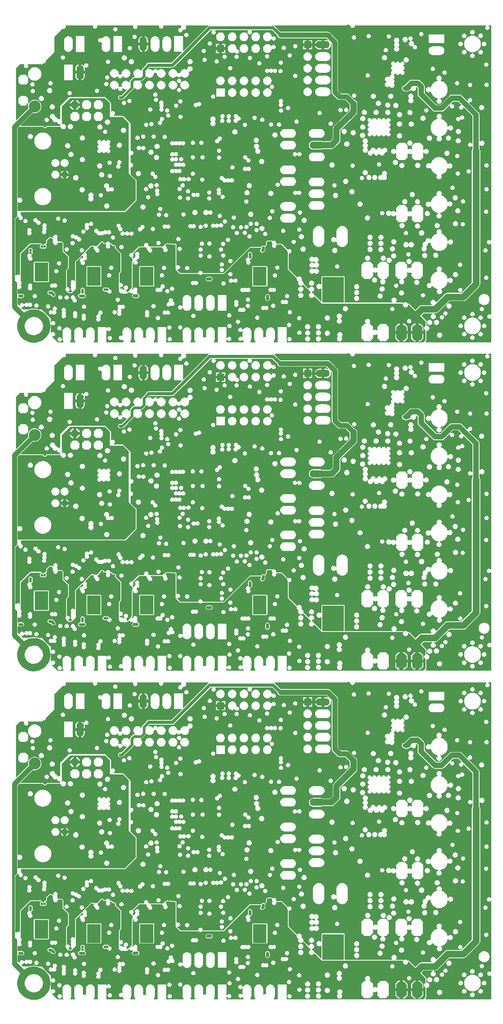
<source format=gbr>
G04 Generated on UCAM*
%FSLAX25Y25*%
%MOIN*%
%IPPOS*%
%ADD10C,0.02200*%
%ADD11C,0.02400*%
%ADD12C,0.05200*%
%ADD13C,0.02600*%
%ADD14C,0.02700*%
%ADD15C,0.04200*%
%ADD16C,0.00100*%
%ADD17C,0.00200*%
%ADD18C,0.00400*%
%ADD19C,0.00800*%
%ADD20C,0.01600*%
%ADD21O,0.06200X0.12200*%
%ADD22O,0.12200X0.06200*%
%ADD23C,0.10200*%
%ADD24C,0.05600*%
%AMBOXS*
$10=$1/2*$11=$2/2*$12=$10-$3*$13=$11-$4*
4,1-$6,8,0-$12,$11,$12,$11,$10,$13,$10,0-$13,$12,0-$11,0-$12,0-$11,0-$10,0-$13,0-$10,$13,0-$12,$11,$5*%
%ADD25BOXS,0.06399X0.06399X0.01874X0.01874X45.00X0*%
%ADD26R,0.06110X0.06110*%
%ADD27O,0.12010X0.06110*%
%ADD28C,0.03200*%
%ADD29C,0.06200*%
%ADD30C,0.04600*%
%ADD31C,0.05800*%
%ADD32C,0.02800*%
%ADD33R,0.11670X0.16000*%
%ADD34C,0.03000*%
%ADD35C,0.09000*%
%SRX1Y1I0.00000J0.00000*%
%LN25543_layer4*%
%LPD*%
G36*
X522110Y273910D02*
X522510Y273310D01*
X523110Y272910*
X523810Y272780*
X524510Y272910*
X525110Y273310*
X525510Y273910*
X525650Y274610*
X525510Y275310*
X525110Y275910*
X524510Y276310*
X523810Y276450*
X523110Y276310*
X522510Y275910*
X522110Y275310*
X521970Y274610*
X518340*
Y286610*
X518220Y287520*
X517870Y288380*
X517740Y288550*
Y291840*
X518240Y291990*
X518300Y291900*
X519030Y291410*
X519890Y291240*
X520740Y291410*
X521470Y291900*
X521960Y292630*
X522130Y293480*
X521960Y294340*
X521470Y295070*
X520740Y295560*
X519890Y295730*
X519030Y295560*
X518300Y295070*
X518240Y294980*
X517740Y295130*
Y317810*
X517640Y318570*
X517340Y319270*
X516880Y319880*
X512980Y323780*
X517440*
X517610Y322930*
X518100Y322200*
X518830Y321710*
X519680Y321540*
X520540Y321710*
X521270Y322200*
X521760Y322930*
X521930Y323780*
X521760Y324640*
X521270Y325370*
X520540Y325860*
X519680Y326030*
X518830Y325860*
X518100Y325370*
X517610Y324640*
X517440Y323780*
X512980*
X508940Y327820*
X508950Y327920*
X509520Y328310*
X509710Y328270*
X510410Y328410*
X511010Y328810*
X511410Y329410*
X511550Y330110*
X511410Y330810*
X511010Y331410*
X510410Y331810*
X509710Y331950*
X509010Y331810*
X508410Y331410*
X508010Y330810*
X507880Y330110*
X507910Y329920*
X507520Y329350*
X507420Y329340*
X502880Y333880*
X502270Y334340*
X501570Y334640*
X500810Y334740*
X494110*
X493350Y334640*
X492650Y334340*
X492040Y333880*
X484400Y326240*
X481020*
X471040Y336220*
Y339090*
X472140*
X472310Y338230*
X472800Y337500*
X473530Y337010*
X474390Y336840*
X475240Y337010*
X475790Y337380*
X475870Y337390*
X476300Y337250*
X476360Y337200*
X476700Y336070*
X477370Y334820*
X478270Y333720*
X479370Y332820*
X480620Y332150*
X481970Y331740*
X482170Y331720*
X482300Y331200*
X481800Y330870*
X481310Y330140*
X481140Y329290*
X481310Y328430*
X481800Y327700*
X482530Y327210*
X483380Y327040*
X484240Y327210*
X484970Y327700*
X485460Y328430*
X485630Y329290*
X485460Y330140*
X484970Y330870*
X484470Y331200*
X484600Y331720*
X484800Y331740*
X486150Y332150*
X487400Y332820*
X488500Y333720*
X489400Y334820*
X490070Y336070*
X490480Y337420*
X490620Y338840*
Y339440*
X490480Y340850*
X490070Y342200*
X489400Y343450*
X488500Y344550*
X488427Y344610*
X496880*
X497010Y343910*
X497410Y343310*
X498010Y342910*
X498710Y342780*
X499410Y342910*
X499560Y343010*
X507880*
X508010Y342310*
X508410Y341710*
X509010Y341310*
X509710Y341180*
X510410Y341310*
X511010Y341710*
X511410Y342310*
X511550Y343010*
X511530Y343110*
X521880*
X522010Y342410*
X522410Y341810*
X523010Y341410*
X523710Y341280*
X524410Y341410*
X525010Y341810*
X525410Y342410*
X525550Y343110*
X525410Y343810*
X525010Y344410*
X524410Y344810*
X523710Y344950*
X523010Y344810*
X522410Y344410*
X522010Y343810*
X521880Y343110*
X511530*
X511410Y343710*
X511010Y344310*
X510410Y344710*
X509710Y344850*
X509010Y344710*
X508410Y344310*
X508010Y343710*
X507880Y343010*
X499560*
X500010Y343310*
X500410Y343910*
X500550Y344610*
X500410Y345310*
X500010Y345910*
X499410Y346310*
X498710Y346450*
X498010Y346310*
X497410Y345910*
X497010Y345310*
X496880Y344610*
X488427*
X487400Y345450*
X486150Y346120*
X484800Y346530*
X484730Y346540*
X484600Y347050*
X484970Y347300*
X485460Y348030*
X485630Y348890*
X485460Y349740*
X484970Y350470*
X484240Y350960*
X483380Y351130*
X482530Y350960*
X481800Y350470*
X481310Y349740*
X481140Y348890*
X481310Y348030*
X481800Y347300*
X482170Y347050*
X482040Y346540*
X481970Y346530*
X480620Y346120*
X479370Y345450*
X478270Y344550*
X477370Y343450*
X476700Y342200*
X476330Y340990*
X476300Y340960*
X475950Y340810*
X475780Y340800*
X475240Y341160*
X474390Y341330*
X473530Y341160*
X472800Y340670*
X472310Y339940*
X472140Y339090*
X471040*
Y341710*
X470940Y342470*
X470640Y343170*
X470180Y343780*
X467340Y346620*
X466730Y347080*
X466030Y347380*
X465270Y347480*
X459750*
X458990Y347380*
X458290Y347080*
X457680Y346620*
X453420Y342360*
X452930Y342260*
X452200Y341770*
X451710Y341040*
X451540Y340180*
X451710Y339330*
X452200Y338600*
X452930Y338110*
X453540Y337990*
X453950Y337680*
X454650Y337380*
X455410Y337290*
X456170Y337380*
X456870Y337680*
X457290Y338000*
X457590Y337940*
X458440Y338110*
X459170Y338600*
X459300Y338790*
X459800*
X460000Y338500*
X460730Y338010*
X461580Y337840*
X462440Y338010*
X463170Y338500*
X463660Y339230*
X463830Y340090*
X463660Y340940*
X463650Y340960*
X463900Y341470*
X464180Y341500*
X465190Y340500*
Y335010*
X465280Y334250*
X465580Y333550*
X466040Y332940*
X477740Y321240*
X478350Y320780*
X479050Y320480*
X479810Y320390*
X485610*
X486370Y320480*
X487070Y320780*
X487680Y321240*
X492440Y326010*
X492830Y325690*
X492710Y325510*
X492570Y324810*
X492710Y324110*
X493110Y323510*
X493710Y323110*
X494410Y322970*
X495110Y323110*
X495710Y323510*
X496110Y324110*
X496250Y324810*
X496110Y325510*
X495710Y326110*
X495110Y326510*
X494410Y326650*
X493710Y326510*
X493530Y326390*
X493210Y326780*
X495320Y328890*
X499600*
X502380Y326100*
X502140Y325640*
X502110Y325650*
X501410Y325510*
X500810Y325110*
X500410Y324510*
X500270Y323810*
X500410Y323110*
X500810Y322510*
X501410Y322110*
X502110Y321970*
X502810Y322110*
X503410Y322510*
X503810Y323110*
X503950Y323810*
X503940Y323840*
X504400Y324080*
X511890Y316600*
Y293100*
X511420Y292840*
X511390*
X511010Y293410*
X510410Y293810*
X509710Y293950*
X509010Y293810*
X508410Y293410*
X508010Y292810*
X507880Y292110*
X508010Y291410*
X508410Y290810*
X509010Y290410*
X509710Y290280*
X510410Y290410*
X511010Y290810*
X511390Y291380*
X511420*
X511890Y291120*
Y288550*
X511750Y288380*
X511400Y287520*
X511280Y286610*
Y174870*
X502450Y166040*
X490610*
X489700Y165920*
X488850Y165570*
X488110Y165010*
X481110Y158010*
X480570Y158170*
X480460Y158740*
X479970Y159470*
X479240Y159960*
X478390Y160130*
X477530Y159960*
X476800Y159470*
X476310Y158740*
X476140Y157890*
X476310Y157030*
X476800Y156300*
X477190Y156040*
X477030Y155540*
X468610*
X467700Y155420*
X466850Y155070*
X466110Y154510*
X463140Y151540*
X457930Y156750*
X457900Y156770*
X457880Y156790*
X457790Y156840*
X457700Y156900*
X457670Y156910*
X457630Y156930*
X457530Y156940*
X457430Y156960*
X457390Y156950*
X457360*
X457260Y156920*
X457150Y156900*
X457120Y156880*
X457090Y156870*
X456930Y156780*
X456580Y157130*
X456470*
X456370Y157270*
X455640Y157760*
X454790Y157930*
X453930Y157760*
X453460Y157450*
X453350Y157400*
X452950Y157390*
X452810Y157460*
X452730Y157490*
X452660Y157540*
X452610Y157550*
X452560Y157580*
X452470*
X452390Y157600*
X446570*
X446420Y158100*
X446570Y158200*
X447060Y158930*
X447230Y159780*
X447060Y160640*
X446570Y161370*
X445840Y161860*
X444990Y162030*
X444130Y161860*
X443400Y161370*
X442910Y160640*
X442740Y159780*
X442910Y158930*
X443400Y158200*
X443550Y158100*
X443400Y157600*
X403340*
X403240Y157650*
X402900Y157940*
Y161280*
X410840*
X411010Y160430*
X411500Y159700*
X412230Y159210*
X413080Y159040*
X413940Y159210*
X414670Y159700*
X415160Y160430*
X415330Y161280*
X415160Y162140*
X414670Y162870*
X414193Y163190*
X430840*
X431010Y162330*
X431500Y161600*
X432230Y161110*
X433090Y160940*
X433940Y161110*
X434670Y161600*
X435160Y162330*
X435330Y163190*
X435160Y164040*
X434670Y164770*
X433940Y165260*
X433090Y165430*
X432230Y165260*
X431500Y164770*
X431010Y164040*
X430840Y163190*
X414193*
X413940Y163360*
X413080Y163530*
X412230Y163360*
X411500Y162870*
X411010Y162140*
X410840Y161280*
X402900*
Y166290*
X410840*
X411010Y165430*
X411500Y164700*
X412230Y164210*
X413080Y164040*
X413940Y164210*
X414670Y164700*
X415160Y165430*
X415249Y165880*
X449040*
X449210Y165030*
X449700Y164300*
X450430Y163810*
X451280Y163640*
X452140Y163810*
X452244Y163880*
X467850*
X467990Y163180*
X468390Y162590*
X468980Y162190*
X469680Y162050*
X470390Y162190*
X470980Y162590*
X471380Y163180*
X471520Y163880*
X471380Y164590*
X470980Y165180*
X470390Y165580*
X469680Y165720*
X468980Y165580*
X468390Y165180*
X467990Y164590*
X467850Y163880*
X452244*
X452870Y164300*
X453360Y165030*
X453530Y165880*
X453360Y166740*
X452870Y167470*
X452140Y167960*
X451280Y168130*
X450430Y167960*
X449700Y167470*
X449210Y166740*
X449040Y165880*
X415249*
X415330Y166290*
X415160Y167140*
X414670Y167870*
X413940Y168360*
X413080Y168530*
X412230Y168360*
X411500Y167870*
X411010Y167140*
X410840Y166290*
X402900*
Y171280*
X410840*
X411010Y170430*
X411500Y169700*
X412230Y169210*
X413080Y169040*
X413788Y169180*
X432540*
X432710Y168330*
X433200Y167600*
X433930Y167110*
X434780Y166940*
X435640Y167110*
X436370Y167600*
X436860Y168330*
X437030Y169180*
X436860Y170040*
X436370Y170770*
X435640Y171260*
X434780Y171430*
X433930Y171260*
X433200Y170770*
X432710Y170040*
X432540Y169180*
X413788*
X413940Y169210*
X414670Y169700*
X415160Y170430*
X415330Y171280*
X415186Y172010*
X444970*
X445110Y171310*
X445510Y170710*
X446110Y170310*
X446810Y170180*
X447510Y170310*
X448110Y170710*
X448510Y171310*
X448650Y172010*
X448614Y172190*
X472840*
X473010Y171330*
X473500Y170600*
X474230Y170110*
X475090Y169940*
X475940Y170110*
X476670Y170600*
X477160Y171330*
X477230Y171700*
X477770Y171830*
X478270Y171220*
X479370Y170320*
X480620Y169650*
X481970Y169240*
X482090Y169230*
X482210Y168740*
X482100Y168670*
X481610Y167940*
X481440Y167090*
X481610Y166230*
X482100Y165500*
X482830Y165010*
X483690Y164840*
X484540Y165010*
X485270Y165500*
X485760Y166230*
X485930Y167090*
X485760Y167940*
X485445Y168410*
X499570*
X499710Y167710*
X500110Y167110*
X500710Y166710*
X501410Y166580*
X502110Y166710*
X502710Y167110*
X503110Y167710*
X503250Y168410*
X503110Y169110*
X502710Y169710*
X502110Y170110*
X501410Y170250*
X500710Y170110*
X500110Y169710*
X499710Y169110*
X499570Y168410*
X485445*
X485270Y168670*
X485080Y168800*
X485160Y169350*
X486150Y169650*
X487400Y170320*
X488500Y171220*
X489400Y172320*
X490070Y173570*
X490480Y174920*
X490520Y175270*
X491030Y175400*
X491300Y175000*
X492030Y174510*
X492890Y174340*
X493740Y174510*
X494470Y175000*
X494960Y175730*
X495130Y176580*
X494960Y177440*
X494470Y178170*
X493740Y178660*
X492890Y178830*
X492030Y178660*
X491300Y178170*
X491040Y177780*
X490520Y177910*
X490480Y178350*
X490070Y179700*
X489400Y180950*
X488876Y181590*
X495040*
X495210Y180730*
X495700Y180000*
X496430Y179510*
X497280Y179340*
X498140Y179510*
X498870Y180000*
X499360Y180730*
X499530Y181590*
X499360Y182440*
X498870Y183170*
X498140Y183660*
X497280Y183830*
X496430Y183660*
X495700Y183170*
X495210Y182440*
X495040Y181590*
X488876*
X488500Y182050*
X487400Y182950*
X486150Y183620*
X485020Y183960*
X484940Y184510*
X485070Y184600*
X485560Y185330*
X485730Y186190*
X485560Y187040*
X485070Y187770*
X484340Y188260*
X483480Y188430*
X482630Y188260*
X481900Y187770*
X481410Y187040*
X481240Y186190*
X481410Y185330*
X481900Y184600*
X481990Y184540*
X481980Y184260*
X481890Y184000*
X480620Y183620*
X479370Y182950*
X478270Y182050*
X477370Y180950*
X476700Y179700*
X476290Y178350*
X476150Y176940*
Y176340*
X476290Y174920*
X476420Y174510*
X476010Y174210*
X475940Y174260*
X475090Y174430*
X474230Y174260*
X473500Y173770*
X473010Y173040*
X472840Y172190*
X448614*
X448510Y172710*
X448110Y173310*
X447510Y173710*
X446810Y173850*
X446110Y173710*
X445510Y173310*
X445110Y172710*
X444970Y172010*
X415186*
X415160Y172140*
X414670Y172870*
X413940Y173360*
X413080Y173530*
X412230Y173360*
X411500Y172870*
X411010Y172140*
X410840Y171280*
X402900*
Y176990*
X426040*
X426210Y176130*
X426700Y175400*
X427430Y174910*
X428280Y174740*
X429140Y174910*
X429870Y175400*
X430360Y176130*
X430530Y176990*
X430360Y177840*
X429870Y178570*
X429140Y179060*
X428280Y179230*
X427430Y179060*
X426700Y178570*
X426210Y177840*
X426040Y176990*
X402900*
Y179380*
X402840Y179660*
X402690Y179890*
X402460Y180040*
X402190Y180100*
X383880*
X383610Y180040*
X383380Y179890*
X383220Y179660*
X383170Y179390*
Y173210*
X382670Y173040*
X382040Y173460*
X381190Y173630*
X380330Y173460*
X379600Y172970*
X379110Y172240*
X378940Y171390*
X379110Y170530*
X379600Y169800*
X380330Y169310*
X381190Y169140*
X382040Y169310*
X382670Y169730*
X383170Y169560*
Y158970*
X382710Y158770*
X377790Y163680*
X377740Y163720*
X377690Y163770*
X377620Y163800*
X377560Y163840*
X377500Y163850*
X377430Y163880*
X377400*
X377360*
X377290Y163890*
X376930*
X376760Y164740*
X376270Y165470*
X375540Y165960*
X374910Y166080*
X374810Y166510*
X375130Y166930*
X375540Y167010*
X376270Y167500*
X376760Y168230*
X376930Y169090*
X376760Y169940*
X376270Y170670*
X375540Y171160*
X374690Y171330*
X373830Y171160*
X373100Y170670*
X372610Y169940*
X372550Y169640*
X372010Y169470*
X370590Y170890*
X368170Y173300*
X368150Y173320*
X368120Y173350*
X368030Y173400*
X367940Y173460*
X367780Y173720*
X367710Y173890*
X367690Y173980*
Y174000*
X367730Y174190*
X372440*
X372610Y173330*
X373100Y172600*
X373830Y172110*
X374690Y171940*
X375540Y172110*
X376270Y172600*
X376760Y173330*
X376930Y174190*
X376760Y175040*
X376270Y175770*
X375540Y176260*
X374690Y176430*
X373830Y176260*
X373100Y175770*
X372610Y175040*
X372440Y174190*
X367730*
X367560Y175040*
X367070Y175770*
X366340Y176260*
X366310*
X366120Y176730*
X366260Y176930*
X366430Y177790*
X366260Y178640*
X365770Y179370*
X365040Y179860*
X364180Y180030*
X363330Y179860*
X362600Y179370*
X362150Y179330*
X361180Y180300*
X417330*
X419760Y177870*
X424610*
X427030Y180300*
Y183520*
X427530Y183710*
X428130Y183310*
X428990Y183140*
X429840Y183310*
X430230Y183570*
X430730Y183300*
Y180300*
X433160Y177870*
X434200*
X434350Y177370*
X433900Y177070*
X433410Y176340*
X433240Y175490*
X433410Y174630*
X433900Y173900*
X434630Y173410*
X435480Y173240*
X436340Y173410*
X437070Y173900*
X437560Y174630*
X437730Y175490*
X437560Y176340*
X437070Y177070*
X436620Y177370*
X436770Y177870*
X438010*
X440390Y180260*
X446330*
X448760Y177830*
X450390*
X450540Y177340*
X450000Y176970*
X449510Y176240*
X449340Y175380*
X449510Y174530*
X450000Y173800*
X450730Y173310*
X451590Y173140*
X452440Y173310*
X453170Y173800*
X453660Y174530*
X453752Y174990*
X462040*
X462210Y174130*
X462700Y173400*
X463430Y172910*
X464280Y172740*
X465140Y172910*
X465870Y173400*
X466360Y174130*
X466530Y174990*
X466360Y175840*
X465870Y176570*
X465140Y177060*
X464280Y177230*
X463430Y177060*
X462700Y176570*
X462210Y175840*
X462040Y174990*
X453752*
X453830Y175380*
X453660Y176240*
X453170Y176970*
X452630Y177340*
X452780Y177830*
X453610*
X456030Y180260*
Y183310*
X456540Y183510*
X457130Y183110*
X457990Y182940*
X458840Y183110*
X459240Y183370*
X459740Y183110*
Y180260*
X462160Y177830*
X467010*
X469430Y180260*
Y189910*
X499480*
X499610Y189210*
X500010Y188610*
X500610Y188210*
X501310Y188070*
X502010Y188210*
X502610Y188610*
X503010Y189210*
X503150Y189910*
X503010Y190610*
X502610Y191210*
X502010Y191610*
X501310Y191750*
X500610Y191610*
X500010Y191210*
X499610Y190610*
X499480Y189910*
X469430*
Y190110*
X467010Y192530*
X462160*
X459740Y190110*
Y187260*
X459240Y187000*
X458840Y187260*
X457990Y187430*
X457130Y187260*
X456540Y186860*
X456030Y187060*
Y190110*
X453610Y192530*
X448760*
X446330Y190110*
Y180260*
X440390*
X440430Y180300*
Y190150*
X438010Y192570*
X433160*
X430730Y190150*
Y187470*
X430230Y187200*
X429840Y187460*
X428990Y187630*
X428130Y187460*
X427530Y187060*
X427030Y187250*
Y190150*
X424610Y192570*
X419760*
X417330Y190150*
Y180300*
X361180*
X357000Y184480*
X372740*
X372910Y183630*
X373400Y182900*
X374130Y182410*
X374990Y182240*
X375840Y182410*
X376570Y182900*
X376600Y182940*
X377100*
X377200Y182800*
X377930Y182310*
X378780Y182140*
X379640Y182310*
X380370Y182800*
X380860Y183530*
X381030Y184390*
X380860Y185240*
X380370Y185970*
X379640Y186460*
X378780Y186630*
X377930Y186460*
X377200Y185970*
X377170Y185930*
X376670*
X376570Y186070*
X375840Y186560*
X374990Y186730*
X374130Y186560*
X373400Y186070*
X372910Y185340*
X372740Y184480*
X357000*
X355100Y186380*
Y189580*
X372740*
X372910Y188730*
X373400Y188000*
X374130Y187510*
X374990Y187340*
X375840Y187510*
X376570Y188000*
X376640Y188090*
X377130*
X377200Y188000*
X377930Y187510*
X378780Y187340*
X379640Y187510*
X380370Y188000*
X380625Y188380*
X394750*
X394890Y187680*
X395290Y187090*
X395880Y186690*
X396590Y186550*
X397290Y186690*
X397880Y187090*
X398280Y187680*
X398420Y188380*
X398280Y189090*
X397880Y189680*
X397290Y190080*
X396590Y190220*
X395880Y190080*
X395290Y189680*
X394890Y189090*
X394750Y188380*
X380625*
X380860Y188730*
X381030Y189580*
X380860Y190440*
X380370Y191170*
X379640Y191660*
X379530Y191680*
X379480Y192200*
X380070Y192600*
X380560Y193330*
X380730Y194180*
X380560Y195040*
X380265Y195480*
X420240*
X420410Y194630*
X420900Y193900*
X421630Y193410*
X422490Y193240*
X423340Y193410*
X424070Y193900*
X424560Y194630*
X424712Y195390*
X433640*
X433810Y194530*
X434300Y193800*
X435030Y193310*
X435890Y193140*
X436740Y193310*
X437291Y193680*
X438540*
X438710Y192830*
X439200Y192100*
X439930Y191610*
X440780Y191440*
X441640Y191610*
X442370Y192100*
X442759Y192680*
X455540*
X455710Y191830*
X456200Y191100*
X456930Y190610*
X457780Y190440*
X458640Y190610*
X459370Y191100*
X459860Y191830*
X460030Y192680*
X459860Y193540*
X459370Y194270*
X458640Y194760*
X457780Y194930*
X456930Y194760*
X456200Y194270*
X455710Y193540*
X455540Y192680*
X442759*
X442860Y192830*
X443030Y193680*
X442860Y194540*
X442370Y195270*
X441640Y195760*
X440780Y195930*
X439930Y195760*
X439200Y195270*
X438710Y194540*
X438540Y193680*
X437291*
X437470Y193800*
X437960Y194530*
X438130Y195390*
X437960Y196240*
X437470Y196970*
X436740Y197460*
X436590Y197490*
X442440*
X442610Y196630*
X443100Y195900*
X443830Y195410*
X444680Y195240*
X445540Y195410*
X446270Y195900*
X446760Y196630*
X446930Y197490*
X446760Y198340*
X446512Y198710*
X455380*
X455510Y198010*
X455910Y197410*
X456510Y197010*
X457210Y196880*
X457910Y197010*
X458510Y197410*
X458757Y197780*
X468840*
X469010Y196930*
X469500Y196200*
X470230Y195710*
X471080Y195540*
X471940Y195710*
X472670Y196200*
X473160Y196930*
X473330Y197780*
X473308Y197890*
X478340*
X478510Y197030*
X479000Y196300*
X479730Y195810*
X480590Y195640*
X481440Y195810*
X482170Y196300*
X482660Y197030*
X482830Y197890*
X482660Y198740*
X482170Y199470*
X481440Y199960*
X480590Y200130*
X479730Y199960*
X479000Y199470*
X478510Y198740*
X478340Y197890*
X473308*
X473160Y198640*
X472670Y199370*
X471940Y199860*
X471080Y200030*
X470230Y199860*
X469500Y199370*
X469010Y198640*
X468840Y197780*
X458757*
X458910Y198010*
X459050Y198710*
X458910Y199410*
X458510Y200010*
X457910Y200410*
X457210Y200550*
X456510Y200410*
X455910Y200010*
X455510Y199410*
X455380Y198710*
X446512*
X446270Y199070*
X445540Y199560*
X444680Y199730*
X443830Y199560*
X443100Y199070*
X442610Y198340*
X442440Y197490*
X436590*
X435890Y197630*
X435030Y197460*
X434300Y196970*
X433810Y196240*
X433640Y195390*
X424712*
X424730Y195480*
X424560Y196340*
X424070Y197070*
X423340Y197560*
X422490Y197730*
X421630Y197560*
X420900Y197070*
X420410Y196340*
X420240Y195480*
X380265*
X380070Y195770*
X379340Y196260*
X378480Y196430*
X377630Y196260*
X377270Y196020*
X376590Y196140*
X376570Y196170*
X375840Y196660*
X374990Y196830*
X374130Y196660*
X373400Y196170*
X372910Y195440*
X372740Y194590*
X372910Y193730*
X373400Y193000*
X374130Y192510*
X374990Y192340*
X375840Y192510*
X376200Y192750*
X376880Y192630*
X376900Y192600*
X377630Y192110*
X377740Y192090*
X377800Y191570*
X377200Y191170*
X377130Y191080*
X376640*
X376570Y191170*
X375840Y191660*
X374990Y191830*
X374130Y191660*
X373400Y191170*
X372910Y190440*
X372740Y189580*
X355100*
Y199190*
X355490Y199510*
X355780Y199450*
X356490Y199590*
X357080Y199990*
X357480Y200580*
X357620Y201290*
X357480Y201990*
X357080Y202580*
X356490Y202980*
X355780Y203120*
X355080Y202980*
X354490Y202580*
X354400Y202570*
X353681Y203290*
X365240*
X365410Y202430*
X365900Y201700*
X366630Y201210*
X367480Y201040*
X368340Y201210*
X369070Y201700*
X369325Y202080*
X392240*
X392410Y201230*
X392900Y200500*
X393630Y200010*
X394480Y199840*
X395340Y200010*
X396070Y200500*
X396560Y201230*
X396730Y202080*
X396570Y202890*
X422340*
X422510Y202030*
X423000Y201300*
X423730Y200810*
X424590Y200640*
X425440Y200810*
X426170Y201300*
X426660Y202030*
X426830Y202890*
X431540*
X431710Y202030*
X432200Y201300*
X432930Y200810*
X433790Y200640*
X434640Y200810*
X435370Y201300*
X435860Y202030*
X436030Y202890*
X435912Y203480*
X441440*
X441610Y202630*
X442100Y201900*
X442830Y201410*
X443690Y201240*
X444540Y201410*
X445270Y201900*
X445760Y202630*
X445930Y203480*
X468340*
X468510Y202630*
X469000Y201900*
X469730Y201410*
X470590Y201240*
X471440Y201410*
X472170Y201900*
X472660Y202630*
X472830Y203480*
X472660Y204340*
X472410Y204720*
X472350Y205200*
X472540Y205350*
X473070Y205700*
X473560Y206430*
X473730Y207280*
X473640Y207720*
X474070Y208150*
X474080Y208140*
X474940Y208310*
X475670Y208800*
X476170Y208640*
X476290Y207420*
X476700Y206070*
X477370Y204820*
X478270Y203720*
X479370Y202820*
X480620Y202150*
X481970Y201740*
X483380Y201600*
X484800Y201740*
X486150Y202150*
X487400Y202820*
X488500Y203720*
X489400Y204820*
X490070Y206070*
X490480Y207420*
X490560Y208270*
X490680Y208310*
X491070Y208340*
X491500Y207700*
X492230Y207210*
X493090Y207040*
X493940Y207210*
X494670Y207700*
X495160Y208430*
X495330Y209280*
X495160Y210140*
X494670Y210870*
X493940Y211360*
X493090Y211530*
X492230Y211360*
X491500Y210870*
X491050Y210200*
X490850Y210190*
X490540Y210260*
X490480Y210850*
X490070Y212200*
X489400Y213450*
X488500Y214550*
X487400Y215450*
X486150Y216120*
X485560Y216300*
X485390Y216770*
X485560Y217030*
X485730Y217880*
X485560Y218740*
X485070Y219470*
X484340Y219960*
X483480Y220130*
X482630Y219960*
X481900Y219470*
X481410Y218740*
X481240Y217880*
X481410Y217030*
X481550Y216820*
X481380Y216350*
X480620Y216120*
X479370Y215450*
X478270Y214550*
X477370Y213450*
X476700Y212200*
X476520Y211600*
X475970Y211520*
X475670Y211970*
X474940Y212460*
X474080Y212630*
X473230Y212460*
X472500Y211970*
X472010Y211240*
X471840Y210380*
X471930Y209950*
X471500Y209520*
X471480Y209530*
X470630Y209360*
X469900Y208870*
X469410Y208140*
X469240Y207280*
X469410Y206430*
X469660Y206050*
X469720Y205570*
X469530Y205420*
X469000Y205070*
X468510Y204340*
X468340Y203480*
X445930*
X445760Y204340*
X445270Y205070*
X444540Y205560*
X443690Y205730*
X442830Y205560*
X442100Y205070*
X441610Y204340*
X441440Y203480*
X435912*
X435860Y203740*
X435370Y204470*
X434640Y204960*
X433790Y205130*
X432930Y204960*
X432200Y204470*
X431710Y203740*
X431540Y202890*
X426830*
X426660Y203740*
X426170Y204470*
X425440Y204960*
X424590Y205130*
X423730Y204960*
X423000Y204470*
X422510Y203740*
X422340Y202890*
X396570*
X396560Y202940*
X396070Y203670*
X395340Y204160*
X394480Y204330*
X393630Y204160*
X392900Y203670*
X392410Y202940*
X392240Y202080*
X369325*
X369560Y202430*
X369730Y203290*
X369560Y204140*
X369070Y204870*
X368340Y205360*
X367480Y205530*
X366630Y205360*
X365900Y204870*
X365410Y204140*
X365240Y203290*
X353681*
X349490Y207490*
X349350Y207590*
X349260Y207640*
X349100Y207680*
X348990Y207700*
X344970*
X344600Y208020*
X344560Y208100*
X344550Y208140*
X344620Y208490*
X344480Y209190*
X344351Y209380*
X357550*
X357690Y208680*
X358090Y208090*
X358680Y207690*
X359380Y207550*
X360090Y207690*
X360680Y208090*
X361080Y208680*
X361220Y209380*
X361125Y209860*
X375920*
X376080Y208600*
X376570Y207430*
X377340Y206420*
X378350Y205650*
X379530Y205160*
X380780Y204990*
X382040Y205160*
X383220Y205650*
X384230Y206420*
X385000Y207430*
X385490Y208600*
X385650Y209860*
Y211190*
X391340*
X391510Y210330*
X392000Y209600*
X392730Y209110*
X393580Y208940*
X394440Y209110*
X395170Y209600*
X395420Y209970*
X395840Y209880*
X395920Y209820*
X396080Y208600*
X396570Y207430*
X397340Y206420*
X398350Y205650*
X399530Y205160*
X400790Y204990*
X402040Y205160*
X403220Y205650*
X404230Y206420*
X405000Y207430*
X405272Y208080*
X422340*
X422510Y207230*
X423000Y206500*
X423730Y206010*
X424590Y205840*
X425440Y206010*
X426170Y206500*
X426660Y207230*
X426830Y208080*
X431540*
X431710Y207230*
X432200Y206500*
X432930Y206010*
X433790Y205840*
X434640Y206010*
X435370Y206500*
X435692Y206980*
X452840*
X453020Y206090*
X453530Y205330*
X454290Y204820*
X455180Y204640*
X456080Y204820*
X456840Y205330*
X457130Y205760*
X457740*
X458030Y205330*
X458790Y204820*
X459680Y204640*
X460580Y204820*
X461340Y205330*
X461850Y206090*
X462030Y206980*
X461850Y207880*
X461340Y208640*
X460580Y209150*
X459680Y209330*
X458790Y209150*
X458030Y208640*
X457740Y208210*
X457130*
X456840Y208640*
X456080Y209150*
X455180Y209330*
X454290Y209150*
X453530Y208640*
X453020Y207880*
X452840Y206980*
X435692*
X435860Y207230*
X436030Y208080*
X435860Y208940*
X435491Y209490*
X442540*
X442710Y208630*
X443200Y207900*
X443930Y207410*
X444790Y207240*
X445640Y207410*
X446370Y207900*
X446860Y208630*
X447030Y209490*
X446860Y210340*
X446370Y211070*
X445640Y211560*
X444790Y211730*
X443930Y211560*
X443200Y211070*
X442710Y210340*
X442540Y209490*
X435491*
X435370Y209670*
X434640Y210160*
X433790Y210330*
X432930Y210160*
X432200Y209670*
X431710Y208940*
X431540Y208080*
X426830*
X426660Y208940*
X426170Y209670*
X425440Y210160*
X424590Y210330*
X423730Y210160*
X423000Y209670*
X422510Y208940*
X422340Y208080*
X405272*
X405490Y208600*
X405650Y209860*
Y213190*
X422340*
X422510Y212330*
X423000Y211600*
X423730Y211110*
X424590Y210940*
X425440Y211110*
X426170Y211600*
X426660Y212330*
X426830Y213190*
X431540*
X431710Y212330*
X432200Y211600*
X432930Y211110*
X433790Y210940*
X434640Y211110*
X435370Y211600*
X435860Y212330*
X436030Y213190*
X435860Y214040*
X435370Y214770*
X434640Y215260*
X433790Y215430*
X432930Y215260*
X432200Y214770*
X431710Y214040*
X431540Y213190*
X426830*
X426660Y214040*
X426170Y214770*
X425440Y215260*
X424590Y215430*
X423730Y215260*
X423000Y214770*
X422510Y214040*
X422340Y213190*
X405650*
Y216810*
X453280*
X453410Y216110*
X453810Y215510*
X454410Y215110*
X455110Y214970*
X455810Y215110*
X456410Y215510*
X456810Y216110*
X456950Y216810*
X456914Y216990*
X466140*
X466320Y216090*
X466830Y215330*
X467590Y214820*
X468490Y214640*
X469380Y214820*
X470140Y215330*
X470650Y216090*
X470830Y216990*
X470650Y217880*
X470140Y218640*
X469380Y219150*
X468490Y219330*
X467590Y219150*
X466830Y218640*
X466320Y217880*
X466140Y216990*
X456914*
X456810Y217510*
X456410Y218110*
X455810Y218510*
X455110Y218650*
X454410Y218510*
X453810Y218110*
X453410Y217510*
X453280Y216810*
X405650*
Y218110*
X405490Y219370*
X405000Y220540*
X404230Y221550*
X403220Y222320*
X402040Y222810*
X400790Y222980*
X399530Y222810*
X398350Y222320*
X397340Y221550*
X396570Y220540*
X396080Y219370*
X395920Y218110*
Y212550*
X395420Y212400*
X395170Y212770*
X394440Y213260*
X393580Y213430*
X392730Y213260*
X392000Y212770*
X391510Y212040*
X391340Y211190*
X385650*
Y218110*
X385490Y219370*
X385000Y220540*
X384230Y221550*
X383220Y222320*
X382040Y222810*
X380780Y222980*
X379530Y222810*
X378350Y222320*
X377340Y221550*
X376570Y220540*
X376080Y219370*
X375920Y218110*
Y209860*
X361125*
X361080Y210090*
X360680Y210680*
X360090Y211080*
X359380Y211220*
X358680Y211080*
X358090Y210680*
X357690Y210090*
X357550Y209380*
X344351*
X344080Y209780*
X343490Y210180*
X342790Y210320*
X342080Y210180*
X341930Y210080*
X341490Y210170*
X341440Y210230*
X341390Y210290*
X341340Y210320*
X341300Y210370*
X341230Y210400*
X341160Y210440*
X341100Y210460*
X341040Y210480*
X340960*
X340890Y210500*
X338780*
X338510Y210440*
X338360Y210340*
X337680Y210470*
X336920Y210320*
X336280Y209890*
X335850Y209250*
X335700Y208490*
Y206910*
X334540Y205750*
X334190Y205980*
X333490Y206120*
X332780Y205980*
X332190Y205580*
X331790Y204990*
X331770Y204970*
X331650Y205000*
X322290*
X322010Y204940*
X321780Y204790*
X299690Y182700*
X282140*
X281820Y183090*
X281680Y183790*
X281280Y184380*
X280690Y184780*
X279980Y184920*
X279280Y184780*
X278690Y184380*
X278290Y183790*
X278150Y183090*
X277830Y182700*
X262880*
X260070Y185510*
X260330Y185960*
X260890Y185850*
X261590Y185990*
X262180Y186390*
X262580Y186980*
X262621Y187190*
X266850*
X266990Y186480*
X267390Y185890*
X267980Y185490*
X268690Y185350*
X269390Y185490*
X296450*
X296590Y184780*
X296990Y184190*
X297580Y183790*
X298290Y183650*
X298990Y183790*
X299580Y184190*
X299980Y184780*
X300120Y185490*
X299980Y186190*
X299580Y186780*
X298990Y187180*
X298290Y187320*
X297580Y187180*
X296990Y186780*
X296590Y186190*
X296450Y185490*
X269390*
X269980Y185890*
X270380Y186480*
X270520Y187190*
X270380Y187890*
X269980Y188480*
X269390Y188880*
X268690Y189020*
X267980Y188880*
X267390Y188480*
X266990Y187890*
X266850Y187190*
X262621*
X262720Y187690*
X262580Y188390*
X262180Y188980*
X261590Y189380*
X260890Y189520*
X260180Y189380*
X260000Y189260*
X259500Y189520*
Y190200*
X296380*
X296520Y189500*
X296920Y188900*
X297510Y188510*
X298210Y188370*
X298920Y188510*
X299510Y188900*
X299910Y189500*
X300050Y190200*
X299910Y190900*
X299510Y191500*
X298920Y191900*
X298210Y192040*
X297510Y191900*
X296920Y191500*
X296520Y190900*
X296380Y190200*
X259500*
Y193090*
X303750*
X303890Y192380*
X304290Y191790*
X304880Y191390*
X305590Y191250*
X306290Y191390*
X306880Y191790*
X307280Y192380*
X307420Y193090*
X307280Y193790*
X306880Y194380*
X306290Y194780*
X305590Y194920*
X304880Y194780*
X304290Y194380*
X303890Y193790*
X303750Y193090*
X259500*
Y197680*
X278370*
X278510Y196980*
X278900Y196380*
X279500Y195990*
X280200Y195850*
X280900Y195990*
X281500Y196380*
X281900Y196980*
X281902Y196990*
X285850*
X285990Y196290*
X286390Y195700*
X286980Y195300*
X287680Y195160*
X288390Y195300*
X288980Y195700*
X289380Y196290*
X289520Y196990*
X289384Y197680*
X297560*
X297700Y196980*
X298100Y196380*
X298690Y195990*
X299400Y195850*
X300100Y195990*
X300690Y196380*
X301090Y196980*
X301230Y197680*
X301090Y198380*
X300690Y198980*
X300100Y199380*
X299400Y199520*
X298690Y199380*
X298100Y198980*
X297700Y198380*
X297560Y197680*
X289384*
X289380Y197700*
X288980Y198290*
X288390Y198690*
X287680Y198830*
X286980Y198690*
X286390Y198290*
X285990Y197700*
X285850Y196990*
X281902*
X282040Y197680*
X281900Y198380*
X281500Y198980*
X280900Y199380*
X280200Y199520*
X279500Y199380*
X278900Y198980*
X278510Y198380*
X278370Y197680*
X259500*
Y203380*
X260450*
X260590Y202680*
X260990Y202090*
X261580Y201690*
X262280Y201550*
X262990Y201690*
X263580Y202090*
X263980Y202680*
X264004Y202800*
X278270*
X278410Y202100*
X278810Y201500*
X279400Y201100*
X280100Y200960*
X280810Y201100*
X281400Y201500*
X281800Y202100*
X281940Y202800*
X295590*
X295730Y202100*
X296130Y201500*
X296720Y201100*
X297430Y200960*
X298130Y201100*
X298720Y201500*
X299120Y202100*
X299260Y202800*
X299120Y203500*
X298720Y204100*
X298130Y204500*
X297430Y204640*
X296720Y204500*
X296130Y204100*
X295730Y203500*
X295590Y202800*
X281940*
X281800Y203500*
X281400Y204100*
X280810Y204500*
X280100Y204640*
X279400Y204500*
X278810Y204100*
X278410Y203500*
X278270Y202800*
X264004*
X264120Y203380*
X263980Y204090*
X263580Y204680*
X262990Y205080*
X262280Y205220*
X261580Y205080*
X260990Y204680*
X260590Y204090*
X260450Y203380*
X259500*
Y206980*
X259440Y207260*
X259290Y207490*
X259060Y207640*
X258790Y207700*
X255410*
X255095Y207910*
X279380*
X279510Y207210*
X279910Y206610*
X280510Y206210*
X281210Y206080*
X281910Y206210*
X282510Y206610*
X282910Y207210*
X283050Y207910*
X283048Y207920*
X285850*
X285990Y207220*
X286390Y206620*
X286980Y206220*
X287680Y206080*
X288390Y206220*
X288980Y206620*
X289380Y207220*
X289462Y207630*
X297470*
X297610Y206930*
X298010Y206330*
X298610Y205940*
X299310Y205800*
X300010Y205940*
X300610Y206330*
X301010Y206930*
X301150Y207630*
X301010Y208330*
X300610Y208930*
X300010Y209330*
X299310Y209470*
X298610Y209330*
X298010Y208930*
X297610Y208330*
X297470Y207630*
X289462*
X289520Y207920*
X289380Y208620*
X288980Y209220*
X288390Y209610*
X287680Y209750*
X286980Y209610*
X286390Y209220*
X285990Y208620*
X285850Y207920*
X283048*
X282910Y208610*
X282510Y209210*
X281910Y209610*
X281210Y209750*
X280510Y209610*
X279910Y209210*
X279510Y208610*
X279380Y207910*
X255095*
X254990Y207980*
X254290Y208120*
X253580Y207980*
X253160Y207700*
X253040*
X252610Y207980*
X251910Y208120*
X251210Y207980*
X250790Y207700*
X250460*
X250440*
X250430*
X250310Y207670*
X250180Y207640*
X250170*
X250160Y207630*
X250060Y207560*
X249950Y207490*
X249940Y207480*
X249930Y207470*
X249660Y207180*
X249640Y207140*
X249610Y207110*
X249570Y207020*
X249520Y206940*
X249510Y206910*
Y206900*
X249490Y206860*
X249440Y206640*
X249100Y206360*
X248680Y206280*
X248090Y205880*
X247700Y205300*
X247360Y205440*
X247350*
X247220Y205470*
X247090Y205500*
X247080*
X237880*
X237840Y205490*
X237810Y205500*
X237700Y205460*
X237600Y205440*
X237570Y205420*
X237540Y205410*
X237150Y205390*
X236930Y205490*
X236490Y205780*
X235930Y205890*
X235780Y205920*
X235560Y206390*
X235620Y206680*
X235480Y207390*
X235080Y207980*
X234638Y208280*
X242350*
X242490Y207580*
X242890Y206990*
X243480Y206590*
X244180Y206450*
X244890Y206590*
X245480Y206990*
X245880Y207580*
X246020Y208280*
X245880Y208990*
X245480Y209580*
X244890Y209980*
X244180Y210120*
X243480Y209980*
X242890Y209580*
X242490Y208990*
X242350Y208280*
X234638*
X234490Y208380*
X233790Y208520*
X233080Y208380*
X232490Y207980*
X232090Y207390*
X231950Y206680*
X232090Y206000*
X232100Y205910*
X231820Y205500*
X227680*
X227410Y205440*
X227180Y205290*
X221880Y199990*
X221790Y199880*
X221090Y200020*
X220380Y199880*
X219790Y199480*
X219390Y198890*
X219250Y198190*
X219390Y197480*
X219790Y196890*
X220380Y196490*
X221090Y196350*
X221160Y196360*
X221550Y196050*
Y195720*
X221570Y195600*
X221590Y195470*
X221600Y195460*
Y195450*
X221670Y195350*
X221740Y195240*
X221750Y195230*
X221760Y195220*
X221840Y195160*
X222160Y194880*
X222190Y194790*
X222050Y194090*
X222190Y193380*
X222000Y192760*
X221950Y192740*
X221850Y192670*
X221760Y192600*
X221740Y192580*
X221730Y192570*
X221670Y192470*
X221600Y192370*
Y192350*
X221590Y192330*
X221570Y192210*
X221550Y192100*
Y170360*
X221170Y169980*
X221110Y169890*
X221040Y169810*
X221030Y169770*
X221010Y169740*
X220990Y169640*
X220960Y169540*
Y169470*
X220630Y169050*
X220410Y169010*
X219810Y168610*
X219410Y168010*
X219370Y167790*
X218950Y167460*
X218910*
X218880*
X218780Y167430*
X218680Y167410*
X218650Y167390*
X218610Y167380*
X218530Y167310*
X218440Y167250*
X217640Y166450*
X217180Y166700*
X217220Y166880*
X217080Y167590*
X216680Y168180*
X216560Y168260*
X216680Y168790*
X217190Y168890*
X217780Y169290*
X218180Y169880*
X218320Y170590*
X218180Y171290*
X217780Y171880*
X217190Y172280*
X216480Y172420*
X215780Y172280*
X215190Y171880*
X214790Y171290*
X214650Y170590*
X214790Y169880*
X215190Y169290*
X215310Y169210*
X215190Y168680*
X214680Y168580*
X214080Y168780*
X213880Y169080*
X213290Y169480*
X212580Y169620*
X211880Y169480*
X211740Y169390*
X211300Y169620*
Y170300*
X211800Y170710*
X212090Y170650*
X212790Y170790*
X213380Y171190*
X213780Y171780*
X213920Y172490*
X213780Y173190*
X213380Y173780*
X212790Y174180*
X212090Y174320*
X211800Y174260*
X211300Y174670*
Y182090*
X212420Y183940*
X212440Y183990*
X212470Y184040*
X212490Y184120*
X212520Y184200*
X212510Y184260*
X212520Y184310*
X212470Y199370*
X212440Y199510*
X212410Y199640*
X212330Y199760*
X212260Y199870*
X207890Y204240*
X208020Y204890*
X208002Y204980*
X210850*
X210990Y204280*
X211390Y203690*
X211980Y203290*
X212680Y203150*
X213390Y203290*
X213980Y203690*
X214380Y204280*
X214520Y204980*
X214380Y205690*
X213980Y206280*
X213390Y206680*
X212680Y206820*
X211980Y206680*
X211390Y206280*
X210990Y205690*
X210850Y204980*
X208002*
X207880Y205590*
X207480Y206180*
X206890Y206580*
X206190Y206720*
X205540Y206590*
X204340Y207790*
X204110Y207940*
X203840Y208000*
X203090*
X202980Y208070*
X202880Y208590*
X202480Y209180*
X201890Y209580*
X201190Y209720*
X200480Y209580*
X199890Y209180*
X199490Y208590*
X199370Y208500*
X198000*
X197980Y208590*
X197580Y209180*
X196990Y209580*
X196280Y209720*
X195580Y209580*
X194990Y209180*
X194590Y208590*
X194560Y208460*
X194510Y208450*
X194280Y208290*
X191980Y205990*
X191760Y205870*
X191490Y205780*
X190790Y205920*
X190080Y205780*
X189990Y205720*
X189760Y205780*
X189470Y205970*
X189460Y205990*
X189430Y206010*
X189410Y206040*
X189310Y206090*
X189230Y206140*
X189190Y206150*
X189160Y206170*
X189060Y206180*
X188950Y206200*
X186990*
X186710Y206140*
X186480Y205990*
X181370Y200880*
X181310Y200790*
X181240Y200710*
X181230Y200680*
X181210Y200650*
X181190Y200540*
X181160Y200440*
X181170Y200410*
X181160Y200370*
X180860Y199920*
X180680Y199880*
X180090Y199480*
X179690Y198890*
X179650Y198710*
X179200Y198410*
X179160Y198400*
X179130Y198410*
X179030Y198380*
X178920Y198360*
X178890Y198340*
X178860Y198330*
X178780Y198260*
X178690Y198200*
X173380Y192890*
X173230Y192660*
X173170Y192390*
Y176250*
X172670Y176100*
X172480Y176380*
X171890Y176780*
X171190Y176920*
X170480Y176780*
X169890Y176380*
X169490Y175790*
X169350Y175080*
X169490Y174380*
X169750Y173990*
X169850Y173640*
X169750Y173280*
X169490Y172890*
X169350Y172190*
X169490Y171480*
X169750Y171090*
X169850Y170740*
X169750Y170380*
X169490Y169990*
X169350Y169280*
X169490Y168580*
X169890Y167990*
X170360Y167670*
X170500Y167110*
X169790Y166400*
X167780*
X167450Y166730*
X167610Y167280*
X168110Y167610*
X168510Y168210*
X168650Y168910*
X168510Y169610*
X168110Y170210*
X167510Y170610*
X166810Y170750*
X166590Y170700*
X166200Y171020*
Y185030*
X167560Y186650*
X167610Y186750*
X167670Y186840*
X167680Y186870*
X167690Y186900*
X167700Y187000*
X167720Y187110*
Y196910*
X167700Y197040*
X167680Y197170*
X167670*
Y197180*
X167600Y197290*
X167530Y197400*
X163320Y201840*
Y202990*
X164150*
X164290Y202280*
X164690Y201690*
X165280Y201290*
X165990Y201150*
X166690Y201290*
X167280Y201690*
X167619Y202190*
X177050*
X177190Y201480*
X177590Y200890*
X178180Y200490*
X178880Y200350*
X179590Y200490*
X180180Y200890*
X180580Y201480*
X180720Y202190*
X180580Y202890*
X180180Y203480*
X179590Y203880*
X178880Y204020*
X178180Y203880*
X177590Y203480*
X177190Y202890*
X177050Y202190*
X167619*
X167680Y202280*
X167820Y202990*
X167680Y203690*
X167280Y204280*
X166690Y204680*
X165990Y204820*
X165280Y204680*
X164690Y204280*
X164290Y203690*
X164150Y202990*
X163320*
Y207590*
X163300Y207720*
X163270Y207860*
Y207870*
X163170Y208080*
X163115Y208380*
X169150*
X169290Y207680*
X169690Y207090*
X170280Y206690*
X170980Y206550*
X171690Y206690*
X172280Y207090*
X172680Y207680*
X172820Y208380*
X172680Y209090*
X172280Y209680*
X171690Y210080*
X170980Y210220*
X170280Y210080*
X169690Y209680*
X169290Y209090*
X169150Y208380*
X163115*
X163110Y208410*
X162890Y208730*
X162870Y208790*
X162800Y208880*
X162750Y208980*
X162730Y209000*
X162710Y209020*
X162620Y209080*
X162530Y209150*
X162400Y209210*
X162110Y209410*
X161950Y209440*
X161730Y209550*
X161700Y209560*
X161680Y209570*
X161570Y209590*
X161460Y209620*
X161440*
X161410*
X158590*
X158560*
X158520*
X158170Y209960*
X158140Y210030*
X158180Y210080*
X158320Y210790*
X158180Y211490*
X157920Y211880*
X157820Y212230*
X157920Y212590*
X158180Y212980*
X158320Y213690*
X158216Y214210*
X169380*
X169510Y213510*
X169910Y212910*
X170510Y212510*
X171210Y212370*
X171910Y212510*
X171940Y212540*
X172490Y212300*
X172810Y211810*
X173410Y211410*
X174110Y211280*
X174810Y211410*
X174910Y210910*
X175310Y210310*
X175910Y209910*
X176610Y209770*
X177310Y209910*
X177910Y210310*
X178310Y210910*
X178450Y211610*
X178310Y212310*
X177910Y212910*
X177640Y213090*
X203650*
X203790Y212380*
X204190Y211790*
X204780Y211390*
X205490Y211250*
X206190Y211390*
X206780Y211790*
X206841Y211880*
X259450*
X259590Y211180*
X259990Y210590*
X260580Y210190*
X261280Y210050*
X261990Y210190*
X262580Y210590*
X262844Y210980*
X301650*
X301790Y210280*
X302190Y209690*
X302780Y209290*
X303480Y209150*
X304190Y209290*
X304780Y209690*
X305180Y210280*
X305320Y210980*
X305180Y211690*
X304780Y212280*
X304190Y212680*
X303480Y212820*
X302780Y212680*
X302190Y212280*
X301790Y211690*
X301650Y210980*
X262844*
X262980Y211180*
X263120Y211880*
X262980Y212590*
X262580Y213180*
X261990Y213580*
X261280Y213720*
X260580Y213580*
X259990Y213180*
X259590Y212590*
X259450Y211880*
X206841*
X207180Y212380*
X207320Y213090*
X207180Y213790*
X206977Y214090*
X319950*
X320090Y213380*
X320490Y212790*
X321080Y212390*
X321780Y212250*
X322490Y212390*
X323080Y212790*
X323480Y213380*
X323561Y213790*
X363740*
X363910Y212930*
X364400Y212200*
X365130Y211710*
X365980Y211540*
X366840Y211710*
X367570Y212200*
X368060Y212930*
X368230Y213790*
X368060Y214640*
X367570Y215370*
X366840Y215860*
X365980Y216030*
X365130Y215860*
X364400Y215370*
X363910Y214640*
X363740Y213790*
X323561*
X323620Y214090*
X323480Y214790*
X323080Y215380*
X322490Y215780*
X321780Y215920*
X321080Y215780*
X320490Y215380*
X320090Y214790*
X319950Y214090*
X206977*
X206780Y214380*
X206190Y214780*
X205490Y214920*
X204780Y214780*
X204190Y214380*
X203790Y213790*
X203650Y213090*
X177640*
X177310Y213310*
X176610Y213450*
X175910Y213310*
X175810Y213810*
X175410Y214410*
X174810Y214810*
X174110Y214950*
X173410Y214810*
X173380Y214780*
X172830Y215020*
X172510Y215510*
X171910Y215910*
X171210Y216050*
X170510Y215910*
X169910Y215510*
X169510Y214910*
X169380Y214210*
X158216*
X158180Y214390*
X157780Y214980*
X157190Y215380*
X156480Y215520*
X155780Y215380*
X155190Y214980*
X154790Y214390*
X154650Y213690*
X154790Y212980*
X154960Y212720*
X154570Y212410*
X153690Y213290*
X153460Y213440*
X153180Y213500*
X151580*
X151310Y213440*
X151080Y213290*
X148580Y210790*
X148430Y210560*
X148370Y210280*
Y208380*
X148190Y208200*
X147810*
X147710Y208180*
X147610Y208170*
X147580Y208150*
X147540Y208140*
X147450Y208090*
X147360Y208040*
X147340Y208010*
X147310Y207990*
X147250Y207900*
X147180Y207820*
X147170Y207790*
X147150Y207760*
X147130Y207660*
X147100Y207560*
X147060Y207120*
X146380Y206980*
X145980Y206710*
X145590Y206980*
X144910Y207120*
X144870Y207560*
X144840Y207660*
X144820Y207760*
X144800Y207790*
X144790Y207820*
X144720Y207900*
X144660Y207990*
X144630Y208010*
X144610Y208040*
X144520Y208090*
X144430Y208140*
X144390Y208150*
X144360Y208170*
X144260Y208180*
X144160Y208200*
X135190*
X134910Y208140*
X134680Y207990*
X126280Y199590*
X126130Y199360*
X126070Y199080*
Y181330*
X125570Y181160*
X125090Y181480*
X124380Y181620*
X123680Y181480*
X123090Y181080*
X122820Y180680*
X122320Y180830*
Y216690*
X132450*
X132590Y215980*
X132990Y215390*
X133580Y214990*
X134280Y214850*
X134990Y214990*
X135580Y215390*
X135980Y215980*
X136120Y216690*
X135980Y217390*
X135777Y217690*
X144950*
X145090Y216980*
X145490Y216390*
X146080Y215990*
X146780Y215850*
X147490Y215990*
X148080Y216390*
X148480Y216980*
X148620Y217690*
X148560Y217990*
X178350*
X178490Y217280*
X178890Y216690*
X179480Y216290*
X180180Y216150*
X180890Y216290*
X181480Y216690*
X181880Y217280*
X182020Y217990*
X181880Y218690*
X181819Y218780*
X189450*
X189590Y218080*
X189990Y217490*
X190580Y217090*
X191100Y216990*
X191390Y216790*
X191590Y216500*
X191690Y215980*
X192090Y215390*
X192680Y214990*
X193390Y214850*
X194090Y214990*
X194630Y215360*
X195180Y214990*
X195890Y214850*
X196590Y214990*
X197180Y215390*
X197410Y215730*
X198040Y215920*
X198080Y215890*
X198780Y215750*
X199490Y215890*
X200080Y216290*
X200130Y216370*
X200640*
X200690Y216290*
X201280Y215890*
X201990Y215750*
X202690Y215890*
X203280Y216290*
X203409Y216480*
X211850*
X211990Y215780*
X212390Y215190*
X212980Y214790*
X213690Y214650*
X214390Y214790*
X214980Y215190*
X215310Y215670*
X215470Y215710*
X215700*
X215860Y215670*
X216190Y215190*
X216780Y214790*
X217480Y214650*
X218190Y214790*
X218780Y215190*
X219090Y215640*
X219350Y215660*
X219590Y215640*
X219630Y215620*
X219990Y215090*
X220580Y214690*
X221290Y214550*
X221990Y214690*
X222580Y215090*
X222980Y215680*
X223120Y216390*
X222980Y217090*
X309150*
X309290Y216380*
X309690Y215790*
X310280Y215390*
X310980Y215250*
X311690Y215390*
X312280Y215790*
X312680Y216380*
X312820Y217090*
X312802Y217180*
X315950*
X316090Y216480*
X316490Y215890*
X317080Y215490*
X317790Y215350*
X318490Y215490*
X319080Y215890*
X319277Y216180*
X333350*
X333490Y215480*
X333890Y214890*
X334480Y214490*
X335190Y214350*
X335890Y214490*
X336480Y214890*
X336880Y215480*
X337020Y216180*
X336880Y216890*
X336480Y217480*
X335890Y217880*
X335190Y218020*
X334480Y217880*
X333890Y217480*
X333490Y216890*
X333350Y216180*
X319277*
X319480Y216480*
X319620Y217180*
X319480Y217890*
X319080Y218480*
X318490Y218880*
X317790Y219020*
X317080Y218880*
X316490Y218480*
X316090Y217890*
X315950Y217180*
X312802*
X312680Y217790*
X312280Y218380*
X311690Y218780*
X310980Y218920*
X310280Y218780*
X309690Y218380*
X309290Y217790*
X309150Y217090*
X222980*
X222580Y217680*
X221990Y218080*
X221290Y218220*
X220580Y218080*
X219990Y217680*
X219680Y217230*
X219420Y217210*
X219180Y217230*
X219140Y217250*
X218780Y217780*
X218190Y218180*
X217480Y218320*
X216780Y218180*
X216190Y217780*
X215860Y217300*
X215700Y217260*
X215470*
X215310Y217300*
X214980Y217780*
X214390Y218180*
X213690Y218320*
X212980Y218180*
X212390Y217780*
X211990Y217190*
X211850Y216480*
X203409*
X203680Y216880*
X203820Y217580*
X203680Y218290*
X203280Y218880*
X202690Y219280*
X201990Y219420*
X201280Y219280*
X200690Y218880*
X200640Y218800*
X200130*
X200080Y218880*
X199490Y219280*
X198780Y219420*
X198080Y219280*
X197490Y218880*
X197260Y218540*
X196630Y218350*
X196590Y218380*
X195890Y218520*
X195180Y218380*
X194630Y218010*
X194090Y218380*
X193570Y218480*
X193280Y218680*
X193080Y218970*
X192980Y219490*
X192580Y220080*
X191990Y220480*
X191290Y220620*
X190580Y220480*
X189990Y220080*
X189590Y219490*
X189450Y218780*
X181819*
X181480Y219280*
X180890Y219680*
X180180Y219820*
X179480Y219680*
X178890Y219280*
X178490Y218690*
X178350Y217990*
X148560*
X148480Y218390*
X148270Y218710*
X148350Y219360*
X148380Y219390*
X148780Y219980*
X148920Y220690*
X148840Y221090*
X181350*
X181490Y220380*
X181890Y219790*
X182480Y219390*
X183190Y219250*
X183890Y219390*
X184480Y219790*
X184880Y220380*
X185020Y221090*
X184880Y221790*
X184760Y221970*
X184480Y222390*
X184760Y222800*
X184880Y222980*
X184960Y223380*
X185490Y223490*
X186080Y223090*
X186780Y222950*
X187439Y223080*
X208350*
X208490Y222380*
X208890Y221790*
X209480Y221390*
X209800Y221330*
X210080Y220860*
X209940Y220150*
X210080Y219450*
X210480Y218860*
X211080Y218460*
X211780Y218320*
X212480Y218460*
X213080Y218860*
X213470Y219450*
X213598Y220090*
X226750*
X226890Y219380*
X227290Y218790*
X227880Y218390*
X228590Y218250*
X229290Y218390*
X229880Y218790*
X230280Y219380*
X230420Y220090*
X230900Y220210*
X231290Y220290*
X231438Y220390*
X237550*
X237690Y219680*
X238090Y219090*
X238680Y218690*
X239390Y218550*
X240090Y218690*
X240680Y219090*
X240816Y219290*
X325950*
X326090Y218580*
X326490Y217990*
X327080Y217590*
X327780Y217450*
X328490Y217590*
X329080Y217990*
X329480Y218580*
X329620Y219290*
X329480Y219990*
X329080Y220580*
X328785Y220780*
X330140*
X330310Y219930*
X330800Y219200*
X331530Y218710*
X332380Y218540*
X333240Y218710*
X333389Y218810*
X348670*
X348810Y218110*
X349210Y217510*
X349810Y217110*
X350510Y216970*
X351210Y217110*
X351810Y217510*
X352210Y218110*
X352350Y218810*
X352210Y219510*
X351963Y219880*
X362450*
X362590Y219180*
X362990Y218590*
X363580Y218190*
X364280Y218050*
X364990Y218190*
X365580Y218590*
X365980Y219180*
X366120Y219880*
X365980Y220590*
X365580Y221180*
X364990Y221580*
X364280Y221720*
X363580Y221580*
X362990Y221180*
X362590Y220590*
X362450Y219880*
X351963*
X351810Y220110*
X351210Y220510*
X350510Y220650*
X349810Y220510*
X349210Y220110*
X348810Y219510*
X348670Y218810*
X333389*
X333970Y219200*
X334460Y219930*
X334630Y220780*
X334460Y221640*
X333970Y222370*
X333240Y222860*
X332380Y223030*
X331530Y222860*
X330800Y222370*
X330310Y221640*
X330140Y220780*
X328785*
X328490Y220980*
X327780Y221120*
X327080Y220980*
X326490Y220580*
X326090Y219990*
X325950Y219290*
X240816*
X241080Y219680*
X241220Y220390*
X241080Y221090*
X240680Y221680*
X240090Y222080*
X239390Y222220*
X238680Y222080*
X238090Y221680*
X237690Y221090*
X237550Y220390*
X231438*
X231880Y220690*
X232280Y221280*
X232420Y221990*
X232340Y222390*
X247750*
X247890Y221680*
X248290Y221090*
X248880Y220690*
X249590Y220550*
X250290Y220690*
X250750Y221000*
X251080Y221050*
X251420Y221000*
X251880Y220690*
X252590Y220550*
X253290Y220690*
X253880Y221090*
X254280Y221680*
X254420Y222390*
X254360Y222690*
X269650*
X269790Y221980*
X270190Y221390*
X270780Y220990*
X271480Y220850*
X272190Y220990*
X272780Y221390*
X272890*
X273480Y220990*
X274180Y220850*
X274890Y220990*
X275480Y221390*
X275880Y221980*
X275919Y222180*
X278450*
X278590Y221480*
X278990Y220890*
X279580Y220490*
X280290Y220350*
X280990Y220490*
X281580Y220890*
X281980Y221480*
X282120Y222180*
X281980Y222890*
X281783Y223180*
X282550*
X282690Y222480*
X283090Y221890*
X283680Y221490*
X284380Y221350*
X285090Y221490*
X285680Y221890*
X286080Y222480*
X286220Y223180*
X288950*
X289090Y222480*
X289490Y221890*
X290080Y221490*
X290790Y221350*
X291490Y221490*
X292080Y221890*
X292140Y221970*
X292640*
X292690Y221890*
X293280Y221490*
X293990Y221350*
X294690Y221490*
X295280Y221890*
X295580Y222340*
X296050Y222400*
X296160Y222370*
X296290Y222190*
X296880Y221790*
X297590Y221650*
X298290Y221790*
X298423Y221880*
X306050*
X306190Y221180*
X306590Y220590*
X307180Y220190*
X307890Y220050*
X308590Y220190*
X309180Y220590*
X309580Y221180*
X309720Y221880*
X312750*
X312890Y221180*
X313290Y220590*
X313880Y220190*
X314580Y220050*
X315290Y220190*
X315880Y220590*
X316280Y221180*
X316420Y221880*
X316381Y222080*
X317350*
X317490Y221380*
X317890Y220790*
X318480Y220390*
X319180Y220250*
X319890Y220390*
X320480Y220790*
X320880Y221380*
X321020Y222080*
X320880Y222790*
X320480Y223380*
X319890Y223780*
X319180Y223920*
X318480Y223780*
X317890Y223380*
X317490Y222790*
X317350Y222080*
X316381*
X316280Y222590*
X315880Y223180*
X315290Y223580*
X314580Y223720*
X313880Y223580*
X313290Y223180*
X312890Y222590*
X312750Y221880*
X309720*
X309580Y222590*
X309180Y223180*
X308590Y223580*
X307890Y223720*
X307180Y223580*
X306590Y223180*
X306190Y222590*
X306050Y221880*
X298423*
X298880Y222190*
X299280Y222780*
X299420Y223480*
X299280Y224190*
X298880Y224780*
X321050*
X321190Y224080*
X321590Y223490*
X322180Y223090*
X322880Y222950*
X323590Y223090*
X324180Y223490*
X324580Y224080*
X324720Y224780*
X326050*
X326190Y224080*
X326590Y223490*
X327180Y223090*
X327890Y222950*
X328590Y223090*
X328723Y223180*
X449540*
X449710Y222330*
X450200Y221600*
X450930Y221110*
X451780Y220940*
X452640Y221110*
X453370Y221600*
X453860Y222330*
X453992Y222990*
X462740*
X462910Y222130*
X463400Y221400*
X464130Y220910*
X464980Y220740*
X465840Y220910*
X466570Y221400*
X467060Y222130*
X467230Y222990*
X467192Y223180*
X479540*
X479710Y222330*
X480200Y221600*
X480930Y221110*
X481790Y220940*
X482640Y221110*
X483370Y221600*
X483860Y222330*
X484030Y223180*
X483860Y224040*
X483370Y224770*
X483191Y224890*
X495040*
X495210Y224030*
X495700Y223300*
X496430Y222810*
X497280Y222640*
X498140Y222810*
X498870Y223300*
X499360Y224030*
X499435Y224410*
X501770*
X501910Y223710*
X502310Y223110*
X502910Y222710*
X503610Y222570*
X504310Y222710*
X504910Y223110*
X505310Y223710*
X505450Y224410*
X505310Y225110*
X504910Y225710*
X504310Y226110*
X503610Y226250*
X502910Y226110*
X502310Y225710*
X501910Y225110*
X501770Y224410*
X499435*
X499530Y224890*
X499360Y225740*
X498870Y226470*
X498140Y226960*
X497280Y227130*
X496430Y226960*
X495700Y226470*
X495210Y225740*
X495040Y224890*
X483191*
X482640Y225260*
X481790Y225430*
X480930Y225260*
X480200Y224770*
X479710Y224040*
X479540Y223180*
X467192*
X467060Y223840*
X466570Y224570*
X465840Y225060*
X464980Y225230*
X464130Y225060*
X463400Y224570*
X462910Y223840*
X462740Y222990*
X453992*
X454030Y223180*
X453860Y224040*
X453370Y224770*
X452640Y225260*
X451780Y225430*
X450930Y225260*
X450200Y224770*
X449710Y224040*
X449540Y223180*
X328723*
X329180Y223490*
X329580Y224080*
X329720Y224780*
X329580Y225490*
X329180Y226080*
X328590Y226480*
X327890Y226620*
X327180Y226480*
X326590Y226080*
X326190Y225490*
X326050Y224780*
X324720*
X324580Y225490*
X324180Y226080*
X323590Y226480*
X322880Y226620*
X322180Y226480*
X321590Y226080*
X321190Y225490*
X321050Y224780*
X298880*
X298290Y225180*
X297590Y225320*
X296880Y225180*
X296290Y224780*
X295990Y224330*
X295520Y224270*
X295410Y224300*
X295280Y224480*
X294690Y224880*
X293990Y225020*
X293280Y224880*
X292690Y224480*
X292640Y224400*
X292140*
X292080Y224480*
X291490Y224880*
X290790Y225020*
X290080Y224880*
X289490Y224480*
X289090Y223890*
X288950Y223180*
X286220*
X286080Y223890*
X285680Y224480*
X285090Y224880*
X284380Y225020*
X283680Y224880*
X283090Y224480*
X282690Y223890*
X282550Y223180*
X281783*
X281580Y223480*
X280990Y223880*
X280290Y224020*
X279580Y223880*
X278990Y223480*
X278590Y222890*
X278450Y222180*
X275919*
X276020Y222690*
X275880Y223390*
X275480Y223980*
X274890Y224380*
X274180Y224520*
X273480Y224380*
X272890Y223980*
X272780*
X272190Y224380*
X271480Y224520*
X270780Y224380*
X270190Y223980*
X269790Y223390*
X269650Y222690*
X254360*
X254280Y223090*
X253880Y223680*
X253290Y224080*
X252590Y224220*
X251880Y224080*
X251420Y223770*
X251080Y223720*
X250750Y223770*
X250290Y224080*
X249590Y224220*
X248880Y224080*
X248290Y223680*
X247890Y223090*
X247750Y222390*
X232340*
X232280Y222690*
X231880Y223280*
X231290Y223680*
X230590Y223820*
X229880Y223680*
X229290Y223280*
X228890Y222690*
X228750Y221990*
X228270Y221860*
X227880Y221780*
X227290Y221380*
X226890Y220790*
X226750Y220090*
X213598*
X213610Y220150*
X213470Y220860*
X213080Y221450*
X212480Y221850*
X212170Y221910*
X211880Y222380*
X212020Y223080*
X211880Y223790*
X211480Y224380*
X210890Y224780*
X210190Y224920*
X209480Y224780*
X208890Y224380*
X208490Y223790*
X208350Y223080*
X187439*
X187490Y223090*
X188080Y223490*
X188480Y224080*
X188620Y224780*
X188480Y225490*
X188080Y226080*
X187490Y226480*
X186780Y226620*
X186080Y226480*
X185490Y226080*
X185090Y225490*
X185010Y225090*
X184480Y224980*
X183890Y225380*
X183190Y225520*
X182480Y225380*
X181890Y224980*
X181490Y224390*
X181350Y223690*
X181490Y222980*
X181610Y222800*
X181890Y222390*
X181610Y221970*
X181490Y221790*
X181350Y221090*
X148840*
X148780Y221390*
X148660Y221570*
X148380Y221990*
X148660Y222400*
X148780Y222580*
X148920Y223290*
X148780Y223990*
X148380Y224580*
X147790Y224980*
X147080Y225120*
X146380Y224980*
X145790Y224580*
X145390Y223990*
X145250Y223290*
X145390Y222580*
X145510Y222400*
X145790Y221990*
X145510Y221570*
X145390Y221390*
X145250Y220690*
X145390Y219980*
X145600Y219660*
X145520Y219010*
X145490Y218980*
X145090Y218390*
X144950Y217690*
X135777*
X135580Y217980*
Y218190*
X135980Y218780*
X136120Y219480*
X135980Y220190*
X135580Y220780*
X134990Y221180*
X134280Y221320*
X133580Y221180*
X132990Y220780*
X132590Y220190*
X132450Y219480*
X132590Y218780*
X132990Y218190*
Y217980*
X132590Y217390*
X132450Y216690*
X122320*
Y227190*
X129050*
X129190Y226480*
X129590Y225890*
X130180Y225490*
X130890Y225350*
X131590Y225490*
X132180Y225890*
X132580Y226480*
X132720Y227190*
X132580Y227890*
X137550*
X137690Y227180*
X138090Y226590*
X138680Y226190*
X139380Y226050*
X139730Y226120*
X140150Y225690*
X140290Y224980*
X140690Y224390*
X141280Y223990*
X141980Y223850*
X142690Y223990*
X143280Y224390*
X143680Y224980*
X143820Y225690*
X143680Y226390*
X143280Y226980*
X142690Y227380*
X141980Y227520*
X141640Y227450*
X141220Y227880*
Y227890*
X141080Y228590*
X140680Y229180*
X140665Y229190*
X156950*
X157090Y228480*
X157490Y227890*
X158080Y227490*
X158780Y227350*
X159490Y227490*
X159638Y227590*
X162450*
X162590Y226880*
X162990Y226290*
X163580Y225890*
X164290Y225750*
X164990Y225890*
X165580Y226290*
X165844Y226680*
X299050*
X299190Y225980*
X299590Y225390*
X300180Y224990*
X300890Y224850*
X301590Y224990*
X302180Y225390*
X302580Y225980*
X302720Y226680*
X302580Y227390*
X302180Y227980*
X301590Y228380*
X300890Y228520*
X300180Y228380*
X299590Y227980*
X299190Y227390*
X299050Y226680*
X165844*
X165980Y226880*
X166120Y227590*
X165980Y228290*
X165580Y228880*
X164990Y229280*
X164290Y229420*
X163580Y229280*
X162990Y228880*
X162590Y228290*
X162450Y227590*
X159638*
X160080Y227890*
X160480Y228480*
X160620Y229190*
X160480Y229890*
X160080Y230480*
X159490Y230880*
X158780Y231020*
X158080Y230880*
X157490Y230480*
X157090Y229890*
X156950Y229190*
X140665*
X140090Y229580*
X139380Y229720*
X138680Y229580*
X138090Y229180*
X137690Y228590*
X137550Y227890*
X132580*
X132180Y228480*
X131590Y228880*
X130890Y229020*
X130180Y228880*
X129590Y228480*
X129190Y227890*
X129050Y227190*
X122320*
Y229310*
X122850Y229530*
X123410Y229960*
X123840Y230520*
X123950Y230790*
X124430Y230930*
X124610Y230810*
X124680Y230800*
X125020Y230220*
X124950Y229890*
X125090Y229180*
X125490Y228590*
X126080Y228190*
X126790Y228050*
X127490Y228190*
X128080Y228590*
X128480Y229180*
X128620Y229890*
X128480Y230590*
X128080Y231180*
X127490Y231580*
X127420Y231590*
X127080Y232170*
X127150Y232510*
X127134Y232590*
X242850*
X242990Y231880*
X243390Y231290*
X243980Y230890*
X244690Y230750*
X245390Y230890*
X245980Y231290*
X246380Y231880*
X246441Y232190*
X248950*
X249090Y231480*
X249490Y230890*
X250080Y230490*
X250780Y230350*
X251490Y230490*
X252080Y230890*
X252480Y231480*
X252620Y232190*
X252522Y232680*
X263750*
X263890Y231980*
X264290Y231390*
X264880Y230990*
X265580Y230850*
X266290Y230990*
X266880Y231390*
X267016Y231590*
X294550*
X294690Y230880*
X295090Y230290*
X295680Y229890*
X296390Y229750*
X297090Y229890*
X297223Y229980*
X306550*
X306690Y229280*
X307090Y228690*
X307680Y228290*
X308380Y228150*
X309090Y228290*
X309680Y228690*
X310080Y229280*
X310202Y229890*
X337250*
X337390Y229180*
X337790Y228590*
X338380Y228190*
X339090Y228050*
X339790Y228190*
X340380Y228590*
X340780Y229180*
X340873Y229650*
X347990*
X348120Y228680*
X348490Y227780*
X349090Y227010*
X349860Y226410*
X350760Y226040*
X351720Y225910*
X357720*
X358690Y226040*
X359590Y226410*
X360360Y227010*
X360960Y227780*
X366040*
X366210Y226930*
X366700Y226200*
X367430Y225710*
X368280Y225540*
X369140Y225710*
X369870Y226200*
X370360Y226930*
X370530Y227780*
X370360Y228640*
X369870Y229370*
X369259Y229780*
X420140*
X420310Y228930*
X420800Y228200*
X421530Y227710*
X422380Y227540*
X423240Y227710*
X423970Y228200*
X424460Y228930*
X424630Y229780*
X424460Y230640*
X423970Y231370*
X423240Y231860*
X422380Y232030*
X421530Y231860*
X420800Y231370*
X420310Y230640*
X420140Y229780*
X369259*
X369140Y229860*
X368280Y230030*
X367430Y229860*
X366700Y229370*
X366210Y228640*
X366040Y227780*
X360960*
X361330Y228680*
X361460Y229650*
X361330Y230610*
X360960Y231510*
X360360Y232280*
X359590Y232880*
X358690Y233250*
X357720Y233380*
X351720*
X350760Y233250*
X349860Y232880*
X349090Y232280*
X348490Y231510*
X348120Y230610*
X347990Y229650*
X340873*
X340920Y229890*
X340780Y230590*
X340380Y231180*
X339790Y231580*
X339090Y231720*
X338380Y231580*
X337790Y231180*
X337390Y230590*
X337250Y229890*
X310202*
X310220Y229980*
X310080Y230690*
X309680Y231280*
X309090Y231680*
X308380Y231820*
X307680Y231680*
X307090Y231280*
X306690Y230690*
X306550Y229980*
X297223*
X297680Y230290*
X298080Y230880*
X298220Y231590*
X298080Y232290*
X297680Y232880*
X297533Y232980*
X320640*
X320810Y232130*
X321300Y231400*
X322030Y230910*
X322880Y230740*
X323740Y230910*
X324470Y231400*
X324960Y232130*
X325130Y232980*
X324960Y233840*
X324470Y234570*
X323740Y235060*
X322880Y235230*
X322030Y235060*
X321300Y234570*
X320810Y233840*
X320640Y232980*
X297533*
X297090Y233280*
X296390Y233420*
X295680Y233280*
X295090Y232880*
X294690Y232290*
X294550Y231590*
X267016*
X267280Y231980*
X267420Y232680*
X267280Y233390*
X266880Y233980*
X266290Y234380*
X273040*
X273210Y233530*
X273700Y232800*
X274430Y232310*
X275290Y232140*
X276140Y232310*
X276870Y232800*
X277360Y233530*
X277530Y234380*
X282440*
X282610Y233530*
X283100Y232800*
X283830Y232310*
X284680Y232140*
X285540Y232310*
X286270Y232800*
X286520Y233180*
X287130*
X287190Y233090*
X287780Y232690*
X288490Y232550*
X289190Y232690*
X289780Y233090*
X290180Y233680*
X290320Y234380*
X290180Y235090*
X290031Y235310*
X339370*
X339510Y234610*
X339910Y234010*
X340510Y233610*
X341210Y233470*
X341910Y233610*
X342510Y234010*
X342710Y234310*
X362980*
X363110Y233610*
X363510Y233010*
X364110Y232610*
X364810Y232470*
X365510Y232610*
X366110Y233010*
X366510Y233610*
X366566Y233890*
X433050*
X433190Y233180*
X433590Y232590*
X434180Y232190*
X434880Y232050*
X435590Y232190*
X436180Y232590*
X436580Y233180*
X436688Y233730*
X438240*
X438410Y232870*
X438900Y232140*
X439630Y231660*
X440490Y231490*
X441340Y231660*
X442070Y232140*
X442670*
X442900Y231800*
X443630Y231310*
X444480Y231140*
X445340Y231310*
X446070Y231800*
X446330Y232190*
X446830Y232040*
Y228560*
X449260Y226130*
X454110*
X456540Y228560*
Y231210*
X457040Y231470*
X457430Y231210*
X458280Y231040*
X459140Y231210*
X459740Y231610*
X460240Y231410*
Y228560*
X462660Y226130*
X467510*
X469930Y228560*
Y233590*
X471140*
X471310Y232730*
X471800Y232000*
X472530Y231510*
X473390Y231340*
X474240Y231510*
X474970Y232000*
X475460Y232730*
X475630Y233590*
X475460Y234440*
X474970Y235170*
X474240Y235660*
X473390Y235830*
X472530Y235660*
X471800Y235170*
X471310Y234440*
X471140Y233590*
X469930*
Y238410*
X467510Y240830*
X462660*
X460240Y238410*
Y235160*
X459740Y234960*
X459140Y235360*
X458280Y235530*
X457430Y235360*
X457040Y235100*
X456540Y235360*
Y238410*
X454110Y240830*
X449260*
X446830Y238410*
Y234730*
X446330Y234580*
X446070Y234970*
X445340Y235460*
X444480Y235630*
X443630Y235460*
X442900Y234970*
X442300*
X442070Y235320*
X441340Y235800*
X440490Y235970*
X439630Y235800*
X438900Y235320*
X438410Y234590*
X438240Y233730*
X436688*
X436720Y233890*
X436580Y234590*
X436180Y235180*
X435590Y235580*
X434880Y235720*
X434180Y235580*
X433590Y235180*
X433190Y234590*
X433050Y233890*
X366566*
X366650Y234310*
X366510Y235010*
X366110Y235610*
X365510Y236010*
X364810Y236150*
X364110Y236010*
X363510Y235610*
X363110Y235010*
X362980Y234310*
X342710*
X342910Y234610*
X343050Y235310*
X342910Y236010*
X342510Y236610*
X341910Y237010*
X341210Y237150*
X340510Y237010*
X339910Y236610*
X339510Y236010*
X339370Y235310*
X290031*
X289780Y235680*
X289190Y236080*
X288490Y236220*
X287780Y236080*
X287190Y235680*
X287130Y235590*
X286520*
X286270Y235970*
X285540Y236460*
X284680Y236630*
X283830Y236460*
X283100Y235970*
X282610Y235240*
X282440Y234380*
X277530*
X277360Y235240*
X276870Y235970*
X276140Y236460*
X275290Y236630*
X274430Y236460*
X273700Y235970*
X273210Y235240*
X273040Y234380*
X266290*
X265580Y234520*
X264880Y234380*
X264290Y233980*
X263890Y233390*
X263750Y232680*
X252522*
X252480Y232890*
X252080Y233480*
X251490Y233880*
X250780Y234020*
X250080Y233880*
X249490Y233480*
X249090Y232890*
X248950Y232190*
X246441*
X246520Y232590*
X246380Y233290*
X245980Y233880*
X245390Y234280*
X244690Y234420*
X243980Y234280*
X243390Y233880*
X242990Y233290*
X242850Y232590*
X127134*
X127010Y233210*
X126610Y233810*
X126580Y234080*
X127400Y234900*
X215510*
X215780Y234950*
X216010Y235110*
X220054Y239150*
X228770*
X228940Y238300*
X229430Y237570*
X230160Y237080*
X231020Y236910*
X231870Y237080*
X232168Y237280*
X243950*
X244090Y236580*
X244490Y235990*
X245080Y235590*
X245780Y235450*
X246490Y235590*
X247080Y235990*
X247480Y236580*
X247620Y237280*
X247480Y237990*
X247080Y238580*
X246490Y238980*
X245780Y239120*
X245080Y238980*
X244490Y238580*
X244090Y237990*
X243950Y237280*
X232168*
X232600Y237570*
X233090Y238300*
X233260Y239150*
X233161Y239650*
X347990*
X348120Y238680*
X348490Y237780*
X349090Y237010*
X349860Y236410*
X350760Y236040*
X351720Y235910*
X357720*
X358690Y236040*
X359590Y236410*
X360360Y237010*
X360960Y237780*
X361330Y238680*
X361460Y239650*
X361360Y240390*
X372250*
X372380Y239420*
X372750Y238520*
X373350Y237750*
X374120Y237150*
X375020Y236780*
X375990Y236650*
X381980*
X382950Y236780*
X383850Y237150*
X384620Y237750*
X385220Y238520*
X385590Y239420*
X385720Y240390*
X385590Y241350*
X385495Y241580*
X413740*
X413910Y240730*
X414400Y240000*
X415130Y239510*
X415990Y239340*
X416840Y239510*
X417570Y240000*
X418060Y240730*
X418230Y241580*
X418060Y242440*
X417570Y243170*
X416959Y243580*
X451840*
X452010Y242730*
X452500Y242000*
X453230Y241510*
X454090Y241340*
X454940Y241510*
X455670Y242000*
X456160Y242730*
X456330Y243580*
X462740*
X462910Y242730*
X463400Y242000*
X464130Y241510*
X464980Y241340*
X465233Y241390*
X471940*
X472110Y240530*
X472600Y239800*
X473330Y239310*
X474180Y239140*
X475040Y239310*
X475770Y239800*
X475820Y239870*
X476340Y239750*
X476700Y238570*
X477370Y237320*
X478270Y236220*
X479370Y235320*
X480620Y234650*
X481970Y234240*
X482590Y234180*
X482610Y233670*
X482530Y233660*
X481800Y233170*
X481310Y232440*
X481140Y231590*
X481310Y230730*
X481800Y230000*
X482530Y229510*
X483380Y229340*
X484240Y229510*
X484970Y230000*
X485460Y230730*
X485630Y231590*
X485460Y232440*
X484970Y233170*
X484240Y233660*
X484160Y233670*
X484180Y234180*
X484800Y234240*
X486150Y234650*
X487400Y235320*
X488207Y235980*
X497040*
X497210Y235130*
X497700Y234400*
X498430Y233910*
X499280Y233740*
X500140Y233910*
X500870Y234400*
X501360Y235130*
X501530Y235980*
X501360Y236840*
X500870Y237570*
X500140Y238060*
X499280Y238230*
X498430Y238060*
X497700Y237570*
X497210Y236840*
X497040Y235980*
X488207*
X488500Y236220*
X489400Y237320*
X490070Y238570*
X490480Y239920*
X490490Y240010*
X490970Y240140*
X491000Y240100*
X491730Y239610*
X492580Y239440*
X493440Y239610*
X494170Y240100*
X494660Y240830*
X494830Y241690*
X494660Y242540*
X494170Y243270*
X493440Y243760*
X492681Y243910*
X501980*
X502110Y243210*
X502510Y242610*
X503110Y242210*
X503810Y242070*
X504510Y242210*
X505110Y242610*
X505510Y243210*
X505650Y243910*
X505510Y244610*
X505110Y245210*
X504510Y245610*
X503810Y245750*
X503110Y245610*
X502510Y245210*
X502110Y244610*
X501980Y243910*
X492681*
X492580Y243930*
X491730Y243760*
X491000Y243270*
X490970Y243220*
X490620Y243310*
X490470Y243380*
X490070Y244700*
X489400Y245950*
X488639Y246880*
X494840*
X495010Y246030*
X495500Y245300*
X496230Y244810*
X497080Y244640*
X497940Y244810*
X498670Y245300*
X499160Y246030*
X499330Y246880*
X499160Y247740*
X498670Y248470*
X497940Y248960*
X497080Y249130*
X496230Y248960*
X495500Y248470*
X495010Y247740*
X494840Y246880*
X488639*
X488500Y247050*
X487400Y247950*
X486150Y248620*
X485540Y248800*
X485330Y249390*
X485560Y249730*
X485730Y250590*
X485560Y251440*
X485070Y252170*
X484340Y252660*
X483480Y252830*
X482630Y252660*
X481900Y252170*
X481410Y251440*
X481240Y250590*
X481410Y249730*
X481660Y249360*
X481490Y248880*
X480620Y248620*
X479370Y247950*
X478270Y247050*
X477370Y245950*
X476700Y244700*
X476290Y243350*
X476260Y243080*
X475780Y242960*
X475770Y242970*
X475040Y243460*
X474180Y243630*
X473330Y243460*
X472600Y242970*
X472110Y242240*
X471940Y241390*
X465233*
X465840Y241510*
X466570Y242000*
X467060Y242730*
X467230Y243580*
X467060Y244440*
X466570Y245170*
X465840Y245660*
X464980Y245830*
X464130Y245660*
X463400Y245170*
X462910Y244440*
X462740Y243580*
X456330*
X456160Y244440*
X455670Y245170*
X454940Y245660*
X454090Y245830*
X453230Y245660*
X452500Y245170*
X452010Y244440*
X451840Y243580*
X416959*
X416840Y243660*
X415990Y243830*
X415130Y243660*
X414400Y243170*
X413910Y242440*
X413740Y241580*
X385495*
X385220Y242250*
X384620Y243020*
X383850Y243620*
X382950Y243990*
X381980Y244120*
X375990*
X375020Y243990*
X374120Y243620*
X373350Y243020*
X372750Y242250*
X372380Y241350*
X372250Y240390*
X361360*
X361330Y240610*
X360960Y241510*
X360360Y242280*
X359590Y242880*
X358690Y243250*
X357720Y243380*
X351720*
X350760Y243250*
X349860Y242880*
X349090Y242280*
X348490Y241510*
X348120Y240610*
X347990Y239650*
X233161*
X233090Y240010*
X232600Y240740*
X231870Y241230*
X231020Y241400*
X230160Y241230*
X229430Y240740*
X228940Y240010*
X228770Y239150*
X220054*
X224599Y243690*
X317250*
X317390Y242980*
X317790Y242390*
X318380Y241990*
X319090Y241850*
X319790Y241990*
X320380Y242390*
X320780Y242980*
X320920Y243690*
X320780Y244390*
X320380Y244980*
X319790Y245380*
X319090Y245520*
X318380Y245380*
X317790Y244980*
X317390Y244390*
X317250Y243690*
X224599*
X225190Y244280*
X225340Y244510*
X225400Y244780*
Y247390*
X233650*
X233790Y246680*
X234190Y246090*
X234780Y245690*
X235490Y245550*
X236190Y245690*
X236780Y246090*
X237180Y246680*
X237279Y247180*
X260850*
X260990Y246480*
X261390Y245890*
X261980Y245490*
X262680Y245350*
X263390Y245490*
X263980Y245890*
X264251Y246290*
X267650*
X267790Y245580*
X268190Y244990*
X268780Y244590*
X269480Y244450*
X270190Y244590*
X270780Y244990*
X271180Y245580*
X271320Y246290*
X271316Y246310*
X285580*
X285710Y245610*
X286110Y245010*
X286710Y244610*
X287410Y244480*
X288110Y244610*
X288710Y245010*
X289110Y245610*
X289250Y246310*
X289110Y247010*
X288710Y247610*
X288560Y247710*
X297080*
X297210Y247010*
X297610Y246410*
X298210Y246010*
X298910Y245880*
X299610Y246010*
X300210Y246410*
X300610Y247010*
X300750Y247710*
X300610Y248410*
X300210Y249010*
X299610Y249410*
X298910Y249550*
X298210Y249410*
X297610Y249010*
X297210Y248410*
X297080Y247710*
X288560*
X288110Y248010*
X287410Y248150*
X286710Y248010*
X286110Y247610*
X285710Y247010*
X285580Y246310*
X271316*
X271180Y246990*
X270780Y247580*
X270190Y247980*
X269480Y248120*
X268780Y247980*
X268190Y247580*
X267790Y246990*
X267650Y246290*
X264251*
X264380Y246480*
X264520Y247180*
X264380Y247890*
X263980Y248480*
X263390Y248880*
X262680Y249020*
X261980Y248880*
X261390Y248480*
X260990Y247890*
X260850Y247180*
X237279*
X237320Y247390*
X237180Y248090*
X236780Y248680*
X236190Y249080*
X235490Y249220*
X234780Y249080*
X234190Y248680*
X233790Y248090*
X233650Y247390*
X225400*
Y254380*
X231850*
X231990Y253680*
X232390Y253090*
X232980Y252690*
X233680Y252550*
X234390Y252690*
X234980Y253090*
X235048Y253190*
X241250*
X241390Y252480*
X241790Y251890*
X241990Y251750*
Y251280*
X241590Y250690*
X241450Y249990*
X241590Y249280*
X241990Y248690*
X242580Y248290*
X243280Y248150*
X243990Y248290*
X244580Y248690*
X244980Y249280*
X244986Y249310*
X272270*
X272410Y248610*
X272810Y248010*
X273410Y247610*
X274110Y247480*
X274810Y247610*
X275410Y248010*
X275520Y248180*
X276020*
X276090Y248090*
X276680Y247690*
X277380Y247550*
X278090Y247690*
X278680Y248090*
X279080Y248680*
X279220Y249380*
X279080Y250090*
X278680Y250680*
X278090Y251080*
X277380Y251220*
X276680Y251080*
X276090Y250680*
X275970Y250510*
X275470*
X275410Y250610*
X274810Y251010*
X274110Y251150*
X273410Y251010*
X272810Y250610*
X272410Y250010*
X272270Y249310*
X244986*
X245120Y249990*
X244980Y250690*
X244580Y251280*
X244380Y251420*
Y251890*
X244780Y252480*
X244920Y253190*
X244780Y253890*
X244509Y254290*
X260450*
X260590Y253580*
X260990Y252990*
X261580Y252590*
X262280Y252450*
X262990Y252590*
X267650*
X267790Y251880*
X268190Y251290*
X268780Y250890*
X269480Y250750*
X270190Y250890*
X270780Y251290*
X270814Y251340*
X285600*
X285740Y250630*
X286140Y250040*
X286730Y249640*
X287440Y249500*
X288140Y249640*
X288730Y250040*
X289130Y250630*
X289270Y251340*
X289130Y252040*
X288730Y252630*
X288140Y253030*
X287440Y253170*
X286730Y253030*
X286140Y252630*
X285740Y252040*
X285600Y251340*
X270814*
X271180Y251880*
X271320Y252590*
X271180Y253290*
X270848Y253780*
X293850*
X293990Y253080*
X294290Y252630*
X294410Y252110*
X294010Y251510*
X293880Y250810*
X294010Y250110*
X294410Y249510*
X295010Y249110*
X295710Y248970*
X296410Y249110*
X297010Y249510*
X297410Y250110*
X297550Y250810*
X297454Y251290*
X317440*
X317610Y250430*
X318100Y249700*
X318830Y249210*
X319690Y249040*
X320540Y249210*
X321270Y249700*
X321760Y250430*
X321811Y250690*
X337740*
X337910Y249830*
X338400Y249100*
X339130Y248610*
X339980Y248440*
X340840Y248610*
X341570Y249100*
X342060Y249830*
X342230Y250690*
X342126Y251210*
X358870*
X359010Y250510*
X359410Y249910*
X360010Y249510*
X360710Y249380*
X361410Y249510*
X362010Y249910*
X362160Y250140*
X362760*
X362910Y249910*
X363510Y249510*
X364210Y249380*
X364910Y249510*
X365510Y249910*
X365823Y250380*
X372250*
X372380Y249420*
X372750Y248520*
X373350Y247750*
X374120Y247150*
X375020Y246780*
X375990Y246650*
X381980*
X382950Y246780*
X383850Y247150*
X384620Y247750*
X385220Y248520*
X385372Y248890*
X392840*
X393010Y248030*
X393500Y247300*
X394230Y246810*
X395090Y246640*
X395940Y246810*
X396670Y247300*
X397160Y248030*
X397330Y248890*
X397170Y249690*
X458340*
X458510Y248830*
X459000Y248100*
X459730Y247610*
X460590Y247440*
X461440Y247610*
X462170Y248100*
X462660Y248830*
X462830Y249690*
X462660Y250540*
X462170Y251270*
X461440Y251760*
X460590Y251930*
X459730Y251760*
X459000Y251270*
X458510Y250540*
X458340Y249690*
X397170*
X397160Y249740*
X396670Y250470*
X395940Y250960*
X395090Y251130*
X394230Y250960*
X393500Y250470*
X393010Y249740*
X392840Y248890*
X385372*
X385590Y249420*
X385720Y250380*
X385590Y251350*
X385290Y252080*
X406840*
X407010Y251230*
X407500Y250500*
X408230Y250010*
X409080Y249840*
X409940Y250010*
X410670Y250500*
X411160Y251230*
X411330Y252080*
X411160Y252940*
X410670Y253670*
X409940Y254160*
X409080Y254330*
X408230Y254160*
X407500Y253670*
X407010Y252940*
X406840Y252080*
X385290*
X385220Y252250*
X384620Y253020*
X383850Y253620*
X382950Y253990*
X381980Y254120*
X375990*
X375020Y253990*
X374120Y253620*
X373350Y253020*
X372750Y252250*
X372380Y251350*
X372250Y250380*
X365823*
X365910Y250510*
X366050Y251210*
X365910Y251910*
X365510Y252510*
X364910Y252910*
X364210Y253050*
X363510Y252910*
X362910Y252510*
X362760Y252280*
X362160*
X362010Y252510*
X361410Y252910*
X360710Y253050*
X360010Y252910*
X359410Y252510*
X359010Y251910*
X358870Y251210*
X342126*
X342060Y251540*
X341570Y252270*
X340840Y252760*
X339980Y252930*
X339130Y252760*
X338400Y252270*
X337910Y251540*
X337740Y250690*
X321811*
X321930Y251290*
X321760Y252140*
X321270Y252870*
X320540Y253360*
X319690Y253530*
X318830Y253360*
X318100Y252870*
X317610Y252140*
X317440Y251290*
X297454*
X297410Y251510*
X297100Y251970*
X296980Y252490*
X297380Y253080*
X297520Y253780*
X297380Y254490*
X296980Y255080*
X296390Y255480*
X295690Y255620*
X294980Y255480*
X294390Y255080*
X293990Y254490*
X293850Y253780*
X270848*
X270780Y253880*
X270190Y254280*
X269480Y254420*
X268780Y254280*
X268190Y253880*
X267790Y253290*
X267650Y252590*
X262990*
X263580Y252990*
X263980Y253580*
X264120Y254290*
X263980Y254990*
X263580Y255580*
X262990Y255980*
X262280Y256120*
X261580Y255980*
X260990Y255580*
X260590Y254990*
X260450Y254290*
X244509*
X244380Y254480*
X243790Y254880*
X243090Y255020*
X242380Y254880*
X241790Y254480*
X241390Y253890*
X241250Y253190*
X235048*
X235380Y253680*
X235520Y254380*
X235380Y255090*
X234980Y255680*
X234390Y256080*
X233680Y256220*
X232980Y256080*
X232390Y255680*
X231990Y255090*
X231850Y254380*
X225400*
Y257080*
X235540*
X235710Y256230*
X236200Y255500*
X236930Y255010*
X237790Y254840*
X238640Y255010*
X239370Y255500*
X239860Y256230*
X240030Y257080*
X239919Y257640*
X240850*
X240990Y256930*
X241390Y256340*
X241980Y255940*
X242690Y255800*
X243390Y255940*
X243980Y256340*
X244380Y256930*
X244514Y257610*
X262980*
X263110Y256910*
X263510Y256310*
X264110Y255910*
X264810Y255770*
X265510Y255910*
X266110Y256310*
X266510Y256910*
X266566Y257190*
X319340*
X319510Y256330*
X320000Y255600*
X320730Y255110*
X321590Y254940*
X322440Y255110*
X323036Y255510*
X492880*
X493010Y254810*
X493410Y254210*
X494010Y253810*
X494710Y253680*
X495410Y253810*
X496010Y254210*
X496410Y254810*
X496550Y255510*
X496410Y256210*
X496010Y256810*
X495410Y257210*
X494710Y257350*
X494010Y257210*
X493410Y256810*
X493010Y256210*
X492880Y255510*
X323036*
X323170Y255600*
X323660Y256330*
X323830Y257190*
X323666Y258010*
X343970*
X344110Y257310*
X344510Y256710*
X345110Y256310*
X345810Y256170*
X346510Y256310*
X347110Y256710*
X347510Y257310*
X347650Y258010*
X347510Y258710*
X347110Y259310*
X346510Y259710*
X345810Y259850*
X345110Y259710*
X344510Y259310*
X344110Y258710*
X343970Y258010*
X323666*
X323660Y258040*
X323170Y258770*
X322440Y259260*
X321590Y259430*
X320730Y259260*
X320000Y258770*
X319510Y258040*
X319340Y257190*
X266566*
X266650Y257610*
X266510Y258310*
X266110Y258910*
X265510Y259310*
X264810Y259450*
X264110Y259310*
X263510Y258910*
X263110Y258310*
X262980Y257610*
X244514*
X244520Y257640*
X244380Y258340*
X243980Y258930*
X243390Y259330*
X242690Y259470*
X241980Y259330*
X241390Y258930*
X240990Y258340*
X240850Y257640*
X239919*
X239860Y257940*
X239370Y258670*
X238640Y259160*
X237790Y259330*
X236930Y259160*
X236200Y258670*
X235710Y257940*
X235540Y257080*
X225400*
Y261680*
X225340Y261960*
X225190Y262190*
X224589Y262790*
X261050*
X261190Y262080*
X261590Y261490*
X262180Y261090*
X262880Y260950*
X263590Y261090*
X264120Y261440*
X264330Y261490*
X264540*
X264750Y261440*
X265280Y261090*
X265980Y260950*
X266690Y261090*
X267280Y261490*
X267680Y262080*
X267710Y262210*
X268210*
X268220*
X268610Y261610*
X269210Y261210*
X269910Y261070*
X270610Y261210*
X271210Y261610*
X271610Y262210*
X271646Y262390*
X279750*
X279890Y261680*
X280290Y261090*
X280880Y260690*
X281590Y260550*
X282290Y260690*
X282880Y261090*
X283280Y261680*
X283420Y262390*
X283280Y263090*
X282880Y263680*
X282865Y263690*
X296250*
X296390Y262980*
X296790Y262390*
X297380Y261990*
X298080Y261850*
X298260Y261880*
X298810Y261480*
X298870Y261180*
X299270Y260590*
X299860Y260190*
X300560Y260050*
X301270Y260190*
X301790Y260540*
X302010Y260590*
X302220*
X302430Y260540*
X302960Y260190*
X303660Y260050*
X304370Y260190*
X304890Y260540*
X305110Y260590*
X305320*
X305530Y260540*
X306060Y260190*
X306760Y260050*
X307470Y260190*
X308060Y260590*
X308168Y260750*
X347990*
X348120Y259780*
X348490Y258880*
X349090Y258110*
X349860Y257520*
X350760Y257140*
X351720Y257020*
X357720*
X358690Y257140*
X359590Y257520*
X360360Y258110*
X360960Y258880*
X361330Y259780*
X361410Y260380*
X372250*
X372380Y259420*
X372750Y258520*
X373350Y257750*
X374120Y257150*
X375020Y256780*
X375990Y256650*
X381980*
X382950Y256780*
X383850Y257150*
X384286Y257490*
X392450*
X392590Y256780*
X392990Y256190*
X393580Y255790*
X394290Y255650*
X394990Y255790*
X395580Y256190*
X395980Y256780*
X396120Y257490*
X395980Y258190*
X395580Y258780*
X394990Y259180*
X394290Y259320*
X393580Y259180*
X392990Y258780*
X392590Y258190*
X392450Y257490*
X384286*
X384620Y257750*
X385220Y258520*
X385590Y259420*
X385720Y260380*
X385652Y260890*
X401540*
X401710Y260030*
X402200Y259300*
X402930Y258810*
X403780Y258640*
X404640Y258810*
X405370Y259300*
X405860Y260030*
X406030Y260890*
X405860Y261740*
X405370Y262470*
X404640Y262960*
X403780Y263130*
X402930Y262960*
X402200Y262470*
X401710Y261740*
X401540Y260890*
X385652*
X385590Y261350*
X385220Y262250*
X384620Y263020*
X383850Y263620*
X383631Y263710*
X415680*
X415810Y263010*
X416210Y262410*
X416810Y262010*
X417510Y261880*
X418210Y262010*
X418810Y262410*
X419210Y263010*
X419350Y263710*
X419256Y264180*
X421340*
X421510Y263330*
X422000Y262600*
X422730Y262110*
X423580Y261940*
X424440Y262110*
X425170Y262600*
X425660Y263330*
X425830Y264180*
X426340*
X426510Y263330*
X427000Y262600*
X427730Y262110*
X428590Y261940*
X429440Y262110*
X430170Y262600*
X430660Y263330*
X430830Y264180*
X431440*
X431610Y263330*
X432100Y262600*
X432830Y262110*
X433690Y261940*
X434540Y262110*
X435220Y262560*
X435850Y262140*
X436710Y261970*
X437570Y262140*
X438300Y262620*
X438780Y263350*
X438950Y264210*
X438780Y265070*
X438300Y265800*
X438460Y266000*
X438500Y266020*
X438980Y266750*
X439150Y267610*
X438980Y268470*
X438500Y269200*
X437770Y269680*
X436910Y269850*
X436050Y269680*
X435320Y269200*
X434840Y268470*
X434670Y267610*
X434840Y266750*
X434950Y266590*
X434590Y266230*
X434540Y266260*
X433690Y266430*
X432830Y266260*
X432100Y265770*
X431610Y265040*
X431440Y264180*
X430830*
X430660Y265040*
X430170Y265770*
X429440Y266260*
X428590Y266430*
X427730Y266260*
X427000Y265770*
X426510Y265040*
X426340Y264180*
X425830*
X425660Y265040*
X425170Y265770*
X424440Y266260*
X423580Y266430*
X422730Y266260*
X422000Y265770*
X421510Y265040*
X421340Y264180*
X419256*
X419210Y264410*
X418810Y265010*
X418210Y265410*
X417510Y265550*
X416810Y265410*
X416210Y265010*
X415810Y264410*
X415680Y263710*
X383631*
X382950Y263990*
X381980Y264120*
X375990*
X375020Y263990*
X374120Y263620*
X373350Y263020*
X372750Y262250*
X372380Y261350*
X372250Y260380*
X361410*
X361460Y260750*
X361330Y261710*
X360960Y262610*
X360360Y263390*
X359590Y263980*
X358690Y264350*
X357720Y264480*
X351720*
X350760Y264350*
X349860Y263980*
X349090Y263390*
X348490Y262610*
X348120Y261710*
X347990Y260750*
X308168*
X308460Y261180*
X308600Y261880*
X308460Y262590*
X308060Y263180*
X307470Y263580*
X306760Y263720*
X306060Y263580*
X305530Y263230*
X305320Y263180*
X305110*
X304890Y263230*
X304370Y263580*
X303660Y263720*
X302960Y263580*
X302430Y263230*
X302220Y263180*
X302010*
X301790Y263230*
X301270Y263580*
X300560Y263720*
X300390Y263690*
X299840Y264090*
X299780Y264390*
X299380Y264980*
X298790Y265380*
X298080Y265520*
X297380Y265380*
X296790Y264980*
X296390Y264390*
X296250Y263690*
X282865*
X282290Y264080*
X281590Y264220*
X280880Y264080*
X280290Y263680*
X279890Y263090*
X279750Y262390*
X271646*
X271750Y262910*
X271610Y263610*
X271210Y264210*
X270610Y264610*
X269910Y264750*
X269210Y264610*
X268610Y264210*
X268210Y263610*
X268190Y263490*
X267680*
X267280Y264080*
X266690Y264480*
X265980Y264620*
X265280Y264480*
X264750Y264130*
X264540Y264080*
X264330*
X264120Y264130*
X263590Y264480*
X262880Y264620*
X262180Y264480*
X261590Y264080*
X261190Y263490*
X261050Y262790*
X224589*
X220580Y266790*
Y267600*
X224840*
X225010Y266740*
X225500Y266010*
X226230Y265530*
X227080Y265360*
X227940Y265530*
X228670Y266010*
X229160Y266740*
X229312Y267510*
X237370*
X237510Y266810*
X237910Y266210*
X238510Y265810*
X239210Y265670*
X239420Y265720*
X239550Y265620*
X239790Y265280*
X239670Y264710*
X239810Y264010*
X240210Y263410*
X240810Y263010*
X241510Y262880*
X242210Y263010*
X242810Y263410*
X243210Y264010*
X243350Y264710*
X243210Y265410*
X242810Y266010*
X242210Y266410*
X241510Y266550*
X241300Y266500*
X241170Y266610*
X240930Y266940*
X241050Y267510*
X271780*
X271910Y266810*
X272310Y266210*
X272910Y265810*
X273610Y265670*
X274310Y265810*
X274910Y266210*
X275310Y266810*
X275450Y267510*
X275310Y268210*
X274910Y268810*
X274310Y269210*
X273610Y269350*
X272910Y269210*
X272310Y268810*
X271910Y268210*
X271780Y267510*
X241050*
X240910Y268210*
X240510Y268810*
X239910Y269210*
X239210Y269350*
X238510Y269210*
X237910Y268810*
X237510Y268210*
X237370Y267510*
X229312*
X229330Y267600*
X229160Y268460*
X228670Y269190*
X227940Y269670*
X227839Y269690*
X254130*
X254270Y268980*
X254670Y268390*
X255270Y267990*
X255970Y267850*
X256670Y267990*
X257200Y268340*
X257420Y268390*
X257620*
X257840Y268340*
X258370Y267990*
X259070Y267850*
X259770Y267990*
X260300Y268340*
X260520Y268390*
X260720*
X260940Y268340*
X261470Y267990*
X262170Y267850*
X262870Y267990*
X263470Y268390*
X263860Y268980*
X264000Y269690*
X263860Y270390*
X263470Y270980*
X262870Y271380*
X262170Y271520*
X261470Y271380*
X260940Y271030*
X260720Y270980*
X260520*
X260300Y271030*
X259770Y271380*
X259070Y271520*
X258370Y271380*
X257840Y271030*
X257620Y270980*
X257420*
X257200Y271030*
X256670Y271380*
X255970Y271520*
X255270Y271380*
X254670Y270980*
X254270Y270390*
X254130Y269690*
X227839*
X227080Y269840*
X226230Y269670*
X225500Y269190*
X225010Y268460*
X224840Y267600*
X220580*
Y272780*
X305450*
X305590Y272080*
X305990Y271490*
X306580Y271090*
X307280Y270950*
X307990Y271090*
X308580Y271490*
X308648Y271590*
X316150*
X316290Y270880*
X316690Y270290*
X317280Y269890*
X317990Y269750*
X318690Y269890*
X319220Y270240*
X319430Y270290*
X319640*
X319850Y270240*
X320380Y269890*
X321090Y269750*
X321790Y269890*
X322380Y270290*
X322692Y270750*
X347990*
X348120Y269780*
X348490Y268880*
X349090Y268110*
X349860Y267520*
X350760Y267140*
X351720Y267020*
X357720*
X358690Y267140*
X359590Y267520*
X360360Y268110*
X360594Y268410*
X418170*
X418340Y267550*
X418820Y266820*
X419550Y266340*
X420410Y266170*
X421270Y266340*
X422000Y266820*
X422480Y267550*
X422650Y268410*
X422480Y269270*
X422000Y270000*
X421270Y270480*
X420410Y270650*
X419550Y270480*
X418820Y270000*
X418340Y269270*
X418170Y268410*
X360594*
X360960Y268880*
X361330Y269780*
X361460Y270750*
X361330Y271710*
X360960Y272610*
X360360Y273390*
X359590Y273980*
X358690Y274350*
X357720Y274480*
X351720*
X350760Y274350*
X349860Y273980*
X349090Y273390*
X348490Y272610*
X348120Y271710*
X347990Y270750*
X322692*
X322780Y270880*
X322920Y271590*
X322780Y272290*
X322380Y272880*
X321790Y273280*
X321090Y273420*
X320380Y273280*
X319850Y272930*
X319640Y272880*
X319430*
X319220Y272930*
X318690Y273280*
X317990Y273420*
X317280Y273280*
X316690Y272880*
X316290Y272290*
X316150Y271590*
X308648*
X308980Y272080*
X309120Y272780*
X308980Y273490*
X308580Y274080*
X307990Y274480*
X307280Y274620*
X306580Y274480*
X305990Y274080*
X305590Y273490*
X305450Y272780*
X220580*
Y272790*
X220810Y272970*
X221510Y273110*
X222110Y273510*
X222510Y274110*
X222650Y274810*
X222576Y275180*
X257230*
X257370Y274480*
X257770Y273890*
X258370Y273490*
X259070Y273350*
X259770Y273490*
X260300Y273840*
X260520Y273890*
X260720*
X260940Y273840*
X261470Y273490*
X262170Y273350*
X262870Y273490*
X263470Y273890*
X263900*
X264020Y273810*
X264610Y273410*
X265310Y273270*
X266010Y273410*
X266610Y273810*
X267010Y274410*
X267126Y274990*
X389940*
X390110Y274130*
X390600Y273400*
X391330Y272910*
X392180Y272740*
X393040Y272910*
X393770Y273400*
X394260Y274130*
X394292Y274290*
X407850*
X407990Y273580*
X408390Y272990*
X408980Y272590*
X409680Y272450*
X410390Y272590*
X410980Y272990*
X411380Y273580*
X411520Y274290*
X411380Y274990*
X411116Y275380*
X430450*
X430590Y274680*
X430990Y274090*
X431580Y273690*
X432290Y273550*
X432990Y273690*
X433580Y274090*
X433844Y274480*
X449440*
X449610Y273630*
X450100Y272900*
X450830Y272410*
X451680Y272240*
X452540Y272410*
X453270Y272900*
X453760Y273630*
X453930Y274480*
X453908Y274590*
X462940*
X463110Y273730*
X463600Y273000*
X464330Y272510*
X465190Y272340*
X466040Y272510*
X466770Y273000*
X467260Y273730*
X467349Y274180*
X472040*
X472210Y273330*
X472700Y272600*
X473430Y272110*
X474280Y271940*
X475140Y272110*
X475780Y272540*
X476120Y272460*
X476310Y272360*
X476700Y271070*
X477370Y269820*
X478270Y268720*
X479370Y267820*
X480620Y267150*
X481520Y266880*
X481570Y266790*
X481690Y266300*
X481310Y265740*
X481140Y264880*
X481310Y264030*
X481800Y263300*
X482530Y262810*
X483380Y262640*
X484240Y262810*
X484970Y263300*
X485460Y264030*
X485630Y264880*
X485460Y265740*
X485080Y266300*
X485200Y266790*
X485250Y266880*
X486150Y267150*
X487008Y267610*
X497480*
X497610Y266910*
X498010Y266310*
X498610Y265910*
X499310Y265770*
X500010Y265910*
X500610Y266310*
X501010Y266910*
X501150Y267610*
X501010Y268310*
X500610Y268910*
X500010Y269310*
X499510Y269410*
X506770*
X506910Y268710*
X507310Y268110*
X507910Y267710*
X508610Y267580*
X509310Y267710*
X509910Y268110*
X510310Y268710*
X510450Y269410*
X510310Y270110*
X509910Y270710*
X509310Y271110*
X508610Y271250*
X507910Y271110*
X507310Y270710*
X506910Y270110*
X506770Y269410*
X499510*
X499310Y269450*
X498610Y269310*
X498010Y268910*
X497610Y268310*
X497480Y267610*
X487008*
X487400Y267820*
X488500Y268720*
X489400Y269820*
X490070Y271070*
X490440Y272290*
X490680Y272400*
X490810Y272440*
X490990*
X491630Y272010*
X492480Y271840*
X493340Y272010*
X494070Y272500*
X494560Y273230*
X494730Y274080*
X494560Y274940*
X494070Y275670*
X493340Y276160*
X492480Y276330*
X491630Y276160*
X490990Y275730*
X490650Y275810*
X490460Y275910*
X490070Y277200*
X489400Y278450*
X488500Y279550*
X487400Y280450*
X486150Y281120*
X484800Y281530*
X483380Y281670*
X481970Y281530*
X480620Y281120*
X479370Y280450*
X478270Y279550*
X477370Y278450*
X476700Y277200*
X476330Y275980*
X476090Y275870*
X475960Y275830*
X475790*
X475140Y276260*
X474280Y276430*
X473430Y276260*
X472700Y275770*
X472210Y275040*
X472040Y274180*
X467349*
X467430Y274590*
X467260Y275440*
X466770Y276170*
X466040Y276660*
X465190Y276830*
X464330Y276660*
X463600Y276170*
X463110Y275440*
X462940Y274590*
X453908*
X453760Y275340*
X453270Y276070*
X452540Y276560*
X451680Y276730*
X450830Y276560*
X450100Y276070*
X449610Y275340*
X449440Y274480*
X433844*
X433980Y274680*
X434120Y275380*
X433980Y276090*
X433580Y276680*
X432990Y277080*
X443840*
X444010Y276230*
X444500Y275500*
X445230Y275010*
X446080Y274840*
X446940Y275010*
X447670Y275500*
X448160Y276230*
X448330Y277080*
X448160Y277940*
X447670Y278670*
X446940Y279160*
X446080Y279330*
X445230Y279160*
X444500Y278670*
X444010Y277940*
X443840Y277080*
X432990*
X432290Y277220*
X431580Y277080*
X430990Y276680*
X430590Y276090*
X430450Y275380*
X411116*
X410980Y275580*
X410390Y275980*
X409680Y276120*
X408980Y275980*
X408390Y275580*
X407990Y274990*
X407850Y274290*
X394292*
X394430Y274990*
X394260Y275840*
X393770Y276570*
X393040Y277060*
X392180Y277230*
X391330Y277060*
X390600Y276570*
X390110Y275840*
X389940Y274990*
X267126*
X267150Y275110*
X267010Y275810*
X266610Y276410*
X266010Y276810*
X265310Y276950*
X264610Y276810*
X264010Y276410*
X263580*
X263460Y276480*
X262870Y276880*
X262170Y277020*
X261470Y276880*
X260870Y276480*
X260370*
X259770Y276880*
X259070Y277020*
X258370Y276880*
X257770Y276480*
X257370Y275890*
X257230Y275180*
X222576*
X222510Y275510*
X222110Y276110*
X221510Y276510*
X220810Y276650*
X220580Y276830*
Y281280*
X240340*
X240510Y280430*
X241000Y279700*
X241730Y279210*
X242580Y279040*
X243440Y279210*
X244140Y279680*
X254130*
X254270Y278980*
X254670Y278390*
X255270Y277990*
X255970Y277850*
X256670Y277990*
X257200Y278340*
X257420Y278390*
X257620*
X257840Y278340*
X258370Y277990*
X259070Y277850*
X259770Y277990*
X260370Y278390*
X260760Y278980*
X260900Y279680*
X261750*
X261890Y278980*
X262290Y278390*
X262880Y277990*
X263580Y277850*
X264290Y277990*
X264880Y278390*
X265280Y278980*
X265420Y279680*
X265280Y280390*
X264880Y280980*
X264393Y281310*
X271780*
X271910Y280610*
X272310Y280010*
X272910Y279610*
X273610Y279470*
X274310Y279610*
X274910Y280010*
X275310Y280610*
X275450Y281310*
X279980*
X280110Y280610*
X280510Y280010*
X281110Y279610*
X281810Y279470*
X282510Y279610*
X283110Y280010*
X283510Y280610*
X283626Y281190*
X294050*
X294190Y280480*
X294590Y279890*
X295180Y279490*
X295880Y279350*
X296590Y279490*
X297180Y279890*
X297580Y280480*
X297720Y281190*
X297682Y281380*
X316250*
X316390Y280680*
X316790Y280090*
X317380Y279690*
X318090Y279550*
X318700Y279670*
X318990Y279480*
X319140Y279320*
X319050Y278890*
X319190Y278180*
X319590Y277590*
X320180Y277190*
X320880Y277050*
X321590Y277190*
X322180Y277590*
X322383Y277890*
X329940*
X330110Y277030*
X330600Y276300*
X331330Y275810*
X332190Y275640*
X333040Y275810*
X333770Y276300*
X334260Y277030*
X334430Y277890*
X334260Y278740*
X333770Y279470*
X333040Y279960*
X332190Y280130*
X331330Y279960*
X330600Y279470*
X330110Y278740*
X329940Y277890*
X322383*
X322580Y278180*
X322720Y278890*
X322580Y279590*
X322180Y280180*
X321590Y280580*
X320880Y280720*
X320270Y280600*
X319980Y280790*
X319830Y280950*
X319920Y281380*
X319839Y281790*
X372350*
X372480Y280820*
X372850Y279920*
X373450Y279150*
X374220Y278550*
X375120Y278180*
X376080Y278050*
X382080*
X383050Y278180*
X383950Y278550*
X384720Y279150*
X385320Y279920*
X385690Y280820*
X385820Y281790*
X385690Y282750*
X385320Y283650*
X384720Y284420*
X383950Y285020*
X383658Y285140*
X422570*
X422750Y284280*
X423230Y283550*
X423960Y283070*
X424820Y282900*
X425680Y283070*
X426400Y283550*
X426890Y284280*
X426990Y284790*
X427010Y284820*
X427280Y284900*
X427810Y284550*
X427860Y284280*
X428350Y283550*
X429080Y283070*
X429940Y282900*
X430790Y283070*
X431520Y283550*
X432010Y284280*
X432040Y284460*
X432550*
X432590Y284280*
X433070Y283550*
X433800Y283070*
X434660Y282900*
X435520Y283070*
X436250Y283550*
X436730Y284280*
X436830Y284790*
X436990Y285170*
X437380Y285330*
X437880Y285430*
X438610Y285920*
X438930Y286390*
X442340*
X442510Y285530*
X443000Y284800*
X443730Y284310*
X444580Y284140*
X445440Y284310*
X446170Y284800*
X446330Y285040*
X446830Y284890*
Y281560*
X449260Y279130*
X454110*
X456540Y281560*
Y284370*
X457040Y284640*
X457530Y284310*
X458380Y284140*
X459240Y284310*
X459740Y284640*
X460240Y284370*
Y281560*
X462660Y279130*
X467510*
X469930Y281560*
Y282510*
X497070*
X497210Y281810*
X497610Y281210*
X498210Y280810*
X498910Y280680*
X499610Y280810*
X500210Y281210*
X500610Y281810*
X500750Y282510*
X500610Y283210*
X500210Y283810*
X499610Y284210*
X498910Y284350*
X498210Y284210*
X497610Y283810*
X497210Y283210*
X497070Y282510*
X469930*
Y285290*
X470430Y285440*
X470800Y284900*
X471530Y284410*
X472380Y284240*
X473240Y284410*
X473955Y284890*
X487840*
X488010Y284030*
X488500Y283300*
X489230Y282810*
X490080Y282640*
X490940Y282810*
X491670Y283300*
X492160Y284030*
X492330Y284890*
X492160Y285740*
X491670Y286470*
X490940Y286960*
X490080Y287130*
X489230Y286960*
X488500Y286470*
X488010Y285740*
X487840Y284890*
X473955*
X473970Y284900*
X474460Y285630*
X474630Y286490*
X474460Y287340*
X473970Y288070*
X473240Y288560*
X472380Y288730*
X471530Y288560*
X470800Y288070*
X470430Y287530*
X469930Y287680*
Y291410*
X467510Y293830*
X462660*
X460240Y291410*
Y288400*
X459740Y288130*
X459240Y288460*
X458380Y288630*
X457530Y288460*
X457040Y288130*
X456540Y288400*
Y291410*
X454361Y293580*
X456240*
X456410Y292730*
X456900Y292000*
X457630Y291510*
X458480Y291340*
X459340Y291510*
X460070Y292000*
X460560Y292730*
X460730Y293580*
X460560Y294440*
X460070Y295170*
X459340Y295660*
X458480Y295830*
X457630Y295660*
X456900Y295170*
X456410Y294440*
X456240Y293580*
X454361*
X454110Y293830*
X449260*
X446830Y291410*
Y287880*
X446330Y287730*
X446170Y287970*
X445440Y288460*
X444580Y288630*
X443730Y288460*
X443000Y287970*
X442510Y287240*
X442340Y286390*
X438930*
X439100Y286640*
X439270Y287500*
X439100Y288360*
X438610Y289090*
X437880Y289570*
X437020Y289740*
X436160Y289570*
X435440Y289090*
X434950Y288360*
X434920Y288180*
X434410*
X434370Y288360*
X433880Y289090*
X433160Y289570*
X432300Y289740*
X431440Y289570*
X430710Y289090*
X430230Y288360*
X430130Y287850*
X430110Y287820*
X429830Y287750*
X429310Y288090*
X429250Y288360*
X428770Y289090*
X428040Y289570*
X427180Y289740*
X426320Y289570*
X425590Y289090*
X425110Y288360*
X425010Y287850*
X424850Y287470*
X424470Y287310*
X423960Y287210*
X423230Y286730*
X422750Y286000*
X422570Y285140*
X383658*
X383050Y285390*
X382080Y285520*
X376080*
X375120Y285390*
X374220Y285020*
X373450Y284420*
X372850Y283650*
X372480Y282750*
X372350Y281790*
X319839*
X319780Y282090*
X319380Y282680*
X318790Y283080*
X318090Y283220*
X317380Y283080*
X316790Y282680*
X316390Y282090*
X316250Y281380*
X297682*
X297580Y281890*
X297180Y282480*
X296590Y282880*
X295880Y283020*
X295180Y282880*
X294590Y282480*
X294190Y281890*
X294050Y281190*
X283626*
X283650Y281310*
X283510Y282010*
X283110Y282610*
X282510Y283010*
X281810Y283150*
X281110Y283010*
X280510Y282610*
X280110Y282010*
X279980Y281310*
X275450*
X275310Y282010*
X274910Y282610*
X274310Y283010*
X273610Y283150*
X272910Y283010*
X272310Y282610*
X271910Y282010*
X271780Y281310*
X264393*
X264290Y281380*
X263580Y281520*
X262880Y281380*
X262290Y280980*
X261890Y280390*
X261750Y279680*
X260900*
X260760Y280390*
X260370Y280980*
X259770Y281380*
X259070Y281520*
X258370Y281380*
X257770Y280980*
X257270*
X256670Y281380*
X255970Y281520*
X255270Y281380*
X254670Y280980*
X254270Y280390*
X254130Y279680*
X244140*
X244170Y279700*
X244660Y280430*
X244830Y281280*
X244660Y282140*
X244170Y282870*
X243440Y283360*
X242580Y283530*
X241730Y283360*
X241000Y282870*
X240510Y282140*
X240340Y281280*
X220580*
Y283090*
X220970Y283400*
X221110Y283380*
X221810Y283510*
X222410Y283910*
X222810Y284510*
X222950Y285210*
X222856Y285680*
X235640*
X235810Y284830*
X236300Y284100*
X237030Y283610*
X237880Y283440*
X238740Y283610*
X239455Y284090*
X254150*
X254290Y283380*
X254690Y282790*
X255280Y282390*
X255980Y282250*
X256690Y282390*
X257220Y282740*
X257430Y282790*
X257640*
X257850Y282740*
X258380Y282390*
X259090Y282250*
X259790Y282390*
X260380Y282790*
X260780Y283380*
X260904Y284010*
X358680*
X358810Y283310*
X359210Y282710*
X359810Y282310*
X360510Y282170*
X361210Y282310*
X361810Y282710*
X362170Y283250*
X362210Y283260*
X362450Y283290*
X362710Y283270*
X363010Y282810*
X363610Y282410*
X364310Y282280*
X365010Y282410*
X365610Y282810*
X366010Y283410*
X366150Y284110*
X366010Y284810*
X365610Y285410*
X365010Y285810*
X364310Y285950*
X363610Y285810*
X363010Y285410*
X362650Y284870*
X362610Y284860*
X362370Y284830*
X362110Y284850*
X361810Y285310*
X361210Y285710*
X360510Y285850*
X359810Y285710*
X359210Y285310*
X358810Y284710*
X358680Y284010*
X260904*
X260920Y284090*
X260780Y284790*
X260380Y285380*
X259790Y285780*
X259090Y285920*
X258380Y285780*
X257850Y285430*
X257640Y285380*
X257430*
X257220Y285430*
X256690Y285780*
X255980Y285920*
X255280Y285780*
X254690Y285380*
X254290Y284790*
X254150Y284090*
X239455*
X239470Y284100*
X239960Y284830*
X240130Y285680*
X239960Y286540*
X239591Y287090*
X294050*
X294190Y286380*
X294590Y285790*
X295180Y285390*
X295880Y285250*
X296590Y285390*
X297180Y285790*
X297580Y286380*
X297720Y287090*
X297580Y287790*
X297180Y288380*
X296590Y288780*
X295880Y288920*
X295180Y288780*
X294590Y288380*
X294190Y287790*
X294050Y287090*
X239591*
X239470Y287270*
X238740Y287760*
X237880Y287930*
X237030Y287760*
X236300Y287270*
X235810Y286540*
X235640Y285680*
X222856*
X222810Y285910*
X222410Y286510*
X221810Y286910*
X221110Y287050*
X220970Y287020*
X220580Y287340*
Y289390*
X225650*
X225790Y288680*
X226190Y288090*
X226780Y287690*
X227480Y287550*
X228190Y287690*
X228780Y288090*
X229110Y288580*
X229440Y288600*
X229510Y288590*
X229650Y288550*
X230010Y288010*
X230610Y287610*
X231310Y287470*
X232010Y287610*
X232610Y288010*
X233010Y288610*
X233150Y289310*
X233010Y290010*
X232610Y290610*
X232490Y290690*
X240740*
X240910Y289830*
X241400Y289100*
X242130Y288610*
X242990Y288440*
X243840Y288610*
X244570Y289100*
X245060Y289830*
X245230Y290690*
X245210Y290790*
X325540*
X325710Y289930*
X326200Y289200*
X326930Y288710*
X327130Y288670*
X327230Y288440*
X327280Y288130*
X326840Y287470*
X326670Y286610*
X326840Y285750*
X327320Y285020*
X328050Y284540*
X328910Y284370*
X329770Y284540*
X330500Y285020*
X330980Y285750*
X331150Y286610*
X330980Y287470*
X330960Y287500*
X418240*
X418420Y286640*
X418900Y285920*
X419630Y285430*
X420490Y285260*
X421350Y285430*
X422070Y285920*
X422560Y286640*
X422730Y287500*
X422560Y288360*
X422070Y289090*
X421880Y289220*
Y289720*
X422070Y289850*
X422560Y290580*
X422730Y291440*
X422560Y292300*
X422070Y293020*
X421880Y293160*
Y293660*
X422070Y293790*
X422560Y294520*
X422730Y295380*
X422560Y296230*
X422070Y296960*
X421350Y297450*
X420490Y297620*
X419630Y297450*
X418900Y296960*
X418420Y296230*
X418240Y295380*
X418420Y294520*
X418900Y293790*
X419100Y293660*
Y293160*
X418900Y293020*
X418420Y292300*
X418240Y291440*
X418420Y290580*
X418900Y289850*
X419100Y289720*
Y289220*
X418900Y289090*
X418420Y288360*
X418240Y287500*
X330960*
X330500Y288200*
X329770Y288680*
X329560Y288720*
X329470Y288950*
X329410Y289260*
X329860Y289930*
X330030Y290790*
X329860Y291640*
X329719Y291850*
X347990*
X348120Y290880*
X348490Y289980*
X349090Y289210*
X349860Y288620*
X350760Y288250*
X351720Y288120*
X357720*
X358690Y288250*
X359590Y288620*
X360360Y289210*
X360960Y289980*
X361330Y290880*
X361460Y291850*
X361330Y292820*
X360960Y293720*
X360360Y294490*
X359590Y295080*
X358690Y295460*
X357720Y295580*
X351720*
X350760Y295460*
X349860Y295080*
X349090Y294490*
X348490Y293720*
X348120Y292820*
X347990Y291850*
X329719*
X329370Y292370*
X328640Y292860*
X327780Y293030*
X326930Y292860*
X326200Y292370*
X325710Y291640*
X325540Y290790*
X245210*
X245060Y291540*
X244570Y292270*
X243840Y292760*
X242990Y292930*
X242130Y292760*
X241400Y292270*
X240910Y291540*
X240740Y290690*
X232490*
X232010Y291010*
X231310Y291150*
X230610Y291010*
X230010Y290610*
X229680Y290120*
X229350Y290100*
X229280*
X229140Y290140*
X228780Y290680*
X228190Y291080*
X227480Y291220*
X226780Y291080*
X226190Y290680*
X225790Y290090*
X225650Y289390*
X220580*
Y293390*
X254130*
X254270Y292680*
X254670Y292090*
X255270Y291690*
X255970Y291550*
X256670Y291690*
X257200Y292040*
X257420Y292090*
X257620*
X257840Y292040*
X258370Y291690*
X259070Y291550*
X259770Y291690*
X260310Y292050*
X260490Y292100*
X260760*
X260940Y292050*
X261480Y291690*
X262190Y291550*
X262890Y291690*
X263480Y292090*
X263490*
X263980*
X263990*
X264580Y291690*
X265280Y291550*
X265990Y291690*
X266580Y292090*
X266980Y292680*
X267120Y293390*
X267036Y293810*
X271780*
X271910Y293110*
X272310Y292510*
X272910Y292110*
X273610Y291970*
X274310Y292110*
X274910Y292510*
X275310Y293110*
X275444Y293780*
X278950*
X279090Y293080*
X279490Y292490*
X280080Y292090*
X280780Y291950*
X281490Y292090*
X282080Y292490*
X282480Y293080*
X282620Y293780*
X282480Y294490*
X282080Y295080*
X281933Y295180*
X292350*
X292490Y294480*
X292890Y293890*
X293480Y293490*
X294180Y293350*
X294890Y293490*
X295480Y293890*
X295880Y294480*
X296020Y295180*
X296320Y295480*
X296480Y295450*
X297190Y295590*
X297618Y295880*
X325340*
X325510Y295030*
X326000Y294300*
X326730Y293810*
X327590Y293640*
X328440Y293810*
X329170Y294300*
X329660Y295030*
X329830Y295880*
X329660Y296740*
X329170Y297470*
X328440Y297960*
X327590Y298130*
X326730Y297960*
X326000Y297470*
X325510Y296740*
X325340Y295880*
X297618*
X297780Y295990*
X298180Y296580*
X298320Y297290*
X298180Y297990*
X297780Y298580*
X297190Y298980*
X296480Y299120*
X295780Y298980*
X295190Y298580*
X294790Y297990*
X294650Y297290*
X294350Y296990*
X294180Y297020*
X293480Y296880*
X292890Y296480*
X292490Y295890*
X292350Y295180*
X281933*
X281490Y295480*
X280780Y295620*
X280080Y295480*
X279490Y295080*
X279090Y294490*
X278950Y293780*
X275444*
X275450Y293810*
X275310Y294510*
X274910Y295110*
X274310Y295510*
X273610Y295650*
X272910Y295510*
X272310Y295110*
X271910Y294510*
X271780Y293810*
X267036*
X266980Y294090*
X266580Y294680*
X265990Y295080*
X265280Y295220*
X264580Y295080*
X264050Y294730*
X263840Y294680*
X263630*
X263420Y294730*
X262890Y295080*
X262190Y295220*
X261480Y295080*
X260940Y294720*
X260760Y294670*
X260490*
X260310Y294720*
X259770Y295080*
X259070Y295220*
X258370Y295080*
X257840Y294730*
X257620Y294680*
X257420*
X257200Y294730*
X256670Y295080*
X255970Y295220*
X255270Y295080*
X254670Y294680*
X254270Y294090*
X254130Y293390*
X220580*
Y298210*
X224480*
X224610Y297510*
X225010Y296910*
X225610Y296510*
X226310Y296370*
X227010Y296510*
X227610Y296910*
X228010Y297510*
X228150Y298210*
X228010Y298910*
X227897Y299080*
X229450*
X229590Y298380*
X229990Y297790*
X230580Y297390*
X231280Y297250*
X231990Y297390*
X232580Y297790*
X232980Y298380*
X233102Y298990*
X238240*
X238380Y298280*
X238780Y297690*
X239380Y297290*
X240080Y297150*
X240780Y297290*
X241380Y297690*
X241780Y298280*
X241885Y298810*
X247780*
X247910Y298110*
X248310Y297510*
X248910Y297110*
X249610Y296970*
X250310Y297110*
X250910Y297510*
X251310Y298110*
X251450Y298810*
X251310Y299510*
X250910Y300110*
X250505Y300380*
X341240*
X341410Y299530*
X341900Y298800*
X342630Y298310*
X343480Y298140*
X344340Y298310*
X345070Y298800*
X345560Y299530*
X345730Y300380*
X345560Y301240*
X345151Y301850*
X347990*
X348120Y300880*
X348490Y299980*
X349090Y299210*
X349860Y298620*
X350760Y298250*
X351720Y298120*
X357720*
X358690Y298250*
X359590Y298620*
X360360Y299210*
X360960Y299980*
X361330Y300880*
X361451Y301780*
X372350*
X372480Y300820*
X372850Y299920*
X373450Y299150*
X374220Y298550*
X375120Y298180*
X376080Y298050*
X382080*
X383050Y298180*
X383950Y298550*
X384720Y299150*
X385320Y299920*
X385690Y300820*
X385820Y301780*
X385690Y302750*
X385320Y303650*
X384720Y304420*
X383950Y305020*
X383050Y305390*
X382080Y305520*
X376080*
X375120Y305390*
X374220Y305020*
X373450Y304420*
X372850Y303650*
X372480Y302750*
X372350Y301780*
X361451*
X361460Y301850*
X361330Y302820*
X360960Y303720*
X360360Y304490*
X359590Y305080*
X358690Y305460*
X357720Y305580*
X351720*
X350760Y305460*
X349860Y305080*
X349090Y304490*
X348490Y303720*
X348120Y302820*
X347990Y301850*
X345151*
X345070Y301970*
X344340Y302460*
X343480Y302630*
X342630Y302460*
X341900Y301970*
X341410Y301240*
X341240Y300380*
X250505*
X250310Y300510*
X249610Y300650*
X248910Y300510*
X248310Y300110*
X247910Y299510*
X247780Y298810*
X241885*
X241920Y298990*
X241780Y299690*
X241380Y300280*
X240780Y300680*
X240080Y300820*
X239380Y300680*
X238780Y300280*
X238380Y299690*
X238240Y298990*
X233102*
X233120Y299080*
X232980Y299790*
X232580Y300380*
X231990Y300780*
X231280Y300920*
X230580Y300780*
X229990Y300380*
X229590Y299790*
X229450Y299080*
X227897*
X227610Y299510*
X227010Y299910*
X226310Y300050*
X225610Y299910*
X225010Y299510*
X224610Y298910*
X224480Y298210*
X220580*
Y303010*
X307070*
X307240Y302150*
X307720Y301420*
X308450Y300940*
X309310Y300770*
X310170Y300940*
X310900Y301420*
X311380Y302150*
X311550Y303010*
X311380Y303870*
X310900Y304600*
X310170Y305080*
X309310Y305250*
X308450Y305080*
X307720Y304600*
X307240Y303870*
X307070Y303010*
X220580*
Y308980*
X231950*
X232090Y308280*
X232490Y307690*
X233080Y307290*
X233790Y307150*
X234490Y307290*
X235080Y307690*
X235480Y308280*
X235620Y308980*
X235482Y309680*
X236350*
X236490Y308980*
X236890Y308390*
X237480Y307990*
X238190Y307850*
X238890Y307990*
X239480Y308390*
X239880Y308980*
X240020Y309680*
X239880Y310390*
X239683Y310680*
X243650*
X243790Y309980*
X244190Y309390*
X244780Y308990*
X245480Y308850*
X246190Y308990*
X246780Y309390*
X247180Y309980*
X247246Y310310*
X288470*
X288640Y309450*
X289120Y308720*
X289850Y308240*
X290710Y308070*
X291570Y308240*
X292300Y308720*
X292491Y309010*
X316050*
X316190Y308310*
X316590Y307710*
X317180Y307310*
X317880Y307170*
X318590Y307310*
X319180Y307710*
X319580Y308310*
X319720Y309010*
X319660Y309310*
X338280*
X338410Y308610*
X338810Y308010*
X339410Y307610*
X340110Y307470*
X340810Y307610*
X341410Y308010*
X341810Y308610*
X341950Y309310*
X341936Y309380*
X345150*
X345290Y308680*
X345690Y308090*
X346280Y307690*
X346990Y307550*
X347690Y307690*
X348280Y308090*
X348680Y308680*
X348820Y309380*
X348680Y310090*
X348280Y310680*
X347690Y311080*
X346990Y311220*
X346280Y311080*
X345690Y310680*
X345290Y310090*
X345150Y309380*
X341936*
X341810Y310010*
X341410Y310610*
X340810Y311010*
X340110Y311150*
X339410Y311010*
X338810Y310610*
X338410Y310010*
X338280Y309310*
X319660*
X319580Y309710*
X319180Y310310*
X318590Y310710*
X317880Y310850*
X317180Y310710*
X316590Y310310*
X316190Y309710*
X316050Y309010*
X292491*
X292780Y309450*
X292950Y310310*
X292780Y311170*
X292300Y311900*
X292200Y311960*
Y312460*
X292267Y312500*
X296740*
X296880Y311790*
X297280Y311200*
X297870Y310800*
X298570Y310660*
X299280Y310800*
X299870Y311200*
X300270Y311790*
X300410Y312500*
X300270Y313200*
X299870Y313790*
X299410Y314100*
Y314460*
X299430Y314610*
X299440Y314640*
X300010Y315010*
X300410Y315610*
X300544Y316280*
X302250*
X302390Y315580*
X302790Y314990*
X303190Y314720*
Y314160*
X302800Y313890*
X302400Y313300*
X302260Y312600*
X302400Y311890*
X302800Y311300*
X303390Y310900*
X304100Y310760*
X304800Y310900*
X305390Y311300*
X305790Y311890*
X305930Y312600*
X308140*
X308280Y311890*
X308680Y311300*
X309270Y310900*
X309970Y310760*
X310680Y310900*
X311270Y311300*
X311670Y311890*
X311760Y312340*
X311830Y312600*
X312300Y312710*
X312580Y312650*
X313290Y312790*
X313880Y313190*
X314280Y313780*
X314420Y314490*
X314300Y315090*
X324250*
X324390Y314380*
X324790Y313790*
X325380Y313390*
X326080Y313250*
X326790Y313390*
X326893Y313460*
X330830*
X330970Y312760*
X331370Y312170*
X331960Y311770*
X332660Y311630*
X333370Y311770*
X333577Y311910*
X360070*
X360210Y311210*
X360610Y310610*
X361210Y310210*
X361910Y310070*
X362110Y310110*
X389180*
X389310Y309410*
X389710Y308810*
X390310Y308410*
X391010Y308280*
X391710Y308410*
X392310Y308810*
X392710Y309410*
X392850Y310110*
X392710Y310810*
X392310Y311410*
X391710Y311810*
X391010Y311950*
X390310Y311810*
X389710Y311410*
X389310Y310810*
X389180Y310110*
X362110*
X362610Y310210*
X363210Y310610*
X363610Y311210*
X363750Y311910*
X363610Y312610*
X363210Y313210*
X362610Y313610*
X361910Y313750*
X361210Y313610*
X360610Y313210*
X360210Y312610*
X360070Y311910*
X333577*
X333960Y312170*
X334360Y312760*
X334500Y313460*
X334360Y314170*
X333960Y314760*
X333370Y315160*
X332660Y315300*
X331960Y315160*
X331370Y314760*
X330970Y314170*
X330830Y313460*
X326893*
X327380Y313790*
X327780Y314380*
X327920Y315090*
X327780Y315790*
X327380Y316380*
X326790Y316780*
X326080Y316920*
X325380Y316780*
X324790Y316380*
X324390Y315790*
X324250Y315090*
X314300*
X314280Y315190*
X313880Y315780*
X313290Y316180*
X312580Y316320*
X312570*
X312120Y316390*
X311980Y317090*
X311580Y317680*
X310990Y318080*
X310280Y318220*
X309580Y318080*
X308990Y317680*
X308590Y317090*
X308450Y316390*
X308590Y315680*
X308990Y315090*
X309380Y314820*
X309280Y314290*
X309270*
X308680Y313890*
X308280Y313300*
X308140Y312600*
X305930*
X305790Y313300*
X305390Y313890*
X304990Y314160*
Y314720*
X305380Y314990*
X305780Y315580*
X305920Y316280*
X305780Y316990*
X305380Y317580*
X304790Y317980*
X304080Y318120*
X303380Y317980*
X302790Y317580*
X302390Y316990*
X302250Y316280*
X300544*
X300550Y316310*
X300410Y317010*
X300010Y317610*
X299410Y318010*
X298710Y318150*
X298010Y318010*
X297410Y317610*
X297010Y317010*
X296880Y316310*
X297010Y315610*
X297410Y315010*
X297880Y314700*
X297870Y314340*
X297850Y314200*
X297840Y314170*
X297280Y313790*
X296880Y313200*
X296740Y312500*
X292267*
X292300Y312520*
X292780Y313250*
X292950Y314110*
X292780Y314970*
X292300Y315700*
X291570Y316180*
X290710Y316350*
X289850Y316180*
X289120Y315700*
X288640Y314970*
X288470Y314110*
X288640Y313250*
X289120Y312520*
X289220Y312460*
Y311960*
X289120Y311900*
X288640Y311170*
X288470Y310310*
X247246*
X247320Y310680*
X247180Y311390*
X246910Y311790*
X247190Y312250*
X247890Y312390*
X248480Y312790*
X248880Y313380*
X249020Y314090*
X248880Y314790*
X248480Y315380*
X247890Y315780*
X247180Y315920*
X246480Y315780*
X245890Y315380*
X245490Y314790*
X245350Y314090*
X245490Y313380*
X245760Y312980*
X245480Y312520*
X244780Y312380*
X244190Y311980*
X243790Y311390*
X243650Y310680*
X239683*
X239480Y310980*
X238890Y311380*
X238190Y311520*
X237480Y311380*
X236890Y310980*
X236490Y310390*
X236350Y309680*
X235482*
X235480Y309690*
X235080Y310280*
X234490Y310680*
X233790Y310820*
X233080Y310680*
X232490Y310280*
X232090Y309690*
X231950Y308980*
X220580*
Y310340*
X214210Y316710*
X208810*
X206040*
X206012Y316990*
X250750*
X250890Y316280*
X251290Y315690*
X251880Y315290*
X252590Y315150*
X253290Y315290*
X253880Y315690*
X254009Y315880*
X261150*
X261290Y315180*
X261690Y314590*
X262280Y314190*
X262980Y314050*
X263690Y314190*
X264280Y314590*
X264680Y315180*
X264820Y315880*
X264680Y316590*
X264280Y317180*
X263690Y317580*
X262980Y317720*
X262280Y317580*
X261690Y317180*
X261290Y316590*
X261150Y315880*
X254009*
X254280Y316280*
X254420Y316990*
X254280Y317690*
X253880Y318280*
X253290Y318680*
X252590Y318820*
X251880Y318680*
X251290Y318280*
X250890Y317690*
X250750Y316990*
X206012*
X205990Y317210*
X206010*
X206610Y317610*
X207010Y318210*
X207150Y318910*
X207110Y319110*
X379770*
X379910Y318410*
X380310Y317810*
X380910Y317410*
X381610Y317270*
X382310Y317410*
X382910Y317810*
X383310Y318410*
X383450Y319110*
X383310Y319810*
X382910Y320410*
X382310Y320810*
X381610Y320950*
X380910Y320810*
X380310Y320410*
X379910Y319810*
X379770Y319110*
X207110*
X207010Y319610*
X206610Y320210*
X206010Y320610*
X205310Y320750*
X204610Y320610*
X204310Y320410*
X203810Y320670*
Y322210*
X235370*
X235510Y321510*
X235910Y320910*
X236510Y320510*
X237210Y320370*
X237910Y320510*
X238510Y320910*
X238910Y321510*
X239050Y322210*
X238910Y322910*
X238510Y323510*
X237910Y323910*
X237210Y324050*
X236510Y323910*
X235910Y323510*
X235510Y322910*
X235370Y322210*
X203810*
Y327710*
X212980*
X213110Y327010*
X213510Y326410*
X214110Y326010*
X214810Y325870*
X215510Y326010*
X216110Y326410*
X216510Y327010*
X216650Y327710*
X216510Y328410*
X216110Y329010*
X215510Y329410*
X217580*
X217710Y328710*
X218110Y328110*
X218710Y327710*
X219410Y327570*
X220110Y327710*
X220710Y328110*
X220763Y328190*
X244850*
X244990Y327480*
X245390Y326890*
X245320Y326330*
X245090Y325990*
X244950Y325290*
X245090Y324580*
X245490Y323990*
X245580Y323920*
Y323420*
X245410Y323310*
X245010Y322710*
X244880Y322010*
X245010Y321310*
X245410Y320710*
X246010Y320310*
X246710Y320180*
X247410Y320310*
X248010Y320710*
X248410Y321310*
X248426Y321390*
X249850*
X249990Y320680*
X250390Y320090*
X250980Y319690*
X251680Y319550*
X252390Y319690*
X252980Y320090*
X253380Y320680*
X253520Y321390*
X346850*
X346990Y320680*
X347390Y320090*
X347980Y319690*
X348690Y319550*
X349390Y319690*
X349980Y320090*
X350380Y320680*
X350520Y321390*
X350476Y321610*
X397480*
X397610Y320910*
X398010Y320310*
X398610Y319910*
X399310Y319780*
X400010Y319910*
X400610Y320310*
X401010Y320910*
X401150Y321610*
X401110Y321810*
X402370*
X402510Y321110*
X402910Y320510*
X403510Y320110*
X404210Y319970*
X404910Y320110*
X405510Y320510*
X405910Y321110*
X406050Y321810*
X405910Y322510*
X405510Y323110*
X404910Y323510*
X404210Y323650*
X403510Y323510*
X402910Y323110*
X402510Y322510*
X402370Y321810*
X401110*
X401010Y322310*
X400610Y322910*
X400010Y323310*
X399310Y323450*
X398610Y323310*
X398010Y322910*
X397610Y322310*
X397480Y321610*
X350476*
X350380Y322090*
X349980Y322680*
X349390Y323080*
X348690Y323220*
X347980Y323080*
X347390Y322680*
X346990Y322090*
X346850Y321390*
X253520*
X253380Y322090*
X252980Y322680*
X252390Y323080*
X251680Y323220*
X250980Y323080*
X250390Y322680*
X249990Y322090*
X249850Y321390*
X248426*
X248550Y322010*
X248410Y322710*
X248010Y323310*
X247910Y323370*
Y323870*
X248080Y323990*
X248480Y324580*
X248620Y325290*
X257450*
X257590Y324580*
X257990Y323990*
X258580Y323590*
X259280Y323450*
X259432Y323480*
X352850*
X352990Y322780*
X353390Y322190*
X353980Y321790*
X354680Y321650*
X355390Y321790*
X355980Y322190*
X356380Y322780*
X356520Y323480*
X356380Y324190*
X355980Y324780*
X355390Y325180*
X354680Y325320*
X353980Y325180*
X353390Y324780*
X352990Y324190*
X352850Y323480*
X259432*
X259990Y323590*
X260580Y323990*
X260980Y324580*
X261120Y325290*
X260996Y325910*
X274180*
X274310Y325210*
X274710Y324610*
X275310Y324210*
X276010Y324080*
X276710Y324210*
X277310Y324610*
X277490Y324890*
X278150Y325060*
X278210Y325010*
X278910Y324870*
X279610Y325010*
X280210Y325410*
X280597Y325990*
X346750*
X346890Y325280*
X347290Y324690*
X347880Y324290*
X348590Y324150*
X349290Y324290*
X349880Y324690*
X350280Y325280*
X350420Y325990*
X350280Y326690*
X349880Y327280*
X349730Y327380*
Y327890*
X349880Y327990*
X350280Y328580*
X350420Y329290*
X350280Y329990*
X349880Y330580*
X349290Y330980*
X348590Y331120*
X347880Y330980*
X347290Y330580*
X346890Y329990*
X346750Y329290*
X346890Y328580*
X347290Y327990*
X347440Y327890*
Y327380*
X347290Y327280*
X346890Y326690*
X346750Y325990*
X280597*
X280610Y326010*
X280750Y326710*
X280610Y327410*
X280210Y328010*
X279610Y328410*
X278910Y328550*
X278210Y328410*
X277610Y328010*
X277430Y327730*
X276770Y327560*
X276710Y327610*
X276010Y327750*
X275310Y327610*
X274710Y327210*
X274310Y326610*
X274180Y325910*
X260996*
X260980Y325990*
X260580Y326580*
X259990Y326980*
X259280Y327120*
X258580Y326980*
X257990Y326580*
X257590Y325990*
X257450Y325290*
X248620*
X248480Y325990*
X248080Y326580*
X248150Y327140*
X248380Y327480*
X248520Y328190*
X248380Y328890*
X248319Y328980*
X261050*
X261190Y328280*
X261590Y327690*
X262180Y327290*
X262880Y327150*
X263590Y327290*
X264180Y327690*
X264580Y328280*
X264720Y328980*
X264580Y329690*
X264180Y330280*
X263590Y330680*
X262880Y330820*
X262180Y330680*
X261590Y330280*
X261190Y329690*
X261050Y328980*
X248319*
X247980Y329480*
X247390Y329880*
X246690Y330020*
X245980Y329880*
X245390Y329480*
X244990Y328890*
X244850Y328190*
X220763*
X221110Y328710*
X221250Y329410*
X221110Y330110*
X220977Y330310*
X240280*
X240410Y329610*
X240810Y329010*
X241410Y328610*
X242110Y328470*
X242810Y328610*
X243410Y329010*
X243810Y329610*
X243950Y330310*
X243810Y331010*
X243410Y331610*
X242810Y332010*
X242110Y332150*
X241410Y332010*
X240810Y331610*
X240410Y331010*
X240280Y330310*
X220977*
X220710Y330710*
X220110Y331110*
X219410Y331250*
X218710Y331110*
X218110Y330710*
X217710Y330110*
X217580Y329410*
X215510*
X214810Y329550*
X214110Y329410*
X213510Y329010*
X213110Y328410*
X212980Y327710*
X203810*
Y327810*
X198810Y332810*
X167810*
X160610Y325510*
Y314480*
X160220Y314160*
X159890Y314230*
X159030Y314060*
X158720Y313850*
X158250Y314040*
X158170Y314440*
X157690Y315170*
X156960Y315660*
X156550Y315740*
X156130Y316190*
X155960Y317040*
X155470Y317770*
X154740Y318260*
X153880Y318430*
X153030Y318260*
X152300Y317770*
X151810Y317040*
X151640Y316180*
X151810Y315330*
X152300Y314600*
X153030Y314110*
X153440Y314030*
X153860Y313580*
X154030Y312730*
X154520Y312000*
X155240Y311510*
X156100Y311340*
X156960Y311510*
X157270Y311720*
X157730Y311530*
X157810Y311130*
X158300Y310400*
X159030Y309910*
X159890Y309740*
X160220Y309810*
X160610Y309490*
Y308220*
X149210*
X149140Y308210*
X149070*
X149000Y308180*
X148930Y308170*
X148870Y308130*
X148810Y308100*
X148760Y308050*
X148700Y308010*
X148660Y307960*
X148620Y307910*
X146350*
X146310Y307960*
X146270Y308010*
X146210Y308050*
X146160Y308100*
X146100Y308130*
X146040Y308170*
X145970Y308180*
X145900Y308210*
X145830*
X145760Y308220*
X126700*
X126510Y308690*
X131234Y313410*
X147180*
X147310Y312710*
X147710Y312110*
X148310Y311710*
X149010Y311580*
X149710Y311710*
X150310Y312110*
X150710Y312710*
X150850Y313410*
X150710Y314110*
X150310Y314710*
X149710Y315110*
X149010Y315250*
X148310Y315110*
X147710Y314710*
X147310Y314110*
X147180Y313410*
X131234*
X137120Y319290*
X137270Y319230*
X138760Y319030*
X140250Y319230*
X141630Y319800*
X142820Y320720*
X143740Y321910*
X144310Y323290*
X144470Y324480*
X151440*
X151610Y323630*
X152100Y322900*
X152830Y322410*
X153680Y322240*
X154540Y322410*
X155270Y322900*
X155760Y323630*
X155930Y324480*
X155760Y325340*
X155270Y326070*
X154540Y326560*
X153680Y326730*
X152830Y326560*
X152100Y326070*
X151610Y325340*
X151440Y324480*
X144470*
X144510Y324780*
X144310Y326270*
X143740Y327660*
X142820Y328850*
X141630Y329760*
X140250Y330340*
X138760Y330530*
X137270Y330340*
X135880Y329760*
X134690Y328850*
X133780Y327660*
X133200Y326270*
X133010Y324780*
X133200Y323290*
X133270Y323140*
X123280Y313160*
X122780Y313370*
Y327580*
X124760*
X126860Y325480*
X131060*
X133160Y327580*
Y331590*
X142140*
X142310Y330730*
X142800Y330000*
X143530Y329510*
X144390Y329340*
X145240Y329510*
X145970Y330000*
X146460Y330730*
X146630Y331590*
X146460Y332440*
X145970Y333170*
X145240Y333660*
X144390Y333830*
X143530Y333660*
X142800Y333170*
X142310Y332440*
X142140Y331590*
X133160*
Y331780*
X131060Y333880*
X126860*
X124760Y331780*
Y327580*
X122780*
Y337810*
X135270*
X135410Y337110*
X135810Y336510*
X136410Y336110*
X137110Y335980*
X137810Y336110*
X138410Y336510*
X138810Y337110*
X138950Y337810*
X138874Y338190*
X149240*
X149410Y337330*
X149900Y336600*
X150630Y336110*
X151490Y335940*
X151690Y335980*
X166750*
X166890Y335280*
X167290Y334690*
X167880Y334290*
X168590Y334150*
X169290Y334290*
X169880Y334690*
X170280Y335280*
X170420Y335980*
X170280Y336690*
X169880Y337280*
X169290Y337680*
X168590Y337820*
X167880Y337680*
X167290Y337280*
X166890Y336690*
X166750Y335980*
X151690*
X152340Y336110*
X153070Y336600*
X153560Y337330*
X153694Y338010*
X189970*
X190110Y337310*
X190510Y336710*
X191110Y336310*
X191810Y336170*
X192510Y336310*
X193110Y336710*
X193510Y337310*
X193650Y338010*
X193510Y338710*
X193110Y339310*
X192510Y339710*
X191810Y339850*
X191110Y339710*
X190510Y339310*
X190110Y338710*
X189970Y338010*
X153694*
X153730Y338190*
X153560Y339040*
X153070Y339770*
X152340Y340260*
X151490Y340430*
X150630Y340260*
X149900Y339770*
X149410Y339040*
X149240Y338190*
X138874*
X138810Y338510*
X138410Y339110*
X137810Y339510*
X137110Y339650*
X136410Y339510*
X135810Y339110*
X135410Y338510*
X135270Y337810*
X122780*
Y345380*
X124760*
X126860Y343280*
X131060*
X131390Y343610*
X134980*
X135110Y342910*
X135510Y342310*
X136110Y341910*
X136810Y341770*
X137510Y341910*
X138110Y342310*
X138510Y342910*
X138650Y343610*
X138510Y344310*
X138310Y344610*
X150370*
X150510Y343910*
X150910Y343310*
X151510Y342910*
X152210Y342780*
X152910Y342910*
X153510Y343310*
X153910Y343910*
X197870*
X198010Y343210*
X198410Y342610*
X199010Y342210*
X199710Y342070*
X200410Y342210*
X201010Y342610*
X201410Y343210*
X201550Y343910*
X201410Y344610*
X201010Y345210*
X200410Y345610*
X199710Y345750*
X199010Y345610*
X198410Y345210*
X198010Y344610*
X197870Y343910*
X153910*
X154050Y344610*
X153910Y345310*
X153510Y345910*
X152910Y346310*
X152210Y346450*
X151510Y346310*
X150910Y345910*
X150510Y345310*
X150370Y344610*
X138310*
X138110Y344910*
X137510Y345310*
X136810Y345450*
X136110Y345310*
X135510Y344910*
X135110Y344310*
X134980Y343610*
X131390*
X133160Y345380*
Y349580*
X131060Y351680*
X126860*
X124760Y349580*
Y345380*
X122780*
Y352380*
X133010*
X133200Y350890*
X133780Y349510*
X134690Y348320*
X135880Y347400*
X137270Y346830*
X138760Y346630*
X140250Y346830*
X140928Y347110*
X163710*
X171110*
Y350810*
X173380*
X173510Y349770*
X173920Y348790*
X174560Y347960*
X175390Y347320*
X176210Y346980*
X178610*
X179430Y347320*
X180260Y347960*
X180900Y348790*
X181118Y349310*
X198680*
X198810Y348610*
X199210Y348010*
X199810Y347610*
X200510Y347480*
X201210Y347610*
X201810Y348010*
X202210Y348610*
X202350Y349310*
X202210Y350010*
X201810Y350610*
X201210Y351010*
X200510Y351150*
X199810Y351010*
X199210Y350610*
X198810Y350010*
X198680Y349310*
X181118*
X181310Y349770*
X181440Y350810*
Y352610*
X178610*
Y346980*
X176210*
Y352610*
X173380*
Y350810*
X171110*
Y352910*
X202860*
X202990Y351940*
X203360Y351030*
X203960Y350260*
X204730Y349660*
X205640Y349290*
X206610Y349160*
X207580Y349290*
X208490Y349660*
X209260Y350260*
X209280Y350280*
X209780Y350110*
X209890Y349580*
X210290Y348990*
X210880Y348590*
X211580Y348450*
X212290Y348590*
X212880Y348990*
X213280Y349580*
X213400Y350170*
X213770Y350320*
X213900Y350330*
X213960Y350260*
X214730Y349660*
X215640Y349290*
X216610Y349160*
X217580Y349290*
X218490Y349660*
X219260Y350260*
X219860Y351030*
X220230Y351940*
X220360Y352910*
X220230Y353880*
X219860Y354790*
X219260Y355560*
X218490Y356160*
X217580Y356530*
X216610Y356660*
X215640Y356530*
X214730Y356160*
X213960Y355560*
X213360Y354790*
X212990Y353880*
X212860Y352910*
X212960Y352130*
X212520Y351830*
X212290Y351980*
X211580Y352120*
X210880Y351980*
X210730Y351880*
X210260Y352170*
X210360Y352910*
X210230Y353880*
X209860Y354790*
X209260Y355560*
X208490Y356160*
X207580Y356530*
X206610Y356660*
X205640Y356530*
X204730Y356160*
X203960Y355560*
X203360Y354790*
X202990Y353880*
X202860Y352910*
X171110*
Y355010*
X173380*
X176210*
X178610*
X181440*
Y356810*
X181310Y357840*
X181350Y357880*
X181720Y358170*
X181980Y357990*
X182690Y357850*
X183390Y357990*
X183980Y358390*
X184380Y358980*
X184520Y359680*
X184380Y360390*
X183980Y360980*
X183390Y361380*
X182690Y361520*
X181980Y361380*
X181390Y360980*
X180990Y360390*
X180860Y359710*
X180760Y359650*
X180370Y359520*
X180260Y359660*
X179430Y360300*
X178610Y360640*
Y355010*
X176210*
Y360640*
X175390Y360300*
X174560Y359660*
X173920Y358830*
X173510Y357850*
X173380Y356810*
Y355010*
X171110*
Y360510*
X163710*
Y347110*
X140928*
X141630Y347400*
X142820Y348320*
X143740Y349510*
X144310Y350890*
X144510Y352380*
X144310Y353870*
X143740Y355260*
X142820Y356450*
X141630Y357360*
X140250Y357940*
X138760Y358130*
X137270Y357940*
X135880Y357360*
X134690Y356450*
X133780Y355260*
X133200Y353870*
X133010Y352380*
X122780*
Y357190*
X126180Y360580*
X129630*
X129900Y360090*
X129710Y359810*
X129580Y359110*
X129710Y358410*
X130110Y357810*
X130710Y357410*
X131410Y357280*
X132110Y357410*
X132710Y357810*
X133110Y358410*
X133250Y359110*
X133110Y359810*
X132920Y360090*
X133190Y360580*
X144590*
X144780Y360380*
X145960Y361560*
X146410Y361470*
X147110Y361610*
X147710Y362010*
X148110Y362610*
X148146Y362790*
X199450*
X199590Y362080*
X199990Y361490*
X200580Y361090*
X201290Y360950*
X201990Y361090*
X202580Y361490*
X202980Y362080*
X203120Y362790*
X203082Y362980*
X218940*
X219110Y362130*
X219600Y361400*
X220330Y360910*
X221180Y360740*
X222040Y360910*
X222770Y361400*
X223260Y362130*
X223430Y362980*
X223260Y363840*
X222770Y364570*
X222040Y365060*
X221180Y365230*
X220330Y365060*
X219600Y364570*
X219110Y363840*
X218940Y362980*
X203082*
X202980Y363490*
X202580Y364080*
X201990Y364480*
X201290Y364620*
X200580Y364480*
X199990Y364080*
X199590Y363490*
X199450Y362790*
X148146*
X148250Y363310*
X148160Y363760*
X150806Y366410*
X160980*
X161110Y365710*
X161510Y365110*
X162110Y364710*
X162810Y364580*
X163510Y364710*
X164110Y365110*
X164510Y365710*
X164570Y366010*
X212870*
X213040Y365150*
X213520Y364420*
X214250Y363940*
X215110Y363770*
X215970Y363940*
X216700Y364420*
X217180Y365150*
X217350Y366010*
X217180Y366870*
X216700Y367600*
X215970Y368080*
X215110Y368250*
X214250Y368080*
X213520Y367600*
X213040Y366870*
X212870Y366010*
X164570*
X164650Y366410*
X164510Y367110*
X164110Y367710*
X163510Y368110*
X162810Y368250*
X162110Y368110*
X161510Y367710*
X161110Y367110*
X160980Y366410*
X150806*
X155480Y371090*
Y374910*
X163680*
X163810Y373940*
X164180Y373040*
X164770Y372270*
X165540Y371680*
X166440Y371310*
X167410Y371180*
X167634Y371210*
X173710*
X181110*
Y381210*
X192770*
X192910Y380510*
X193310Y379910*
X193910Y379510*
X194610Y379380*
X195280Y379510*
X195390Y379500*
X195780Y379300*
Y374910*
X195910Y373940*
X196280Y373040*
X196870Y372270*
X197640Y371680*
X198540Y371310*
X199510Y371180*
X199734Y371210*
X205810*
X213210*
Y374290*
X217950*
X218090Y373580*
X218490Y372990*
X219080Y372590*
X219780Y372450*
X220490Y372590*
X221080Y372990*
X221480Y373580*
X221620Y374290*
X221488Y374950*
X227270*
X227410Y373910*
X227810Y372940*
X228450Y372100*
X229290Y371460*
X230110Y371120*
X232510*
X233320Y371460*
X234160Y372100*
X234800Y372940*
X235200Y373910*
X235340Y374950*
X237570*
X237700Y373990*
X238070Y373090*
X238670Y372310*
X239440Y371720*
X240340Y371350*
X241310Y371220*
X242270Y371350*
X243170Y371720*
X243940Y372310*
X244540Y373090*
X244910Y373990*
X245040Y374950*
X247570*
X247700Y373990*
X248070Y373090*
X248670Y372310*
X249440Y371720*
X250340Y371350*
X251310Y371220*
X252270Y371350*
X253170Y371720*
X253940Y372310*
X254540Y373090*
X254910Y373990*
X255040Y374950*
Y380950*
X254910Y381920*
X254540Y382820*
X253940Y383590*
X253170Y384180*
X252270Y384560*
X251310Y384680*
X250340Y384560*
X249440Y384180*
X248670Y383590*
X248070Y382820*
X247700Y381920*
X247570Y380950*
Y374950*
X245040*
Y380950*
X244910Y381920*
X244540Y382820*
X243940Y383590*
X243170Y384180*
X242270Y384560*
X241310Y384680*
X240340Y384560*
X239440Y384180*
X238670Y383590*
X238070Y382820*
X237700Y381920*
X237570Y380950*
Y374950*
X235340*
Y376750*
X232510*
Y371120*
X230110*
Y376750*
X227270*
Y374950*
X221488*
X221480Y374990*
X221080Y375580*
X220490Y375980*
X219780Y376120*
X219080Y375980*
X218490Y375580*
X218090Y374990*
X217950Y374290*
X213210*
Y379150*
X227270*
X230110*
X232510*
X235340*
Y380950*
X235200Y382000*
X234800Y382970*
X234160Y383810*
X233320Y384450*
X232510Y384790*
Y379150*
X230110*
Y384790*
X229290Y384450*
X228450Y383810*
X227810Y382970*
X227410Y382000*
X227270Y380950*
Y379150*
X213210*
Y384010*
X222080*
X222210Y383310*
X222610Y382710*
X223210Y382310*
X223910Y382170*
X224610Y382310*
X225210Y382710*
X225610Y383310*
X225750Y384010*
X225610Y384710*
X225210Y385310*
X224610Y385710*
X266180*
X266310Y385010*
X266710Y384410*
X267310Y384010*
X268010Y383870*
X268710Y384010*
X269310Y384410*
X269710Y385010*
X269850Y385710*
X269710Y386410*
X269310Y387010*
X268710Y387410*
X268010Y387550*
X267310Y387410*
X266710Y387010*
X266310Y386410*
X266180Y385710*
X224610*
X223910Y385850*
X223210Y385710*
X222610Y385310*
X222210Y384710*
X222080Y384010*
X213210*
Y384610*
X205810*
Y371210*
X199734*
X200480Y371310*
X201380Y371680*
X202150Y372270*
X202740Y373040*
X203120Y373940*
X203240Y374910*
Y380910*
X203120Y381880*
X202740Y382780*
X202150Y383550*
X201380Y384140*
X200480Y384510*
X199510Y384640*
X198540Y384510*
X197640Y384140*
X196870Y383550*
X196300Y382800*
X196260Y382770*
X195690Y382660*
X195310Y382910*
X194610Y383050*
X193910Y382910*
X193310Y382510*
X192910Y381910*
X192770Y381210*
X181110*
Y384610*
X173710*
Y371210*
X167634*
X168380Y371310*
X169280Y371680*
X170050Y372270*
X170640Y373040*
X171020Y373940*
X171140Y374910*
Y380910*
X171020Y381880*
X170640Y382780*
X170050Y383550*
X169280Y384140*
X168380Y384510*
X167410Y384640*
X166440Y384510*
X165540Y384140*
X164770Y383550*
X164180Y382780*
X163810Y381880*
X163680Y380910*
Y374910*
X155480*
Y383890*
X162009Y390410*
X205570*
X205710Y389710*
X206110Y389110*
X206710Y388710*
X207410Y388580*
X208110Y388710*
X208710Y389110*
X209110Y389710*
X209250Y390410*
X209110Y391110*
X208710Y391710*
X208110Y392110*
X207410Y392250*
X206710Y392110*
X206110Y391710*
X205710Y391110*
X205570Y390410*
X162009*
X162610Y391010*
X163310Y390880*
X164010Y391010*
X164610Y391410*
X165010Y392010*
X165150Y392710*
X165010Y393410*
X165490Y393880*
X188210*
X188490Y393390*
X188370Y392810*
X188510Y392110*
X188910Y391510*
X189510Y391110*
X190210Y390970*
X190910Y391110*
X191510Y391510*
X191910Y392110*
X192050Y392810*
X191930Y393390*
X192210Y393880*
X222560*
X222830Y393390*
X222710Y393210*
X222570Y392510*
X222710Y391810*
X223110Y391210*
X223710Y390810*
X224410Y390670*
X225110Y390810*
X225710Y391210*
X226110Y391810*
X226250Y392510*
X226110Y393210*
X225990Y393390*
X226260Y393880*
X244510*
X244790Y393390*
X244670Y392810*
X244810Y392110*
X245210Y391510*
X245810Y391110*
X246510Y390970*
X247210Y391110*
X247810Y391510*
X248210Y392110*
X248350Y392810*
X248230Y393390*
X248510Y393880*
X263510*
X263770Y393390*
X263610Y393140*
X263440Y392280*
X263510Y391940*
X263090Y391510*
X262910Y391550*
X262210Y391410*
X261610Y391010*
X261210Y390410*
X261070Y389710*
X261210Y389010*
X261610Y388410*
X262210Y388010*
X262910Y387880*
X263610Y388010*
X264210Y388410*
X264610Y389010*
X264750Y389710*
X264740Y389720*
X265170Y390140*
X265690Y390040*
X266540Y390210*
X267270Y390700*
X267760Y391430*
X267930Y392280*
X267760Y393140*
X267600Y393390*
X267860Y393880*
X286670*
X286820Y393390*
X286470Y393150*
X265470Y372150*
X265010Y372340*
Y384650*
X257610*
Y371250*
X263920*
X264110Y370790*
X255270Y361950*
X235710*
X234930Y361790*
X234270Y361350*
X233830Y360690*
X233770Y360420*
X230480Y357140*
X230110Y356570*
X229980Y355910*
Y355450*
X229480Y355280*
X229260Y355560*
X228490Y356160*
X227580Y356530*
X226610Y356660*
X225640Y356530*
X224730Y356160*
X223960Y355560*
X223360Y354790*
X222990Y353880*
X222860Y352910*
X222990Y351940*
X223360Y351030*
X223960Y350260*
X224010Y350220*
X223850Y349740*
X223510*
X222850Y349610*
X222280Y349240*
X220360Y347310*
X219980Y346750*
X219850Y346090*
Y345570*
X219380Y345410*
X219260Y345560*
X218490Y346160*
X217580Y346530*
X216610Y346660*
X215640Y346530*
X214730Y346160*
X213960Y345560*
X213360Y344790*
X212990Y343880*
X212860Y342910*
X212990Y341940*
X213130Y341580*
X212730Y341250*
X212390Y341480*
X211680Y341620*
X210980Y341480*
X210830Y341380*
X210150Y341520*
X210100Y341610*
X210230Y341940*
X210360Y342910*
X210230Y343880*
X209860Y344790*
X209260Y345560*
X208490Y346160*
X207580Y346530*
X206610Y346660*
X205640Y346530*
X204730Y346160*
X203960Y345560*
X203360Y344790*
X202990Y343880*
X202860Y342910*
X202990Y341940*
X203360Y341030*
X203960Y340260*
X204730Y339660*
X205640Y339290*
X206610Y339160*
X207580Y339290*
X208490Y339660*
X209260Y340260*
X209490Y340560*
X209960Y340350*
X209850Y339790*
X209990Y339080*
X210390Y338490*
X210980Y338090*
X211680Y337950*
X212390Y338090*
X212980Y338490*
X213380Y339080*
X213520Y339790*
X213460Y340080*
X213930Y340290*
X213960Y340260*
X214730Y339660*
X215640Y339290*
X216610Y339160*
X216830Y339190*
X217060Y338710*
X212470Y334120*
X212100*
X211580Y334220*
X210880Y334080*
X210290Y333680*
X209890Y333090*
X209750Y332380*
X209890Y331680*
X210290Y331090*
X210880Y330690*
X211580Y330550*
X212100Y330650*
X213190*
X213850Y330780*
X214410Y331160*
X218040Y334790*
X239750*
X239890Y334080*
X240290Y333490*
X240880Y333090*
X241580Y332950*
X242290Y333090*
X242467Y333210*
X288980*
X289110Y332510*
X289510Y331910*
X290110Y331510*
X290810Y331380*
X291510Y331510*
X292110Y331910*
X292510Y332510*
X292594Y332930*
X293430*
X300740*
Y336580*
X303400*
X303530Y335630*
X303890Y334740*
X304480Y333980*
X305240Y333390*
X306130Y333030*
X307080Y332900*
X308040Y333030*
X308930Y333390*
X309690Y333980*
X310280Y334740*
X310640Y335630*
X310770Y336580*
X313400*
X313530Y335630*
X313890Y334740*
X314480Y333980*
X315240Y333390*
X316130Y333030*
X317090Y332900*
X318040Y333030*
X318930Y333390*
X319690Y333980*
X320280Y334740*
X320640Y335630*
X320770Y336580*
X323400*
X323530Y335630*
X323890Y334740*
X324480Y333980*
X325240Y333390*
X326130Y333030*
X327080Y332900*
X328040Y333030*
X328930Y333390*
X329690Y333980*
X330280Y334740*
X330640Y335630*
X330770Y336580*
X333400*
X333530Y335630*
X333890Y334740*
X334480Y333980*
X335240Y333390*
X336130Y333030*
X337090Y332900*
X338040Y333030*
X338930Y333390*
X339690Y333980*
X340280Y334740*
X340640Y335630*
X340770Y336580*
X340678Y337260*
X367670*
X367790Y336300*
X368160Y335410*
X368750Y334650*
X369510Y334070*
X370400Y333700*
X371350Y333570*
X372310Y333700*
X373200Y334070*
X373960Y334650*
X374540Y335410*
X374910Y336300*
X375040Y337260*
X377670*
X377790Y336300*
X378160Y335410*
X378750Y334650*
X379510Y334070*
X380400Y333700*
X381350Y333570*
X387260*
X388210Y333700*
X389100Y334070*
X389860Y334650*
X390450Y335410*
X390820Y336300*
X390940Y337260*
X390820Y338210*
X390450Y339100*
X389860Y339860*
X389100Y340450*
X388210Y340810*
X387260Y340940*
X381350*
X380400Y340810*
X379510Y340450*
X378750Y339860*
X378160Y339100*
X377790Y338210*
X377670Y337260*
X375040*
X374910Y338210*
X374540Y339100*
X373960Y339860*
X373200Y340450*
X372310Y340810*
X371350Y340940*
X370400Y340810*
X369510Y340450*
X368750Y339860*
X368160Y339100*
X367790Y338210*
X367670Y337260*
X340678*
X340640Y337540*
X340280Y338430*
X339690Y339190*
X338930Y339780*
X338040Y340140*
X337090Y340270*
X336130Y340140*
X335240Y339780*
X334480Y339190*
X333890Y338430*
X333530Y337540*
X333400Y336580*
X330770*
X330640Y337540*
X330280Y338430*
X329690Y339190*
X328930Y339780*
X328040Y340140*
X327080Y340270*
X326130Y340140*
X325240Y339780*
X324480Y339190*
X323890Y338430*
X323530Y337540*
X323400Y336580*
X320770*
X320640Y337540*
X320280Y338430*
X319690Y339190*
X318930Y339780*
X318040Y340140*
X317090Y340270*
X316130Y340140*
X315240Y339780*
X314480Y339190*
X313890Y338430*
X313530Y337540*
X313400Y336580*
X310770*
X310640Y337540*
X310280Y338430*
X309690Y339190*
X308930Y339780*
X308040Y340140*
X307080Y340270*
X306130Y340140*
X305240Y339780*
X304480Y339190*
X303890Y338430*
X303530Y337540*
X303400Y336580*
X300740*
Y340240*
X293430*
Y332930*
X292594*
X292650Y333210*
X292510Y333910*
X292110Y334510*
X291510Y334910*
X290810Y335050*
X290110Y334910*
X289510Y334510*
X289110Y333910*
X288980Y333210*
X242467*
X242880Y333490*
X243280Y334080*
X243420Y334790*
X243280Y335490*
X242880Y336080*
X242290Y336480*
X241580Y336620*
X240880Y336480*
X240290Y336080*
X239890Y335490*
X239750Y334790*
X218040*
X221960Y338710*
X259880*
X260010Y338010*
X260410Y337410*
X261010Y337010*
X261710Y336880*
X262410Y337010*
X263010Y337410*
X263410Y338010*
X263550Y338710*
X263410Y339410*
X263010Y340010*
X262410Y340410*
X261710Y340550*
X261010Y340410*
X260410Y340010*
X260010Y339410*
X259880Y338710*
X221960*
X222810Y339560*
X223190Y340120*
X223240Y340370*
X223770Y340500*
X223960Y340260*
X224730Y339660*
X225640Y339290*
X226610Y339160*
X227580Y339290*
X228490Y339660*
X229260Y340260*
X229860Y341030*
X230230Y341940*
X230360Y342910*
X232860*
X232990Y341940*
X233360Y341030*
X233960Y340260*
X234730Y339660*
X235640Y339290*
X236610Y339160*
X237580Y339290*
X238490Y339660*
X239260Y340260*
X239860Y341030*
X240230Y341940*
X240360Y342910*
X242860*
X242990Y341940*
X243360Y341030*
X243960Y340260*
X244730Y339660*
X245640Y339290*
X246610Y339160*
X247580Y339290*
X248490Y339660*
X249260Y340260*
X249860Y341030*
X250230Y341940*
X250360Y342910*
X252860*
X252990Y341940*
X253360Y341030*
X253960Y340260*
X254730Y339660*
X255640Y339290*
X256610Y339160*
X257580Y339290*
X258490Y339660*
X259260Y340260*
X259860Y341030*
X260230Y341940*
X260360Y342910*
X260230Y343880*
X259860Y344790*
X259260Y345560*
X258490Y346160*
X257629Y346510*
X259980*
X260110Y345810*
X260510Y345210*
X261110Y344810*
X261810Y344670*
X262510Y344810*
X263010Y345140*
X263360Y344790*
X262990Y343880*
X262860Y342910*
X262990Y341940*
X263360Y341030*
X263960Y340260*
X264730Y339660*
X265640Y339290*
X266610Y339160*
X267580Y339290*
X268490Y339660*
X269260Y340260*
X269860Y341030*
X270043Y341480*
X339050*
X339190Y340780*
X339590Y340190*
X340180Y339790*
X340880Y339650*
X341590Y339790*
X342180Y340190*
X342580Y340780*
X342720Y341480*
X342580Y342190*
X342180Y342780*
X341590Y343180*
X340880Y343320*
X340180Y343180*
X339590Y342780*
X339190Y342190*
X339050Y341480*
X270043*
X270230Y341940*
X270360Y342910*
X270230Y343880*
X269860Y344790*
X269260Y345560*
X268490Y346160*
X267580Y346530*
X267132Y346590*
X293400*
X293530Y345630*
X293890Y344740*
X294480Y343980*
X295240Y343390*
X296130Y343030*
X297080Y342900*
X298040Y343030*
X298930Y343390*
X299690Y343980*
X300280Y344740*
X300640Y345630*
X300770Y346590*
X303400*
X303530Y345630*
X303890Y344740*
X304480Y343980*
X305240Y343390*
X306130Y343030*
X307080Y342900*
X308040Y343030*
X308930Y343390*
X309690Y343980*
X310280Y344740*
X310640Y345630*
X310770Y346590*
X313400*
X313530Y345630*
X313890Y344740*
X314480Y343980*
X315240Y343390*
X316130Y343030*
X317090Y342900*
X318040Y343030*
X318930Y343390*
X319690Y343980*
X320280Y344740*
X320640Y345630*
X320770Y346590*
X323400*
X323530Y345630*
X323890Y344740*
X324480Y343980*
X325240Y343390*
X326130Y343030*
X327080Y342900*
X328040Y343030*
X328930Y343390*
X329690Y343980*
X330280Y344740*
X330640Y345630*
X330770Y346590*
X333400*
X333530Y345630*
X333890Y344740*
X334480Y343980*
X335240Y343390*
X336130Y343030*
X337090Y342900*
X338040Y343030*
X338930Y343390*
X339690Y343980*
X340280Y344740*
X340640Y345630*
X340770Y346590*
X340678Y347260*
X367670*
X367790Y346300*
X368160Y345410*
X368750Y344650*
X369510Y344070*
X370400Y343700*
X371350Y343570*
X372310Y343700*
X373200Y344070*
X373960Y344650*
X374540Y345410*
X374910Y346300*
X375040Y347260*
X377670*
X377790Y346300*
X378160Y345410*
X378750Y344650*
X379510Y344070*
X380400Y343700*
X381350Y343570*
X387260*
X388210Y343700*
X389100Y344070*
X389860Y344650*
X390450Y345410*
X390820Y346300*
X390940Y347260*
X390820Y348210*
X390450Y349100*
X389860Y349860*
X389100Y350450*
X388210Y350810*
X387260Y350940*
X381350*
X380400Y350810*
X379510Y350450*
X378750Y349860*
X378160Y349100*
X377790Y348210*
X377670Y347260*
X375040*
X374910Y348210*
X374540Y349100*
X373960Y349860*
X373200Y350450*
X372310Y350810*
X371350Y350940*
X370400Y350810*
X369510Y350450*
X368750Y349860*
X368160Y349100*
X367790Y348210*
X367670Y347260*
X340678*
X340640Y347540*
X340280Y348430*
X339690Y349190*
X338930Y349780*
X338040Y350140*
X337090Y350270*
X336130Y350140*
X335240Y349780*
X334480Y349190*
X333890Y348430*
X333530Y347540*
X333400Y346590*
X330770*
X330640Y347540*
X330280Y348430*
X329690Y349190*
X328930Y349780*
X328040Y350140*
X327080Y350270*
X326130Y350140*
X325240Y349780*
X324480Y349190*
X323890Y348430*
X323530Y347540*
X323400Y346590*
X320770*
X320640Y347540*
X320280Y348430*
X319690Y349190*
X318930Y349780*
X318040Y350140*
X317090Y350270*
X316130Y350140*
X315240Y349780*
X314480Y349190*
X313890Y348430*
X313530Y347540*
X313400Y346590*
X310770*
X310640Y347540*
X310280Y348430*
X309690Y349190*
X308930Y349780*
X308040Y350140*
X307080Y350270*
X306130Y350140*
X305240Y349780*
X304480Y349190*
X303890Y348430*
X303530Y347540*
X303400Y346590*
X300770*
X300640Y347540*
X300280Y348430*
X299690Y349190*
X298930Y349780*
X298040Y350140*
X297080Y350270*
X296130Y350140*
X295240Y349780*
X294480Y349190*
X293890Y348430*
X293530Y347540*
X293400Y346590*
X267132*
X266610Y346660*
X265640Y346530*
X264730Y346160*
X263960Y345560*
X263850Y345420*
X263440Y345720*
X263510Y345810*
X263650Y346510*
X263510Y347210*
X263110Y347810*
X262510Y348210*
X261810Y348350*
X261110Y348210*
X260510Y347810*
X260110Y347210*
X259980Y346510*
X257629*
X257580Y346530*
X256610Y346660*
X255640Y346530*
X254730Y346160*
X253960Y345560*
X253360Y344790*
X252990Y343880*
X252860Y342910*
X250360*
X250230Y343880*
X249860Y344790*
X249260Y345560*
X248490Y346160*
X247580Y346530*
X246610Y346660*
X245640Y346530*
X244730Y346160*
X243960Y345560*
X243360Y344790*
X242990Y343880*
X242860Y342910*
X240360*
X240230Y343880*
X239860Y344790*
X239260Y345560*
X238490Y346160*
X237580Y346530*
X236610Y346660*
X235640Y346530*
X234730Y346160*
X233960Y345560*
X233360Y344790*
X232990Y343880*
X232860Y342910*
X230360*
X230230Y343880*
X229860Y344790*
X229260Y345560*
X228980Y345780*
X229150Y346280*
X229410*
X230070Y346410*
X230640Y346780*
X232940Y349080*
X233310Y349650*
X233410Y350150*
X233910Y350310*
X233960Y350260*
X234730Y349660*
X235640Y349290*
X236610Y349160*
X237580Y349290*
X238490Y349660*
X239260Y350260*
X239860Y351030*
X240230Y351940*
X240360Y352910*
X240320Y353230*
X240790Y353520*
X240980Y353390*
X241690Y353250*
X242390Y353390*
X242470Y353440*
X242890Y353180*
X242860Y352910*
X242990Y351940*
X243360Y351030*
X243960Y350260*
X244730Y349660*
X245640Y349290*
X246610Y349160*
X247580Y349290*
X248490Y349660*
X249260Y350260*
X249860Y351030*
X250230Y351940*
X250360Y352910*
X252860*
X252990Y351940*
X253360Y351030*
X253960Y350260*
X254730Y349660*
X255640Y349290*
X256610Y349160*
X257580Y349290*
X258490Y349660*
X259260Y350260*
X259480Y350540*
X260070Y350480*
X260310Y350110*
X260910Y349710*
X261610Y349570*
X262310Y349710*
X262910Y350110*
X263150Y350480*
X263740Y350540*
X263960Y350260*
X264730Y349660*
X265640Y349290*
X266610Y349160*
X267580Y349290*
X268490Y349660*
X269260Y350260*
X269689Y350810*
X358980*
X359110Y350110*
X359510Y349510*
X360110Y349110*
X360810Y348970*
X361510Y349110*
X362110Y349510*
X362510Y350110*
X362650Y350810*
X362510Y351510*
X362110Y352110*
X361510Y352510*
X360810Y352650*
X360110Y352510*
X359510Y352110*
X359110Y351510*
X358980Y350810*
X269689*
X269860Y351030*
X270230Y351940*
X270360Y352910*
X270230Y353880*
X270060Y354310*
X270070Y354330*
X270440Y354700*
X271110Y354570*
X271970Y354740*
X272533Y355110*
X334980*
X335110Y354410*
X335510Y353810*
X336110Y353410*
X336810Y353270*
X337510Y353410*
X338110Y353810*
X338210Y353960*
X338810*
X338910Y353810*
X339510Y353410*
X340210Y353270*
X340910Y353410*
X341510Y353810*
X341590Y353930*
X342090*
X342190Y353790*
X342780Y353390*
X343480Y353250*
X344190Y353390*
X344780Y353790*
X345180Y354380*
X345266Y354810*
X346370*
X346510Y354110*
X346910Y353510*
X347510Y353110*
X348210Y352980*
X348910Y353110*
X349510Y353510*
X349910Y354110*
X350050Y354810*
X349910Y355510*
X349510Y356110*
X348910Y356510*
X348210Y356650*
X347510Y356510*
X346910Y356110*
X346510Y355510*
X346370Y354810*
X345266*
X345320Y355080*
X345180Y355790*
X344780Y356380*
X344190Y356780*
X343480Y356920*
X342780Y356780*
X342190Y356380*
X342110Y356260*
X341610*
X341510Y356410*
X340910Y356810*
X340210Y356950*
X339510Y356810*
X338910Y356410*
X338810Y356260*
X338210*
X338110Y356410*
X337510Y356810*
X336810Y356950*
X336110Y356810*
X335510Y356410*
X335110Y355810*
X334980Y355110*
X272533*
X272700Y355220*
X273180Y355950*
X273350Y356810*
X273251Y357310*
X303470*
X303610Y356610*
X304010Y356010*
X304610Y355610*
X305310Y355470*
X306010Y355610*
X306610Y356010*
X307010Y356610*
X307140Y357260*
X367670*
X367790Y356300*
X368160Y355410*
X368750Y354650*
X369510Y354070*
X370400Y353700*
X371350Y353570*
X372310Y353700*
X373200Y354070*
X373960Y354650*
X374540Y355410*
X374910Y356300*
X375040Y357260*
X377670*
X377790Y356300*
X378160Y355410*
X378750Y354650*
X379510Y354070*
X380400Y353700*
X381350Y353570*
X387260*
X388210Y353700*
X389100Y354070*
X389860Y354650*
X390450Y355410*
X390820Y356300*
X390940Y357260*
X390820Y358210*
X390450Y359100*
X389860Y359860*
X389100Y360450*
X388210Y360810*
X387260Y360940*
X381350*
X380400Y360810*
X379510Y360450*
X378750Y359860*
X378160Y359100*
X377790Y358210*
X377670Y357260*
X375040*
X374910Y358210*
X374540Y359100*
X373960Y359860*
X373200Y360450*
X372310Y360810*
X371350Y360940*
X370400Y360810*
X369510Y360450*
X368750Y359860*
X368160Y359100*
X367790Y358210*
X367670Y357260*
X307140*
X307150Y357310*
X307010Y358010*
X306610Y358610*
X306010Y359010*
X305310Y359150*
X304610Y359010*
X304010Y358610*
X303610Y358010*
X303470Y357310*
X273251*
X273180Y357670*
X272700Y358400*
X271970Y358880*
X271110Y359050*
X270250Y358880*
X269520Y358400*
X269040Y357670*
X268870Y356810*
X268940Y356440*
X268490Y356160*
X267580Y356530*
X266610Y356660*
X265640Y356530*
X264730Y356160*
X263960Y355560*
X263360Y354790*
X262990Y353880*
X262910Y353310*
X262370Y353060*
X262310Y353110*
X261610Y353250*
X260910Y353110*
X260850Y353060*
X260310Y353310*
X260230Y353880*
X259860Y354790*
X259260Y355560*
X258490Y356160*
X257580Y356530*
X256610Y356660*
X255640Y356530*
X254730Y356160*
X253960Y355560*
X253360Y354790*
X252990Y353880*
X252860Y352910*
X250360*
X250230Y353880*
X249860Y354790*
X249260Y355560*
X248490Y356160*
X247580Y356530*
X246610Y356660*
X245640Y356530*
X244730Y356160*
X243960Y355560*
X243940Y355540*
X243410Y355660*
X243380Y355790*
X242980Y356380*
X242390Y356780*
X241690Y356920*
X240980Y356780*
X240390Y356380*
X239990Y355790*
X239930Y355510*
X239400Y355390*
X239260Y355560*
X238490Y356160*
X237580Y356530*
X236610Y356660*
X235640Y356530*
X235390Y356430*
X235110Y356850*
X236120Y357870*
X256110*
X256890Y358030*
X257550Y358470*
X261990Y362910*
X268870*
X269040Y362050*
X269520Y361320*
X270250Y360840*
X271110Y360670*
X271970Y360840*
X272700Y361320*
X273180Y362050*
X273350Y362910*
X273180Y363770*
X272700Y364500*
X272533Y364610*
X281680*
X281810Y363910*
X282210Y363310*
X282810Y362910*
X283510Y362770*
X284210Y362910*
X284660Y363210*
X291970*
X292110Y362510*
X292510Y361910*
X293110Y361510*
X293810Y361370*
X294510Y361510*
X328380*
X328510Y360810*
X328910Y360210*
X329510Y359810*
X330210Y359680*
X330910Y359810*
X331510Y360210*
X331910Y360810*
X332050Y361510*
X331956Y361980*
X346550*
X346690Y361280*
X347090Y360690*
X347680Y360290*
X348390Y360150*
X349090Y360290*
X349680Y360690*
X350080Y361280*
X350220Y361980*
X350080Y362690*
X349680Y363280*
X349090Y363680*
X348390Y363820*
X347680Y363680*
X347090Y363280*
X346690Y362690*
X346550Y361980*
X331956*
X331910Y362210*
X331510Y362810*
X330910Y363210*
X330210Y363350*
X329510Y363210*
X328910Y362810*
X328510Y362210*
X328380Y361510*
X294510*
X295110Y361910*
X295510Y362510*
X295650Y363210*
X295510Y363910*
X295110Y364510*
X294510Y364910*
X293810Y365050*
X293110Y364910*
X292510Y364510*
X292110Y363910*
X291970Y363210*
X284660*
X284810Y363310*
X285210Y363910*
X285350Y364610*
X285210Y365310*
X284810Y365910*
X284210Y366310*
X283510Y366450*
X282810Y366310*
X282210Y365910*
X281810Y365310*
X281680Y364610*
X272533*
X271970Y364980*
X271110Y365150*
X270250Y364980*
X269520Y364500*
X269040Y363770*
X268870Y362910*
X261990*
X266090Y367010*
X298670*
X298810Y366310*
X299210Y365710*
X299810Y365310*
X300510Y365180*
X301210Y365310*
X301810Y365710*
X302210Y366310*
X302350Y367010*
X308980*
X309110Y366310*
X309510Y365710*
X310110Y365310*
X310810Y365180*
X311510Y365310*
X312110Y365710*
X312310Y366010*
X320270*
X320410Y365310*
X320810Y364710*
X321410Y364310*
X322110Y364180*
X322810Y364310*
X323410Y364710*
X323810Y365310*
X323950Y366010*
X323810Y366710*
X323410Y367310*
X323260Y367410*
X334880*
X335010Y366710*
X335410Y366110*
X336010Y365710*
X336710Y365580*
X337410Y365710*
X338010Y366110*
X338410Y366710*
X338550Y367410*
X338410Y368110*
X338343Y368210*
X354270*
X354410Y367510*
X354810Y366910*
X355410Y366510*
X356110Y366370*
X356810Y366510*
X357410Y366910*
X357643Y367260*
X367670*
X367790Y366300*
X368160Y365410*
X368750Y364650*
X369510Y364070*
X370400Y363700*
X371350Y363570*
X372310Y363700*
X373200Y364070*
X373960Y364650*
X374540Y365410*
X374910Y366300*
X375040Y367260*
X377670*
X377790Y366300*
X378160Y365410*
X378750Y364650*
X379510Y364070*
X380400Y363700*
X381350Y363570*
X387260*
X388210Y363700*
X389100Y364070*
X389860Y364650*
X390450Y365410*
X390820Y366300*
X390940Y367260*
X390820Y368210*
X390450Y369100*
X389860Y369860*
X389100Y370450*
X388210Y370810*
X387260Y370940*
X381350*
X380400Y370810*
X379510Y370450*
X378750Y369860*
X378160Y369100*
X377790Y368210*
X377670Y367260*
X375040*
X374910Y368210*
X374540Y369100*
X373960Y369860*
X373200Y370450*
X372310Y370810*
X371350Y370940*
X370400Y370810*
X369510Y370450*
X368750Y369860*
X368160Y369100*
X367790Y368210*
X367670Y367260*
X357643*
X357810Y367510*
X357950Y368210*
X357810Y368910*
X357410Y369510*
X356810Y369910*
X356110Y370050*
X355410Y369910*
X354810Y369510*
X354410Y368910*
X354270Y368210*
X338343*
X338010Y368710*
X337410Y369110*
X336710Y369250*
X336010Y369110*
X335410Y368710*
X335010Y368110*
X334880Y367410*
X323260*
X322810Y367710*
X322110Y367850*
X321410Y367710*
X320810Y367310*
X320410Y366710*
X320270Y366010*
X312310*
X312510Y366310*
X312650Y367010*
X312510Y367710*
X312110Y368310*
X311510Y368710*
X310810Y368850*
X310110Y368710*
X309510Y368310*
X309110Y367710*
X308980Y367010*
X302350*
X302210Y367710*
X301810Y368310*
X301210Y368710*
X300510Y368850*
X299810Y368710*
X299210Y368310*
X298810Y367710*
X298670Y367010*
X266090*
X269210Y370130*
X293130*
X295880*
X298290*
X301040*
Y372880*
X298290*
Y370130*
X295880*
Y372880*
X293130*
Y370130*
X269210*
X271090Y372010*
X280870*
X281010Y371310*
X281410Y370710*
X282010Y370310*
X282710Y370180*
X283410Y370310*
X284010Y370710*
X284410Y371310*
X284550Y372010*
X284410Y372710*
X284010Y373310*
X283410Y373710*
X282710Y373850*
X282010Y373710*
X281410Y373310*
X281010Y372710*
X280870Y372010*
X271090*
X273160Y374080*
X303400*
X303530Y373130*
X303890Y372240*
X304480Y371480*
X305240Y370890*
X306130Y370530*
X307080Y370400*
X308040Y370530*
X308930Y370890*
X309030Y370970*
X309600Y370780*
X309910Y370310*
X310510Y369910*
X311210Y369780*
X311910Y369910*
X312510Y370310*
X312910Y370910*
X313050Y371610*
X312910Y372310*
X312510Y372910*
X311910Y373310*
X311210Y373450*
X311090Y373420*
X310730Y373760*
X310770Y374080*
X313400*
X313530Y373130*
X313890Y372240*
X314480Y371480*
X315240Y370890*
X316130Y370530*
X317090Y370400*
X318040Y370530*
X318930Y370890*
X319690Y371480*
X320280Y372240*
X320640Y373130*
X320770Y374080*
X323400*
X323530Y373130*
X323890Y372240*
X324480Y371480*
X325240Y370890*
X326130Y370530*
X327080Y370400*
X328040Y370530*
X328930Y370890*
X329690Y371480*
X330280Y372240*
X330640Y373130*
X330770Y374080*
X333400*
X333530Y373130*
X333890Y372240*
X334480Y371480*
X335240Y370890*
X336130Y370530*
X337090Y370400*
X338040Y370530*
X338930Y370890*
X339690Y371480*
X340280Y372240*
X340640Y373130*
X340730Y373800*
X341260Y374050*
X341610Y373810*
X342310Y373670*
X343010Y373810*
X343610Y374210*
X343943Y374710*
X349180*
X349310Y374010*
X349710Y373410*
X350310Y373010*
X351010Y372870*
X351710Y373010*
X352145Y373300*
X367400*
X370150*
X372550*
X375310*
Y376060*
X377570*
X377900Y375260*
X378530Y374440*
X379360Y373800*
X380320Y373400*
X381350Y373270*
X383110*
Y376060*
X377570*
X375310*
X372550*
Y373300*
X370150*
Y376060*
X367400*
Y373300*
X352145*
X352310Y373410*
X352710Y374010*
X352850Y374710*
X352710Y375410*
X352310Y376010*
X358980*
X359110Y375310*
X359510Y374710*
X360110Y374310*
X360810Y374180*
X361510Y374310*
X362110Y374710*
X362510Y375310*
X362650Y376010*
X362510Y376710*
X362110Y377310*
X361510Y377710*
X360810Y377850*
X360110Y377710*
X359510Y377310*
X359110Y376710*
X358980Y376010*
X352310*
X351710Y376410*
X351010Y376550*
X350310Y376410*
X349710Y376010*
X349310Y375410*
X349180Y374710*
X343943*
X344010Y374810*
X344150Y375510*
X344010Y376210*
X343610Y376810*
X343010Y377210*
X342310Y377350*
X341610Y377210*
X341010Y376810*
X340650Y376260*
X340380Y376190*
X340090Y376160*
X339690Y376690*
X338930Y377280*
X338040Y377640*
X337090Y377770*
X336130Y377640*
X335240Y377280*
X334480Y376690*
X333890Y375930*
X333530Y375040*
X333400Y374080*
X330770*
X330640Y375040*
X330280Y375930*
X329690Y376690*
X328930Y377280*
X328040Y377640*
X327080Y377770*
X326130Y377640*
X325240Y377280*
X324480Y376690*
X323890Y375930*
X323530Y375040*
X323400Y374080*
X320770*
X320640Y375040*
X320280Y375930*
X319690Y376690*
X318930Y377280*
X318040Y377640*
X317090Y377770*
X316130Y377640*
X315240Y377280*
X314480Y376690*
X313890Y375930*
X313530Y375040*
X313400Y374080*
X310770*
X310640Y375040*
X310280Y375930*
X309690Y376690*
X308930Y377280*
X308040Y377640*
X307080Y377770*
X306130Y377640*
X305240Y377280*
X304480Y376690*
X303890Y375930*
X303530Y375040*
X303400Y374080*
X273160*
X274370Y375290*
X293130*
X295880*
X298290*
X301040*
Y378040*
X298290*
Y375290*
X295880*
Y378040*
X293130*
Y375290*
X274370*
X277390Y378310*
X286170*
X286310Y377610*
X286710Y377010*
X287310Y376610*
X288010Y376480*
X288710Y376610*
X289310Y377010*
X289710Y377610*
X289850Y378310*
X289820Y378460*
X367400*
X370150*
X372550*
X375310*
X377570*
X383110*
Y381240*
X381350*
X380320Y381110*
X379360Y380710*
X378530Y380080*
X377900Y379250*
X377570Y378460*
X375310*
Y381210*
X372550*
Y378460*
X370150*
Y381210*
X367400*
Y378460*
X289820*
X289710Y379010*
X289310Y379610*
X288710Y380010*
X288010Y380150*
X287310Y380010*
X286710Y379610*
X286310Y379010*
X286170Y378310*
X277390*
X283170Y384090*
X293400*
X293530Y383130*
X293890Y382240*
X294480Y381480*
X295240Y380890*
X296130Y380530*
X297080Y380400*
X298040Y380530*
X298930Y380890*
X299690Y381480*
X300280Y382240*
X300640Y383130*
X300770Y384090*
X303400*
X303530Y383130*
X303890Y382240*
X304480Y381480*
X305240Y380890*
X306130Y380530*
X307080Y380400*
X308040Y380530*
X308930Y380890*
X309690Y381480*
X310280Y382240*
X310640Y383130*
X310770Y384090*
X313400*
X313530Y383130*
X313890Y382240*
X314480Y381480*
X315240Y380890*
X316130Y380530*
X317090Y380400*
X318040Y380530*
X318930Y380890*
X319690Y381480*
X320280Y382240*
X320640Y383130*
X320770Y384090*
X323400*
X323530Y383130*
X323890Y382240*
X324480Y381480*
X325240Y380890*
X326130Y380530*
X327080Y380400*
X328040Y380530*
X328930Y380890*
X329690Y381480*
X330280Y382240*
X330640Y383130*
X330770Y384090*
X333400*
X333530Y383130*
X333890Y382240*
X334480Y381480*
X335240Y380890*
X336130Y380530*
X337090Y380400*
X338040Y380530*
X338930Y380890*
X339690Y381480*
X340100Y382020*
X340320Y382010*
X340670Y381930*
X341010Y381410*
X341610Y381010*
X342310Y380870*
X343010Y381010*
X343610Y381410*
X344010Y382010*
X344150Y382710*
X344010Y383410*
X343610Y384010*
X343010Y384410*
X342310Y384550*
X341610Y384410*
X341260Y384170*
X340730Y384410*
X340640Y385040*
X340280Y385930*
X339690Y386690*
X338930Y387280*
X338040Y387640*
X337090Y387770*
X336130Y387640*
X335240Y387280*
X334480Y386690*
X333890Y385930*
X333530Y385040*
X333400Y384090*
X330770*
X330640Y385040*
X330280Y385930*
X329690Y386690*
X328930Y387280*
X328040Y387640*
X327080Y387770*
X326130Y387640*
X325240Y387280*
X324480Y386690*
X323890Y385930*
X323530Y385040*
X323400Y384090*
X320770*
X320640Y385040*
X320280Y385930*
X319690Y386690*
X318930Y387280*
X318040Y387640*
X317090Y387770*
X316130Y387640*
X315240Y387280*
X314480Y386690*
X313890Y385930*
X313530Y385040*
X313400Y384090*
X310770*
X310640Y385040*
X310280Y385930*
X309690Y386690*
X308930Y387280*
X308040Y387640*
X307080Y387770*
X306130Y387640*
X305240Y387280*
X304480Y386690*
X303890Y385930*
X303530Y385040*
X303400Y384090*
X300770*
X300640Y385040*
X300280Y385930*
X299690Y386690*
X298930Y387280*
X298040Y387640*
X297080Y387770*
X296130Y387640*
X295240Y387280*
X294480Y386690*
X293890Y385930*
X293530Y385040*
X293400Y384090*
X283170*
X288750Y389670*
X289710*
X289850Y389360*
X289890Y389170*
X289510Y388610*
X289370Y387910*
X289510Y387210*
X289910Y386610*
X290510Y386210*
X291210Y386070*
X291910Y386210*
X292510Y386610*
X292910Y387210*
X293050Y387910*
X292910Y388610*
X292530Y389170*
X292580Y389360*
X292710Y389670*
X320420*
X320620Y389170*
X320310Y388710*
X320180Y388010*
X320310Y387310*
X320710Y386710*
X321310Y386310*
X322010Y386170*
X322710Y386310*
X323310Y386710*
X323710Y387310*
X323850Y388010*
X323710Y388710*
X323400Y389170*
X323600Y389670*
X341150*
X345390Y385430*
X345460Y384910*
X345730Y384250*
X346170Y383680*
X346730Y383250*
X347390Y382980*
X348090Y382890*
X387280*
X388680Y381490*
X388400Y381060*
X388290Y381110*
X387260Y381240*
X385510*
Y373270*
X387260*
X388290Y373400*
X389250Y373800*
X390080Y374440*
X390710Y375260*
X391110Y376220*
X391250Y377260*
X391130Y378170*
X391390Y378390*
X391570Y378460*
X391790Y378300*
Y337110*
X391880Y336410*
X392150Y335750*
X392580Y335180*
X396580Y331180*
X397150Y330750*
X397810Y330480*
X398510Y330390*
X403380*
X407180Y326590*
Y321450*
X393700Y307970*
X393190Y307300*
X392870Y306520*
X392760Y305680*
Y297420*
X390350Y295010*
X383960*
X383950Y295020*
X383050Y295390*
X382080Y295520*
X376080*
X375120Y295390*
X374220Y295020*
X373450Y294420*
X372850Y293650*
X372480Y292750*
X372350Y291790*
X372480Y290820*
X372850Y289920*
X373450Y289150*
X374220Y288550*
X375120Y288180*
X376080Y288050*
X382080*
X383050Y288180*
X383950Y288550*
X383960Y288560*
X391690*
X392520Y288670*
X393300Y288990*
X393970Y289500*
X397230Y292760*
X402470*
X402650Y291860*
X403150Y291100*
X403920Y290590*
X404810Y290410*
X405710Y290590*
X406470Y291100*
X406980Y291860*
X407160Y292760*
X406980Y293650*
X406470Y294410*
X405710Y294920*
X404810Y295100*
X403920Y294920*
X403150Y294410*
X402650Y293650*
X402470Y292760*
X397230*
X398270Y293800*
X398780Y294470*
X399100Y295250*
X399210Y296090*
Y300080*
X415940*
X416110Y299230*
X416600Y298500*
X417330Y298010*
X418180Y297840*
X419040Y298010*
X419770Y298500*
X420260Y299230*
X420430Y300080*
X420260Y300940*
X420247Y300960*
X422460*
X422600Y300260*
X423000Y299660*
X423600Y299270*
X424300Y299130*
X425000Y299270*
X425600Y299660*
X425990Y300260*
X426040Y300510*
X426550*
X426600Y300260*
X427000Y299660*
X427600Y299270*
X428300Y299130*
X429000Y299270*
X429600Y299660*
X429990Y300260*
X430040Y300510*
X430550*
X430600Y300260*
X431000Y299660*
X431600Y299270*
X432300Y299130*
X433000Y299270*
X433600Y299660*
X433990Y300260*
X434040Y300510*
X434550*
X434600Y300260*
X435000Y299660*
X435600Y299270*
X436300Y299130*
X437000Y299270*
X437600Y299660*
X437990Y300260*
X438040Y300510*
X438550*
X438600Y300260*
X439000Y299660*
X439600Y299270*
X440300Y299130*
X441000Y299270*
X441600Y299660*
X441620Y299690*
X447440*
X447610Y298830*
X448100Y298100*
X448830Y297610*
X449690Y297440*
X450540Y297610*
X450659Y297690*
X472940*
X473110Y296830*
X473600Y296100*
X474330Y295610*
X475190Y295440*
X476040Y295610*
X476770Y296100*
X477260Y296830*
X477430Y297690*
X477260Y298540*
X476770Y299270*
X476040Y299760*
X475190Y299930*
X474330Y299760*
X473600Y299270*
X473110Y298540*
X472940Y297690*
X450659*
X451270Y298100*
X451760Y298830*
X451930Y299690*
X451760Y300540*
X451270Y301270*
X450540Y301760*
X449690Y301930*
X448830Y301760*
X448100Y301270*
X447610Y300540*
X447440Y299690*
X441620*
X441990Y300260*
X442130Y300960*
X441990Y301660*
X441600Y302260*
X441000Y302660*
X440750Y302710*
Y303220*
X441000Y303270*
X441600Y303660*
X441990Y304260*
X442130Y304960*
X441990Y305660*
X441600Y306260*
X441495Y306330*
X476150*
X476290Y304920*
X476700Y303570*
X477370Y302320*
X478270Y301220*
X479370Y300320*
X480620Y299650*
X481790Y299300*
X481900Y298770*
X481410Y298040*
X481240Y297180*
X481410Y296330*
X481900Y295600*
X482630Y295110*
X483480Y294940*
X484340Y295110*
X485070Y295600*
X485560Y296330*
X485730Y297180*
X485611Y297780*
X489140*
X489310Y296930*
X489800Y296200*
X490530Y295710*
X491380Y295540*
X491582Y295580*
X497440*
X497610Y294730*
X498100Y294000*
X498830Y293510*
X499690Y293340*
X500540Y293510*
X501270Y294000*
X501760Y294730*
X501930Y295580*
X501760Y296440*
X501270Y297170*
X500540Y297660*
X499690Y297830*
X498830Y297660*
X498100Y297170*
X497610Y296440*
X497440Y295580*
X491582*
X492240Y295710*
X492970Y296200*
X493460Y296930*
X493630Y297780*
X493460Y298640*
X492970Y299370*
X492240Y299860*
X491380Y300030*
X490530Y299860*
X489800Y299370*
X489310Y298640*
X489140Y297780*
X485611*
X485560Y298040*
X485070Y298770*
X485040Y298790*
X485120Y299340*
X486150Y299650*
X487400Y300320*
X488500Y301220*
X489400Y302320*
X489968Y303380*
X497540*
X497710Y302530*
X498200Y301800*
X498930Y301310*
X499780Y301140*
X500640Y301310*
X501370Y301800*
X501860Y302530*
X502030Y303380*
X501860Y304240*
X501370Y304970*
X500640Y305460*
X499780Y305630*
X498930Y305460*
X498200Y304970*
X497710Y304240*
X497540Y303380*
X489968*
X490070Y303570*
X490480Y304920*
X490530Y305420*
X490890Y305500*
X491040Y305490*
X491500Y304800*
X492230Y304310*
X493090Y304140*
X493940Y304310*
X494670Y304800*
X495160Y305530*
X495330Y306380*
X495160Y307240*
X494670Y307970*
X493940Y308460*
X493090Y308630*
X492230Y308460*
X491500Y307970*
X491080Y307350*
X490610Y307400*
X490570Y307420*
X490480Y308350*
X490070Y309700*
X489400Y310950*
X488500Y312050*
X487400Y312950*
X486150Y313620*
X484920Y313990*
X484888Y314090*
X497850*
X497990Y313380*
X498390Y312790*
X498980Y312390*
X499690Y312250*
X500390Y312390*
X500980Y312790*
X501380Y313380*
X501440Y313690*
X502000Y313920*
X502310Y313710*
X503010Y313580*
X503710Y313710*
X504310Y314110*
X504710Y314710*
X504850Y315410*
X504710Y316110*
X504310Y316710*
X503710Y317110*
X503010Y317250*
X502310Y317110*
X501710Y316710*
X501310Y316110*
X501250Y315800*
X500700Y315570*
X500390Y315780*
X499690Y315920*
X498980Y315780*
X498390Y315380*
X497990Y314790*
X497850Y314090*
X484888*
X484810Y314330*
X484820Y314530*
X485070Y314700*
X485560Y315430*
X485730Y316280*
X485560Y317140*
X485070Y317870*
X484340Y318360*
X483480Y318530*
X482630Y318360*
X481900Y317870*
X481410Y317140*
X481240Y316280*
X481410Y315430*
X481900Y314700*
X482120Y314550*
X482000Y314030*
X481970*
X480620Y313620*
X479370Y312950*
X478270Y312050*
X477370Y310950*
X476700Y309700*
X476290Y308350*
X476150Y306940*
Y306330*
X441495*
X441000Y306660*
X440750Y306710*
Y307220*
X441000Y307270*
X441600Y307660*
X441990Y308260*
X442130Y308960*
X441990Y309660*
X441977Y309680*
X447440*
X447610Y308830*
X448100Y308100*
X448830Y307610*
X449690Y307440*
X450540Y307610*
X451270Y308100*
X451760Y308830*
X451930Y309680*
X457440*
X457610Y308830*
X458100Y308100*
X458830Y307610*
X459680Y307440*
X460540Y307610*
X461270Y308100*
X461760Y308830*
X461930Y309680*
X461760Y310540*
X461270Y311270*
X460540Y311760*
X459680Y311930*
X458830Y311760*
X458100Y311270*
X457610Y310540*
X457440Y309680*
X451930*
X451760Y310540*
X451270Y311270*
X450540Y311760*
X449690Y311930*
X448830Y311760*
X448100Y311270*
X447610Y310540*
X447440Y309680*
X441977*
X441600Y310260*
X441000Y310660*
X440750Y310710*
Y311220*
X441000Y311270*
X441600Y311660*
X441990Y312260*
X442130Y312960*
X441990Y313660*
X441600Y314260*
X441000Y314660*
X440850Y314690*
X467440*
X467610Y313830*
X468100Y313100*
X468830Y312610*
X469680Y312440*
X470540Y312610*
X471270Y313100*
X471760Y313830*
X471930Y314690*
X471760Y315540*
X471270Y316270*
X470540Y316760*
X469680Y316930*
X468830Y316760*
X468100Y316270*
X467610Y315540*
X467440Y314690*
X440850*
X440300Y314800*
X439600Y314660*
X439000Y314260*
X438600Y313660*
X438550Y313420*
X438040*
X437990Y313660*
X437600Y314260*
X437000Y314660*
X436300Y314800*
X435600Y314660*
X435000Y314260*
X434600Y313660*
X434550Y313420*
X434040*
X433990Y313660*
X433600Y314260*
X433000Y314660*
X432300Y314800*
X431600Y314660*
X431000Y314260*
X430600Y313660*
X430550Y313420*
X430040*
X429990Y313660*
X429600Y314260*
X429000Y314660*
X428300Y314800*
X427600Y314660*
X427000Y314260*
X426600Y313660*
X426550Y313420*
X426040*
X425990Y313660*
X425600Y314260*
X425000Y314660*
X424300Y314800*
X423600Y314660*
X423000Y314260*
X422600Y313660*
X422460Y312960*
X422600Y312260*
X423000Y311660*
X423600Y311270*
X423850Y311220*
Y310710*
X423600Y310660*
X423000Y310260*
X422600Y309660*
X422460Y308960*
X422600Y308260*
X423000Y307660*
X423600Y307270*
X423850Y307220*
Y306710*
X423600Y306660*
X423000Y306260*
X422600Y305660*
X422460Y304960*
X422600Y304260*
X423000Y303660*
X423600Y303270*
X423850Y303220*
Y302710*
X423600Y302660*
X423000Y302260*
X422600Y301660*
X422460Y300960*
X420247*
X419770Y301670*
X419040Y302160*
X418180Y302330*
X417330Y302160*
X416600Y301670*
X416110Y300940*
X415940Y300080*
X399210*
Y303480*
X400240*
X400410Y302630*
X400900Y301900*
X401630Y301410*
X402480Y301240*
X403340Y301410*
X404070Y301900*
X404392Y302380*
X407940*
X408110Y301530*
X408600Y300800*
X409330Y300310*
X410190Y300140*
X411040Y300310*
X411770Y300800*
X412260Y301530*
X412430Y302380*
X412260Y303240*
X411770Y303970*
X411040Y304460*
X410190Y304630*
X409330Y304460*
X408600Y303970*
X408110Y303240*
X407940Y302380*
X404392*
X404560Y302630*
X404730Y303480*
X404560Y304340*
X404070Y305070*
X403340Y305560*
X402480Y305730*
X401630Y305560*
X400900Y305070*
X400410Y304340*
X400240Y303480*
X399210*
Y304350*
X402140Y307280*
X416040*
X416210Y306430*
X416700Y305700*
X417430Y305210*
X418280Y305040*
X419140Y305210*
X419870Y305700*
X420360Y306430*
X420530Y307280*
X420360Y308140*
X419870Y308870*
X419140Y309360*
X418280Y309530*
X417430Y309360*
X416700Y308870*
X416210Y308140*
X416040Y307280*
X402140*
X409250Y314390*
X416140*
X416310Y313530*
X416800Y312800*
X417530Y312310*
X418380Y312140*
X419240Y312310*
X419970Y312800*
X420460Y313530*
X420630Y314390*
X420460Y315240*
X419970Y315970*
X419240Y316460*
X418380Y316630*
X417530Y316460*
X416800Y315970*
X416310Y315240*
X416140Y314390*
X409250*
X412690Y317830*
X413210Y318500*
X413530Y319270*
X413585Y319690*
X417440*
X417610Y318830*
X418100Y318100*
X418830Y317610*
X419680Y317440*
X420540Y317610*
X421270Y318100*
X421760Y318830*
X421930Y319690*
X427440*
X427610Y318830*
X428100Y318100*
X428830Y317610*
X429690Y317440*
X430540Y317610*
X431270Y318100*
X431760Y318830*
X431930Y319690*
X437440*
X437610Y318830*
X438100Y318100*
X438830Y317610*
X439690Y317440*
X440540Y317610*
X440808Y317790*
X447440*
X447610Y316930*
X448100Y316200*
X448830Y315710*
X449690Y315540*
X450540Y315710*
X451270Y316200*
X451760Y316930*
X451930Y317790*
X451760Y318640*
X451270Y319370*
X450957Y319580*
X456340*
X456510Y318730*
X457000Y318000*
X457730Y317510*
X458580Y317340*
X459440Y317510*
X460170Y318000*
X460660Y318730*
X460830Y319580*
X460660Y320440*
X460170Y321170*
X459842Y321390*
X470550*
X470690Y320680*
X471090Y320090*
X471680Y319690*
X472380Y319550*
X473090Y319690*
X473680Y320090*
X474080Y320680*
X474220Y321390*
X474080Y322090*
X473680Y322680*
X473090Y323080*
X472380Y323220*
X471680Y323080*
X471090Y322680*
X470690Y322090*
X470550Y321390*
X459842*
X459440Y321660*
X458580Y321830*
X457730Y321660*
X457000Y321170*
X456510Y320440*
X456340Y319580*
X450957*
X450540Y319860*
X449690Y320030*
X448830Y319860*
X448100Y319370*
X447610Y318640*
X447440Y317790*
X440808*
X441270Y318100*
X441760Y318830*
X441930Y319690*
X441760Y320540*
X441270Y321270*
X440540Y321760*
X439690Y321930*
X438830Y321760*
X438100Y321270*
X437610Y320540*
X437440Y319690*
X431930*
X431760Y320540*
X431270Y321270*
X430540Y321760*
X429690Y321930*
X428830Y321760*
X428100Y321270*
X427610Y320540*
X427440Y319690*
X421930*
X421760Y320540*
X421270Y321270*
X420540Y321760*
X419680Y321930*
X418830Y321760*
X418100Y321270*
X417610Y320540*
X417440Y319690*
X413585*
X413640Y320110*
Y327210*
X413618Y327380*
X429440*
X429610Y326530*
X430100Y325800*
X430830Y325310*
X431690Y325140*
X432540Y325310*
X433270Y325800*
X433398Y325990*
X437340*
X437510Y325130*
X438000Y324400*
X438730Y323910*
X439590Y323740*
X440440Y323910*
X441170Y324400*
X441660Y325130*
X441751Y325590*
X444240*
X444410Y324730*
X444900Y324000*
X445630Y323510*
X446480Y323340*
X447340Y323510*
X448070Y324000*
X448560Y324730*
X448730Y325590*
X448560Y326440*
X448070Y327170*
X447340Y327660*
X446480Y327830*
X445630Y327660*
X444900Y327170*
X444410Y326440*
X444240Y325590*
X441751*
X441830Y325990*
X441660Y326840*
X441170Y327570*
X440440Y328060*
X439590Y328230*
X438730Y328060*
X438000Y327570*
X437510Y326840*
X437340Y325990*
X433398*
X433760Y326530*
X433930Y327380*
X433760Y328240*
X433270Y328970*
X432540Y329460*
X431690Y329630*
X430830Y329460*
X430100Y328970*
X429610Y328240*
X429440Y327380*
X413618*
X413530Y328050*
X413210Y328820*
X412690Y329490*
X412445Y329680*
X457040*
X457210Y328830*
X457700Y328100*
X458430Y327610*
X459290Y327440*
X460140Y327610*
X460870Y328100*
X461360Y328830*
X461530Y329680*
X461360Y330540*
X460870Y331270*
X460750Y331350*
Y331850*
X460970Y332000*
X461460Y332730*
X461630Y333590*
X461460Y334440*
X460970Y335170*
X460240Y335660*
X459390Y335830*
X458530Y335660*
X457800Y335170*
X457310Y334440*
X457140Y333590*
X457310Y332730*
X457800Y332000*
X457920Y331920*
Y331420*
X457700Y331270*
X457210Y330540*
X457040Y329680*
X412445*
X412020Y330010*
X411250Y330330*
X411130Y330340*
X407568Y333910*
X409180*
X409310Y333210*
X409710Y332610*
X410310Y332210*
X411010Y332070*
X411710Y332210*
X412310Y332610*
X412710Y333210*
X412766Y333490*
X425040*
X425210Y332630*
X425700Y331900*
X426430Y331410*
X427290Y331240*
X428140Y331410*
X428870Y331900*
X429360Y332630*
X429530Y333490*
X439990*
X440160Y332630*
X440650Y331900*
X441380Y331410*
X442230Y331240*
X443090Y331410*
X443820Y331900*
X444310Y332630*
X444480Y333490*
X444310Y334340*
X443820Y335070*
X443090Y335560*
X442230Y335730*
X441380Y335560*
X440650Y335070*
X440160Y334340*
X439990Y333490*
X429530*
X429360Y334340*
X428870Y335070*
X428140Y335560*
X427290Y335730*
X426430Y335560*
X425700Y335070*
X425210Y334340*
X425040Y333490*
X412766*
X412850Y333910*
X412710Y334610*
X412310Y335210*
X411710Y335610*
X411010Y335750*
X410310Y335610*
X409710Y335210*
X409310Y334610*
X409180Y333910*
X407568*
X406440Y335040*
X405870Y335470*
X405220Y335740*
X404510Y335830*
X399640*
X397230Y338240*
Y343480*
X437140*
X437310Y342630*
X437800Y341900*
X438530Y341410*
X439380Y341240*
X440240Y341410*
X440760Y341760*
X441400Y341700*
X441600Y341400*
X442330Y340910*
X443180Y340740*
X444040Y340910*
X444770Y341400*
X445260Y342130*
X445430Y342990*
X445260Y343840*
X444990Y344240*
X444800Y344640*
X444990Y345030*
X445260Y345430*
X445430Y346290*
X445260Y347140*
X444990Y347540*
X444800Y347940*
X444990Y348330*
X445260Y348730*
X445430Y349590*
X445260Y350440*
X444770Y351170*
X444880Y351700*
X444920Y351710*
X445510Y352110*
X445910Y352700*
X445930Y352790*
X446440*
X446460Y352700*
X446860Y352110*
X447450Y351710*
X448150Y351570*
X448860Y351710*
X449450Y352110*
X449850Y352700*
X449870Y352790*
X450380*
X450400Y352700*
X450790Y352110*
X451390Y351710*
X452090Y351570*
X452790Y351710*
X453390Y352110*
X453790Y352700*
X453930Y353410*
X453890Y353610*
X486180*
X486310Y352910*
X486710Y352310*
X487310Y351910*
X488010Y351780*
X488710Y351910*
X489310Y352310*
X489710Y352910*
X489850Y353610*
X489710Y354310*
X489310Y354910*
X488710Y355310*
X488010Y355450*
X487310Y355310*
X486710Y354910*
X486310Y354310*
X486180Y353610*
X453890*
X453790Y354110*
X453390Y354700*
X452790Y355100*
X452700Y355120*
Y355630*
X452790Y355650*
X453390Y356040*
X453790Y356640*
X453824Y356810*
X476180*
X476310Y356110*
X476710Y355510*
X477310Y355110*
X478010Y354980*
X478710Y355110*
X479310Y355510*
X479710Y356110*
X479850Y356810*
X479710Y357510*
X479310Y358110*
X478710Y358510*
X478010Y358650*
X477310Y358510*
X476710Y358110*
X476310Y357510*
X476180Y356810*
X453824*
X453930Y357340*
X453790Y358040*
X453390Y358640*
X452790Y359040*
X452700Y359060*
Y359570*
X452790Y359580*
X453390Y359980*
X453610Y360310*
X521680*
X521810Y359610*
X522210Y359010*
X522810Y358610*
X523510Y358470*
X524210Y358610*
X524810Y359010*
X525210Y359610*
X525350Y360310*
X525210Y361010*
X524810Y361610*
X524210Y362010*
X523510Y362150*
X522810Y362010*
X522210Y361610*
X521810Y361010*
X521680Y360310*
X453610*
X453790Y360580*
X453930Y361280*
X453790Y361980*
X453390Y362580*
X452790Y362980*
X452090Y363110*
X451390Y362980*
X450790Y362580*
X450400Y361980*
X450380Y361890*
X449870*
X449850Y361980*
X449450Y362580*
X448860Y362980*
X448150Y363110*
X447450Y362980*
X446860Y362580*
X446460Y361980*
X446440Y361890*
X445930*
X445910Y361980*
X445510Y362580*
X444920Y362980*
X444220Y363110*
X443510Y362980*
X442920Y362580*
X442520Y361980*
X442380Y361280*
X442520Y360580*
X442920Y359980*
X443510Y359580*
X443600Y359570*
Y359060*
X443510Y359040*
X442920Y358640*
X442520Y358040*
X442380Y357340*
X442520Y356640*
X442920Y356040*
X443510Y355650*
X443600Y355630*
Y355120*
X443510Y355100*
X442920Y354700*
X442520Y354110*
X442380Y353410*
X442520Y352700*
X442810Y352260*
X442680Y351790*
X442620Y351720*
X442330Y351660*
X441600Y351170*
X441110Y350440*
X441030Y350030*
X440570Y349840*
X440240Y350060*
X439380Y350230*
X438530Y350060*
X437800Y349570*
X437310Y348840*
X437140Y347990*
X437310Y347130*
X437800Y346400*
X438380Y346010*
X438390Y345960*
Y345510*
X438380Y345460*
X437800Y345070*
X437310Y344340*
X437140Y343480*
X397230*
Y351110*
X420770*
X420910Y350410*
X421310Y349810*
X421910Y349410*
X422610Y349270*
X423310Y349410*
X423910Y349810*
X424310Y350410*
X424450Y351110*
X424310Y351810*
X423910Y352410*
X423310Y352810*
X422610Y352950*
X421910Y352810*
X421310Y352410*
X420910Y351810*
X420770Y351110*
X397230*
Y366180*
X434640*
X434810Y365330*
X435300Y364600*
X436030Y364110*
X436890Y363940*
X437740Y364110*
X438306Y364490*
X453140*
X453310Y363630*
X453800Y362900*
X454530Y362410*
X455390Y362240*
X456240Y362410*
X456970Y362900*
X457460Y363630*
X457630Y364490*
X457460Y365340*
X456970Y366070*
X456240Y366560*
X455390Y366730*
X454530Y366560*
X453800Y366070*
X453310Y365340*
X453140Y364490*
X438306*
X438470Y364600*
X438960Y365330*
X439130Y366180*
X438960Y367040*
X438470Y367770*
X438202Y367950*
X509820*
X509970Y367190*
X510410Y366550*
X511050Y366120*
X511810Y365960*
X512570Y366120*
X513220Y366550*
X513650Y367190*
X513800Y367950*
X513650Y368710*
X513220Y369360*
X512570Y369790*
X511810Y369940*
X511050Y369790*
X510410Y369360*
X509970Y368710*
X509820Y367950*
X438202*
X437740Y368260*
X436890Y368430*
X436030Y368260*
X435300Y367770*
X434810Y367040*
X434640Y366180*
X397230*
Y372810*
X436180*
X436310Y372110*
X436710Y371510*
X437310Y371110*
X438010Y370970*
X438710Y371110*
X439310Y371510*
X439710Y372110*
X439850Y372810*
X439710Y373510*
X439590Y373690*
X444940*
X445110Y372830*
X445600Y372100*
X446330Y371610*
X447180Y371440*
X448040Y371610*
X448770Y372100*
X448898Y372290*
X474450*
X474580Y371320*
X474950Y370420*
X475550Y369650*
X476320Y369050*
X477220Y368680*
X478180Y368550*
X484180*
X485150Y368680*
X486050Y369050*
X486820Y369650*
X487420Y370420*
X487638Y370950*
X502820*
X502970Y370190*
X503410Y369550*
X504050Y369120*
X504810Y368960*
X505570Y369120*
X506220Y369550*
X506650Y370190*
X506800Y370950*
X506650Y371710*
X506220Y372360*
X505570Y372790*
X504810Y372940*
X504050Y372790*
X503410Y372360*
X502970Y371710*
X502820Y370950*
X487638*
X487790Y371320*
X487920Y372290*
X487790Y373250*
X487420Y374150*
X486820Y374920*
X486050Y375520*
X485150Y375890*
X484180Y376020*
X478180*
X477220Y375890*
X476320Y375520*
X475550Y374920*
X474950Y374150*
X474580Y373250*
X474450Y372290*
X448898*
X449260Y372830*
X449430Y373690*
X449260Y374540*
X448810Y375220*
X448750Y375400*
Y375670*
X448810Y375850*
X449260Y376530*
X449430Y377380*
X449260Y378240*
X448810Y378920*
X448750Y379100*
Y379370*
X448810Y379550*
X449260Y380230*
X449430Y381080*
X449290Y381790*
X452240*
X452410Y380930*
X452900Y380200*
X453630Y379710*
X454480Y379540*
X455340Y379710*
X456070Y380200*
X456560Y380930*
X456730Y381790*
X456560Y382640*
X456533Y382680*
X457150*
X457290Y381980*
X457690Y381390*
X458280Y380990*
X458980Y380850*
X459010Y380370*
X458930Y380360*
X458200Y379870*
X457710Y379140*
X457540Y378290*
X457710Y377430*
X458200Y376700*
X458930Y376210*
X459780Y376040*
X460640Y376210*
X460710Y376260*
X461070Y375900*
X461010Y375810*
X460870Y375110*
X461010Y374410*
X461410Y373810*
X462010Y373410*
X462710Y373270*
X463410Y373410*
X464010Y373810*
X464410Y374410*
X464550Y375110*
X464410Y375810*
X464010Y376410*
X463410Y376810*
X462710Y376950*
X462050Y376810*
X461940Y376910*
X461710Y377210*
X461860Y377430*
X461963Y377950*
X499820*
X499970Y377190*
X500410Y376550*
X501050Y376120*
X501810Y375960*
X502570Y376120*
X503220Y376550*
X503650Y377190*
X503800Y377950*
X504670*
X504810Y376560*
X505210Y375220*
X505870Y373990*
X506760Y372900*
X507840Y372020*
X509080Y371360*
X510420Y370950*
X511810Y370810*
X513200Y370950*
X516820*
X516970Y370190*
X517410Y369550*
X518050Y369120*
X518810Y368960*
X519570Y369120*
X520220Y369550*
X520650Y370190*
X520800Y370950*
X520650Y371710*
X520220Y372360*
X519570Y372790*
X518810Y372940*
X518050Y372790*
X517410Y372360*
X516970Y371710*
X516820Y370950*
X513200*
X514540Y371360*
X515780Y372020*
X516860Y372900*
X517750Y373990*
X518410Y375220*
X518810Y376560*
X518950Y377950*
X519820*
X519970Y377190*
X520410Y376550*
X521050Y376120*
X521810Y375960*
X522570Y376120*
X523220Y376550*
X523650Y377190*
X523800Y377950*
X523650Y378710*
X523220Y379360*
X522570Y379790*
X521810Y379940*
X521050Y379790*
X520410Y379360*
X519970Y378710*
X519820Y377950*
X518950*
X518810Y379350*
X518410Y380690*
X517750Y381920*
X516860Y383000*
X515780Y383890*
X514540Y384550*
X513233Y384950*
X516820*
X516970Y384190*
X517410Y383550*
X518050Y383120*
X518810Y382960*
X519570Y383120*
X520220Y383550*
X520650Y384190*
X520800Y384950*
X520650Y385710*
X520220Y386360*
X519570Y386790*
X518810Y386940*
X518050Y386790*
X517410Y386360*
X516970Y385710*
X516820Y384950*
X513233*
X513200Y384960*
X511810Y385090*
X510420Y384960*
X509080Y384550*
X507840Y383890*
X506760Y383000*
X505870Y381920*
X505210Y380690*
X504810Y379350*
X504670Y377950*
X503800*
X503650Y378710*
X503220Y379360*
X502570Y379790*
X501810Y379940*
X501050Y379790*
X500410Y379360*
X499970Y378710*
X499820Y377950*
X461963*
X462030Y378290*
X461970Y378590*
X474490*
X487880*
Y384950*
X502820*
X502970Y384190*
X503410Y383550*
X504050Y383120*
X504810Y382960*
X505570Y383120*
X506220Y383550*
X506650Y384190*
X506800Y384950*
X506650Y385710*
X506220Y386360*
X505570Y386790*
X504810Y386940*
X504050Y386790*
X503410Y386360*
X502970Y385710*
X502820Y384950*
X487880*
Y385980*
X474490*
Y378590*
X461970*
X461860Y379140*
X461370Y379870*
X460640Y380360*
X459780Y380530*
X459690Y380990*
X460280Y381390*
X460680Y381980*
X460820Y382680*
X460680Y383390*
X460280Y383980*
X459690Y384380*
X458980Y384520*
X458280Y384380*
X457690Y383980*
X457290Y383390*
X457150Y382680*
X456533*
X456070Y383370*
X455340Y383860*
X454480Y384030*
X453630Y383860*
X452900Y383370*
X452410Y382640*
X452240Y381790*
X449290*
X449260Y381940*
X448770Y382670*
X448040Y383160*
X447180Y383330*
X446330Y383160*
X445600Y382670*
X445110Y381940*
X444940Y381080*
X445110Y380230*
X445560Y379550*
X445620Y379370*
Y379100*
X445560Y378920*
X445110Y378240*
X444940Y377380*
X445110Y376530*
X445560Y375850*
X445620Y375670*
Y375400*
X445560Y375220*
X445110Y374540*
X444940Y373690*
X439590*
X439310Y374110*
X438710Y374510*
X438010Y374650*
X437310Y374510*
X436710Y374110*
X436310Y373510*
X436180Y372810*
X397230*
Y379510*
X397140Y380220*
X396870Y380870*
X396440Y381440*
X394270Y383610*
X408970*
X409110Y382910*
X409510Y382310*
X410110Y381910*
X410810Y381770*
X411510Y381910*
X412110Y382310*
X412510Y382910*
X412650Y383610*
X412510Y384310*
X412310Y384610*
X421470*
X421610Y383910*
X422010Y383310*
X422610Y382910*
X423310Y382770*
X424010Y382910*
X424610Y383310*
X425010Y383910*
X425090Y384310*
X438680*
X438810Y383610*
X439210Y383010*
X439810Y382610*
X440510Y382470*
X441210Y382610*
X441810Y383010*
X442210Y383610*
X442350Y384310*
X442210Y385010*
X441810Y385610*
X441210Y386010*
X440510Y386150*
X439810Y386010*
X439210Y385610*
X438810Y385010*
X438680Y384310*
X425090*
X425150Y384610*
X425010Y385310*
X424610Y385910*
X424010Y386310*
X423610Y386390*
X466350*
X466490Y385680*
X466890Y385090*
X467480Y384690*
X468180Y384550*
X468890Y384690*
X469480Y385090*
X469880Y385680*
X470020Y386390*
X469880Y387090*
X469480Y387680*
X469082Y387950*
X509820*
X509970Y387190*
X510410Y386550*
X511050Y386120*
X511810Y385960*
X512570Y386120*
X513220Y386550*
X513650Y387190*
X513800Y387950*
X513650Y388710*
X513220Y389360*
X512570Y389790*
X511810Y389940*
X511050Y389790*
X510410Y389360*
X509970Y388710*
X509820Y387950*
X469082*
X468890Y388080*
X468180Y388220*
X467480Y388080*
X466890Y387680*
X466490Y387090*
X466350Y386390*
X423610*
X423310Y386450*
X422610Y386310*
X422010Y385910*
X421610Y385310*
X421470Y384610*
X412310*
X412110Y384910*
X411510Y385310*
X410810Y385450*
X410110Y385310*
X409510Y384910*
X409110Y384310*
X408970Y383610*
X394270*
X390340Y387540*
X389770Y387970*
X389120Y388240*
X388410Y388330*
X348250*
X343430Y393150*
X343090Y393390*
X343240Y393880*
X407540*
X407850Y393500*
Y393480*
X407990Y392780*
X408390Y392190*
X408980Y391790*
X409680Y391650*
X410390Y391790*
X410980Y392190*
X411380Y392780*
X411520Y393480*
Y393500*
X411830Y393880*
X523510Y393890*
X523780Y393420*
Y393390*
X523210Y393010*
X522810Y392410*
X522670Y391710*
X522810Y391010*
X523210Y390410*
X523810Y390010*
X524510Y389880*
X525210Y390010*
X525810Y390410*
X526210Y391010*
X526350Y391710*
X526210Y392410*
X525810Y393010*
X525240Y393390*
Y393420*
X525510Y393890*
X527740*
Y210440*
X527240Y210290*
X527180Y210380*
X526590Y210780*
X525890Y210920*
X525180Y210780*
X524590Y210380*
X524190Y209790*
X524050Y209090*
X524190Y208380*
X524590Y207790*
X525180Y207390*
X525890Y207250*
X526590Y207390*
X527180Y207790*
X527240Y207880*
X527740Y207730*
Y147550*
X527240Y147280*
X526910Y147510*
X526210Y147650*
X525510Y147510*
X524910Y147110*
X524510Y146510*
X524380Y145810*
X524510Y145110*
X524910Y144510*
X525510Y144110*
X526210Y143970*
X526910Y144110*
X527240Y144340*
X527740Y144070*
X527750Y124240*
X527400Y123880*
X471880*
Y124780*
X472390Y125280*
X472540Y125510*
X472600Y125780*
Y129890*
X481540*
X481710Y129030*
X482200Y128300*
X482930Y127810*
X483790Y127640*
X484590Y127800*
X509820*
X509970Y127030*
X510410Y126390*
X511050Y125960*
X511810Y125810*
X512570Y125960*
X513220Y126390*
X513650Y127030*
X513800Y127800*
X513650Y128560*
X513220Y129200*
X512570Y129630*
X511810Y129780*
X511050Y129630*
X510410Y129200*
X509970Y128560*
X509820Y127800*
X484590*
X484640Y127810*
X485370Y128300*
X485860Y129030*
X486030Y129890*
X485860Y130740*
X485820Y130800*
X502820*
X502970Y130030*
X503410Y129390*
X504050Y128960*
X504810Y128810*
X505570Y128960*
X506220Y129390*
X506650Y130030*
X506800Y130800*
X506650Y131560*
X506220Y132200*
X505570Y132630*
X504810Y132780*
X504050Y132630*
X503410Y132200*
X502970Y131560*
X502820Y130800*
X485820*
X485370Y131470*
X484640Y131960*
X483790Y132130*
X482930Y131960*
X482200Y131470*
X481710Y130740*
X481540Y129890*
X472600*
Y133490*
X472810Y133670*
X473670Y133840*
X474400Y134320*
X474880Y135050*
X475050Y135910*
X474880Y136770*
X474400Y137500*
X473944Y137800*
X499820*
X499970Y137030*
X500410Y136390*
X501050Y135960*
X501810Y135810*
X502570Y135960*
X503220Y136390*
X503650Y137030*
X503800Y137800*
X504670*
X504810Y136400*
X505210Y135060*
X505870Y133830*
X506760Y132750*
X507840Y131860*
X509080Y131200*
X510420Y130790*
X511810Y130660*
X513200Y130790*
X513233Y130800*
X516820*
X516970Y130030*
X517410Y129390*
X518050Y128960*
X518810Y128810*
X519570Y128960*
X520220Y129390*
X520650Y130030*
X520800Y130800*
X520650Y131560*
X520220Y132200*
X519570Y132630*
X518810Y132780*
X518050Y132630*
X517410Y132200*
X516970Y131560*
X516820Y130800*
X513233*
X514540Y131200*
X515780Y131860*
X516860Y132750*
X517750Y133830*
X518410Y135060*
X518810Y136400*
X518950Y137800*
X519820*
X519970Y137030*
X520410Y136390*
X521050Y135960*
X521810Y135810*
X522570Y135960*
X523220Y136390*
X523650Y137030*
X523800Y137800*
X523650Y138560*
X523220Y139200*
X522570Y139630*
X521810Y139780*
X521050Y139630*
X520410Y139200*
X519970Y138560*
X519820Y137800*
X518950*
X518810Y139190*
X518410Y140530*
X517750Y141760*
X516860Y142840*
X515780Y143730*
X514540Y144390*
X513200Y144800*
X516820*
X516970Y144030*
X517410Y143390*
X518050Y142960*
X518810Y142810*
X519570Y142960*
X520220Y143390*
X520650Y144030*
X520800Y144800*
X520650Y145560*
X520220Y146200*
X519570Y146630*
X518810Y146780*
X518050Y146630*
X517410Y146200*
X516970Y145560*
X516820Y144800*
X513200*
X511810Y144940*
X510420Y144800*
X509080Y144390*
X507840Y143730*
X506760Y142840*
X505870Y141760*
X505210Y140530*
X504810Y139190*
X504670Y137800*
X503800*
X503650Y138560*
X503220Y139200*
X502570Y139630*
X501810Y139780*
X501050Y139630*
X500410Y139200*
X499970Y138560*
X499820Y137800*
X473944*
X473670Y137980*
X472810Y138150*
X472600Y138330*
Y140680*
X473140*
X473310Y139830*
X473800Y139100*
X474530Y138610*
X475380Y138440*
X476240Y138610*
X476970Y139100*
X477460Y139830*
X477630Y140680*
X477608Y140790*
X478940*
X479110Y139930*
X479600Y139200*
X480330Y138710*
X481190Y138540*
X482040Y138710*
X482770Y139200*
X483260Y139930*
X483430Y140790*
X483260Y141640*
X482770Y142370*
X482040Y142860*
X481190Y143030*
X480330Y142860*
X479600Y142370*
X479110Y141640*
X478940Y140790*
X477608*
X477460Y141540*
X476970Y142270*
X476240Y142760*
X475380Y142930*
X474530Y142760*
X473800Y142270*
X473310Y141540*
X473140Y140680*
X472600*
Y141780*
X472540Y142060*
X472390Y142290*
X468390Y146290*
Y146790*
X470070Y148480*
X477900*
X478130Y148080*
X478140Y147980*
X477680Y147890*
X477530Y147860*
X476800Y147370*
X476310Y146640*
X476140Y145780*
X476310Y144930*
X476800Y144200*
X477530Y143710*
X478390Y143540*
X479240Y143710*
X479970Y144200*
X480460Y144930*
X480492Y145090*
X483950*
X484090Y144380*
X484490Y143790*
X485080Y143390*
X485790Y143250*
X486490Y143390*
X487080Y143790*
X487480Y144380*
X487563Y144800*
X502820*
X502970Y144030*
X503410Y143390*
X504050Y142960*
X504810Y142810*
X505570Y142960*
X506220Y143390*
X506650Y144030*
X506800Y144800*
X506650Y145560*
X506220Y146200*
X505570Y146630*
X504810Y146780*
X504050Y146630*
X503410Y146200*
X502970Y145560*
X502820Y144800*
X487563*
X487620Y145090*
X487480Y145790*
X487080Y146380*
X486490Y146780*
X485790Y146920*
X485080Y146780*
X484490Y146380*
X484090Y145790*
X483950Y145090*
X480492*
X480630Y145780*
X480460Y146640*
X479970Y147370*
X479240Y147860*
X479090Y147890*
X478630Y147980*
X478640Y148080*
X478755Y148280*
X486950*
X487090Y147580*
X487490Y146990*
X488080Y146590*
X488780Y146450*
X489490Y146590*
X490080Y146990*
X490480Y147580*
X490524Y147800*
X509820*
X509970Y147030*
X510410Y146390*
X511050Y145960*
X511810Y145810*
X512570Y145960*
X513220Y146390*
X513650Y147030*
X513800Y147800*
X513650Y148560*
X513220Y149200*
X512570Y149630*
X511810Y149780*
X511050Y149630*
X510410Y149200*
X509970Y148560*
X509820Y147800*
X490524*
X490620Y148280*
X490480Y148990*
X490080Y149580*
X489490Y149980*
X488780Y150120*
X488080Y149980*
X487490Y149580*
X487090Y148990*
X486950Y148280*
X478755*
X478870Y148480*
X480110*
X481020Y148600*
X481880Y148950*
X482610Y149510*
X485307Y152210*
X517880*
X518010Y151510*
X518410Y150910*
X519010Y150510*
X519710Y150370*
X520410Y150510*
X521010Y150910*
X521410Y151510*
X521550Y152210*
X521410Y152910*
X521010Y153510*
X520410Y153910*
X519710Y154050*
X519010Y153910*
X518410Y153510*
X518010Y152910*
X517880Y152210*
X485307*
X487884Y154790*
X489540*
X489710Y153930*
X490200Y153200*
X490930Y152710*
X491790Y152540*
X492640Y152710*
X493370Y153200*
X493860Y153930*
X494030Y154790*
X493860Y155640*
X493370Y156370*
X492640Y156860*
X491790Y157030*
X490930Y156860*
X490200Y156370*
X489710Y155640*
X489540Y154790*
X487884*
X492070Y158980*
X503910*
X504820Y159100*
X505680Y159450*
X506410Y160010*
X506640Y160240*
X517010*
X517170Y159010*
X517650Y157870*
X518400Y156880*
X519380Y156130*
X520520Y155660*
X521750Y155500*
X522980Y155660*
X524120Y156130*
X525100Y156880*
X525860Y157870*
X526330Y159010*
X526490Y160240*
X526330Y161460*
X525860Y162610*
X525100Y163590*
X524120Y164340*
X522980Y164820*
X521750Y164980*
X520520Y164820*
X519380Y164340*
X518400Y163590*
X517650Y162610*
X517170Y161460*
X517010Y160240*
X506640*
X517310Y170910*
X517870Y171650*
X518220Y172500*
X518340Y173410*
Y178910*
X521780*
X521910Y178210*
X522310Y177610*
X522910Y177210*
X523610Y177080*
X524310Y177210*
X524910Y177610*
X525310Y178210*
X525450Y178910*
X525310Y179610*
X524910Y180210*
X524310Y180610*
X523610Y180750*
X522910Y180610*
X522310Y180210*
X521910Y179610*
X521780Y178910*
X518340*
Y202110*
X521080*
X521210Y201410*
X521610Y200810*
X522210Y200410*
X522910Y200270*
X523610Y200410*
X524210Y200810*
X524610Y201410*
X524750Y202110*
X524610Y202810*
X524210Y203410*
X523610Y203810*
X522910Y203950*
X522210Y203810*
X521610Y203410*
X521210Y202810*
X521080Y202110*
X518340*
Y235210*
X521580*
X521710Y234510*
X522110Y233910*
X522710Y233510*
X523410Y233380*
X524110Y233510*
X524710Y233910*
X525110Y234510*
X525250Y235210*
X525110Y235910*
X524710Y236510*
X524110Y236910*
X523410Y237050*
X522710Y236910*
X522110Y236510*
X521710Y235910*
X521580Y235210*
X518340*
Y254110*
X521880*
X522010Y253410*
X522410Y252810*
X523010Y252410*
X523710Y252270*
X524410Y252410*
X525010Y252810*
X525410Y253410*
X525550Y254110*
X525410Y254810*
X525010Y255410*
X524410Y255810*
X523710Y255950*
X523010Y255810*
X522410Y255410*
X522010Y254810*
X521880Y254110*
X518340*
Y274610*
X521970*
X522110Y273910*
G37*
G36*
X522110Y553830D02*
X522510Y553230D01*
X523110Y552840*
X523810Y552700*
X524510Y552840*
X525110Y553230*
X525510Y553830*
X525650Y554530*
X525510Y555230*
X525110Y555830*
X524510Y556230*
X523810Y556370*
X523110Y556230*
X522510Y555830*
X522110Y555230*
X521970Y554530*
X518340*
Y566530*
X518220Y567450*
X517870Y568300*
X517740Y568470*
Y571760*
X518240Y571920*
X518300Y571820*
X519030Y571330*
X519890Y571160*
X520740Y571330*
X521470Y571820*
X521960Y572550*
X522130Y573410*
X521960Y574260*
X521470Y574990*
X520740Y575480*
X519890Y575650*
X519030Y575480*
X518300Y574990*
X518240Y574900*
X517740Y575050*
Y597730*
X517640Y598490*
X517340Y599190*
X516880Y599800*
X512970Y603710*
X517440*
X517610Y602850*
X518100Y602120*
X518830Y601630*
X519680Y601460*
X520540Y601630*
X521270Y602120*
X521760Y602850*
X521930Y603710*
X521760Y604560*
X521270Y605290*
X520540Y605780*
X519680Y605950*
X518830Y605780*
X518100Y605290*
X517610Y604560*
X517440Y603710*
X512970*
X508940Y607740*
X508950Y607840*
X509520Y608230*
X509710Y608200*
X510410Y608340*
X511010Y608730*
X511410Y609330*
X511550Y610030*
X511410Y610730*
X511010Y611330*
X510410Y611730*
X509710Y611870*
X509010Y611730*
X508410Y611330*
X508010Y610730*
X507880Y610030*
X507910Y609840*
X507520Y609270*
X507420Y609260*
X502880Y613800*
X502270Y614260*
X501570Y614560*
X500810Y614660*
X494110*
X493350Y614560*
X492650Y614260*
X492040Y613800*
X484400Y606160*
X481020*
X471040Y616140*
Y619010*
X472140*
X472310Y618150*
X472800Y617420*
X473530Y616930*
X474390Y616760*
X475240Y616930*
X475790Y617300*
X475870Y617310*
X476300Y617170*
X476360Y617120*
X476700Y615990*
X477370Y614740*
X478270Y613640*
X479370Y612740*
X480620Y612070*
X481970Y611660*
X482170Y611640*
X482300Y611130*
X481800Y610790*
X481310Y610060*
X481140Y609210*
X481310Y608350*
X481800Y607620*
X482530Y607130*
X483380Y606960*
X484240Y607130*
X484970Y607620*
X485460Y608350*
X485630Y609210*
X485460Y610060*
X484970Y610790*
X484470Y611130*
X484600Y611640*
X484800Y611660*
X486150Y612070*
X487400Y612740*
X488500Y613640*
X489400Y614740*
X490070Y615990*
X490480Y617340*
X490620Y618760*
Y619360*
X490480Y620770*
X490070Y622120*
X489400Y623380*
X488500Y624470*
X488427Y624530*
X496880*
X497010Y623830*
X497410Y623230*
X498010Y622840*
X498710Y622700*
X499410Y622840*
X499548Y622930*
X507880*
X508010Y622230*
X508410Y621630*
X509010Y621240*
X509710Y621100*
X510410Y621240*
X511010Y621630*
X511410Y622230*
X511550Y622930*
X511530Y623030*
X521880*
X522010Y622330*
X522410Y621730*
X523010Y621340*
X523710Y621200*
X524410Y621340*
X525010Y621730*
X525410Y622330*
X525550Y623030*
X525410Y623730*
X525010Y624330*
X524410Y624730*
X523710Y624870*
X523010Y624730*
X522410Y624330*
X522010Y623730*
X521880Y623030*
X511530*
X511410Y623630*
X511010Y624230*
X510410Y624630*
X509710Y624770*
X509010Y624630*
X508410Y624230*
X508010Y623630*
X507880Y622930*
X499548*
X500010Y623230*
X500410Y623830*
X500550Y624530*
X500410Y625230*
X500010Y625830*
X499410Y626230*
X498710Y626370*
X498010Y626230*
X497410Y625830*
X497010Y625230*
X496880Y624530*
X488427*
X487400Y625370*
X486150Y626040*
X484800Y626450*
X484730Y626460*
X484600Y626970*
X484970Y627220*
X485460Y627950*
X485630Y628810*
X485460Y629660*
X484970Y630390*
X484240Y630880*
X483380Y631050*
X482530Y630880*
X481800Y630390*
X481310Y629660*
X481140Y628810*
X481310Y627950*
X481800Y627220*
X482170Y626970*
X482040Y626460*
X481970Y626450*
X480620Y626040*
X479370Y625370*
X478270Y624470*
X477370Y623380*
X476700Y622120*
X476330Y620910*
X476300Y620880*
X475950Y620740*
X475780Y620720*
X475240Y621080*
X474390Y621250*
X473530Y621080*
X472800Y620590*
X472310Y619860*
X472140Y619010*
X471040*
Y621630*
X470940Y622390*
X470640Y623090*
X470180Y623700*
X467340Y626540*
X466730Y627010*
X466030Y627300*
X465270Y627400*
X459750*
X458990Y627300*
X458290Y627010*
X457680Y626540*
X453420Y622280*
X452930Y622180*
X452200Y621690*
X451710Y620960*
X451540Y620110*
X451710Y619250*
X452200Y618520*
X452930Y618030*
X453540Y617910*
X453950Y617600*
X454650Y617310*
X455410Y617210*
X456170Y617310*
X456870Y617600*
X457290Y617920*
X457590Y617860*
X458440Y618030*
X459170Y618520*
X459300Y618720*
X459800*
X460000Y618420*
X460730Y617930*
X461580Y617760*
X462440Y617930*
X463170Y618420*
X463660Y619150*
X463830Y620010*
X463660Y620860*
X463650Y620880*
X463900Y621390*
X464180Y621420*
X465190Y620420*
Y614930*
X465280Y614170*
X465580Y613470*
X466040Y612860*
X477740Y601160*
X478350Y600700*
X479050Y600410*
X479810Y600310*
X485610*
X486370Y600410*
X487070Y600700*
X487680Y601160*
X492440Y605930*
X492830Y605610*
X492710Y605430*
X492570Y604730*
X492710Y604030*
X493110Y603430*
X493710Y603040*
X494410Y602900*
X495110Y603040*
X495710Y603430*
X496110Y604030*
X496250Y604730*
X496110Y605430*
X495710Y606030*
X495110Y606430*
X494410Y606570*
X493710Y606430*
X493530Y606310*
X493210Y606700*
X495320Y608810*
X499600*
X502380Y606020*
X502140Y605560*
X502110Y605570*
X501410Y605430*
X500810Y605030*
X500410Y604430*
X500270Y603730*
X500410Y603030*
X500810Y602430*
X501410Y602040*
X502110Y601900*
X502810Y602040*
X503410Y602430*
X503810Y603030*
X503950Y603730*
X503940Y603760*
X504400Y604000*
X511890Y596520*
Y573030*
X511420Y572760*
X511390*
X511010Y573330*
X510410Y573730*
X509710Y573870*
X509010Y573730*
X508410Y573330*
X508010Y572730*
X507880Y572030*
X508010Y571330*
X508410Y570730*
X509010Y570340*
X509710Y570200*
X510410Y570340*
X511010Y570730*
X511390Y571300*
X511420*
X511890Y571040*
Y568470*
X511750Y568300*
X511400Y567450*
X511280Y566530*
Y454790*
X502450Y445960*
X490610*
X489700Y445840*
X488850Y445490*
X488110Y444930*
X481110Y437930*
X480570Y438090*
X480460Y438660*
X479970Y439390*
X479240Y439880*
X478390Y440050*
X477530Y439880*
X476800Y439390*
X476310Y438660*
X476140Y437810*
X476310Y436950*
X476800Y436220*
X477190Y435960*
X477030Y435460*
X468610*
X467700Y435340*
X466850Y434990*
X466110Y434430*
X463140Y431460*
X457930Y436670*
X457900Y436690*
X457880Y436720*
X457790Y436760*
X457700Y436820*
X457670Y436830*
X457630Y436850*
X457530Y436860*
X457430Y436880*
X457390Y436870*
X457360*
X457260Y436840*
X457150Y436820*
X457120Y436800*
X457090Y436790*
X456930Y436710*
X456580Y437050*
X456470*
X456370Y437190*
X455640Y437680*
X454790Y437850*
X453930Y437680*
X453460Y437370*
X453350Y437320*
X452950Y437310*
X452810Y437380*
X452730Y437420*
X452660Y437470*
X452610Y437480*
X452560Y437500*
X452470*
X452390Y437520*
X446570*
X446420Y438020*
X446570Y438120*
X447060Y438850*
X447230Y439710*
X447060Y440560*
X446570Y441290*
X445840Y441780*
X444990Y441950*
X444130Y441780*
X443400Y441290*
X442910Y440560*
X442740Y439710*
X442910Y438850*
X443400Y438120*
X443550Y438020*
X443400Y437520*
X403340*
X403240Y437570*
X402900Y437860*
Y441210*
X410840*
X411010Y440350*
X411500Y439620*
X412230Y439130*
X413080Y438960*
X413940Y439130*
X414670Y439620*
X415160Y440350*
X415330Y441210*
X415160Y442060*
X414670Y442790*
X414193Y443110*
X430840*
X431010Y442250*
X431500Y441520*
X432230Y441030*
X433090Y440860*
X433940Y441030*
X434670Y441520*
X435160Y442250*
X435330Y443110*
X435160Y443960*
X434670Y444690*
X433940Y445180*
X433090Y445350*
X432230Y445180*
X431500Y444690*
X431010Y443960*
X430840Y443110*
X414193*
X413940Y443280*
X413080Y443450*
X412230Y443280*
X411500Y442790*
X411010Y442060*
X410840Y441210*
X402900*
Y446210*
X410840*
X411010Y445350*
X411500Y444620*
X412230Y444130*
X413080Y443960*
X413940Y444130*
X414670Y444620*
X415160Y445350*
X415251Y445810*
X449040*
X449210Y444950*
X449700Y444220*
X450430Y443730*
X451280Y443560*
X452140Y443730*
X452259Y443810*
X467850*
X467990Y443100*
X468390Y442510*
X468980Y442110*
X469680Y441970*
X470390Y442110*
X470980Y442510*
X471380Y443100*
X471520Y443810*
X471380Y444510*
X470980Y445100*
X470390Y445500*
X469680Y445640*
X468980Y445500*
X468390Y445100*
X467990Y444510*
X467850Y443810*
X452259*
X452870Y444220*
X453360Y444950*
X453530Y445810*
X453360Y446660*
X452870Y447390*
X452140Y447880*
X451280Y448050*
X450430Y447880*
X449700Y447390*
X449210Y446660*
X449040Y445810*
X415251*
X415330Y446210*
X415160Y447060*
X414670Y447790*
X413940Y448280*
X413080Y448450*
X412230Y448280*
X411500Y447790*
X411010Y447060*
X410840Y446210*
X402900*
Y451210*
X410840*
X411010Y450350*
X411500Y449620*
X412230Y449130*
X413080Y448960*
X413839Y449110*
X432540*
X432710Y448250*
X433200Y447520*
X433930Y447030*
X434780Y446860*
X435640Y447030*
X436370Y447520*
X436860Y448250*
X437030Y449110*
X436860Y449960*
X436370Y450690*
X435640Y451180*
X434780Y451350*
X433930Y451180*
X433200Y450690*
X432710Y449960*
X432540Y449110*
X413839*
X413940Y449130*
X414670Y449620*
X415160Y450350*
X415330Y451210*
X415186Y451930*
X444970*
X445110Y451230*
X445510Y450630*
X446110Y450240*
X446810Y450100*
X447510Y450240*
X448110Y450630*
X448510Y451230*
X448650Y451930*
X448614Y452110*
X472840*
X473010Y451250*
X473500Y450520*
X474230Y450030*
X475090Y449860*
X475940Y450030*
X476670Y450520*
X477160Y451250*
X477230Y451620*
X477770Y451750*
X478270Y451140*
X479370Y450240*
X480620Y449570*
X481970Y449160*
X482090Y449150*
X482210Y448660*
X482100Y448590*
X481610Y447860*
X481440Y447010*
X481610Y446150*
X482100Y445420*
X482830Y444930*
X483690Y444760*
X484540Y444930*
X485270Y445420*
X485760Y446150*
X485930Y447010*
X485760Y447860*
X485445Y448330*
X499570*
X499710Y447630*
X500110Y447030*
X500710Y446640*
X501410Y446500*
X502110Y446640*
X502710Y447030*
X503110Y447630*
X503250Y448330*
X503110Y449030*
X502710Y449630*
X502110Y450030*
X501410Y450170*
X500710Y450030*
X500110Y449630*
X499710Y449030*
X499570Y448330*
X485445*
X485270Y448590*
X485080Y448720*
X485160Y449270*
X486150Y449570*
X487400Y450240*
X488500Y451140*
X489400Y452240*
X490070Y453490*
X490480Y454840*
X490520Y455190*
X491030Y455320*
X491300Y454920*
X492030Y454430*
X492890Y454260*
X493740Y454430*
X494470Y454920*
X494960Y455650*
X495130Y456510*
X494960Y457360*
X494470Y458090*
X493740Y458580*
X492890Y458750*
X492030Y458580*
X491300Y458090*
X491040Y457700*
X490520Y457830*
X490480Y458270*
X490070Y459620*
X489400Y460880*
X488880Y461510*
X495040*
X495210Y460650*
X495700Y459920*
X496430Y459430*
X497280Y459260*
X498140Y459430*
X498870Y459920*
X499360Y460650*
X499530Y461510*
X499360Y462360*
X498870Y463090*
X498140Y463580*
X497280Y463750*
X496430Y463580*
X495700Y463090*
X495210Y462360*
X495040Y461510*
X488880*
X488500Y461970*
X487400Y462870*
X486150Y463540*
X485020Y463880*
X484940Y464430*
X485070Y464520*
X485560Y465250*
X485730Y466110*
X485560Y466960*
X485070Y467690*
X484340Y468180*
X483480Y468350*
X482630Y468180*
X481900Y467690*
X481410Y466960*
X481240Y466110*
X481410Y465250*
X481900Y464520*
X481990Y464460*
X481980Y464180*
X481890Y463930*
X480620Y463540*
X479370Y462870*
X478270Y461970*
X477370Y460880*
X476700Y459620*
X476290Y458270*
X476150Y456860*
Y456260*
X476290Y454840*
X476420Y454430*
X476010Y454130*
X475940Y454180*
X475090Y454350*
X474230Y454180*
X473500Y453690*
X473010Y452960*
X472840Y452110*
X448614*
X448510Y452630*
X448110Y453230*
X447510Y453630*
X446810Y453770*
X446110Y453630*
X445510Y453230*
X445110Y452630*
X444970Y451930*
X415186*
X415160Y452060*
X414670Y452790*
X413940Y453280*
X413080Y453450*
X412230Y453280*
X411500Y452790*
X411010Y452060*
X410840Y451210*
X402900*
Y456910*
X426040*
X426210Y456050*
X426700Y455320*
X427430Y454830*
X428280Y454660*
X429140Y454830*
X429870Y455320*
X430360Y456050*
X430530Y456910*
X430360Y457760*
X429870Y458490*
X429140Y458980*
X428280Y459150*
X427430Y458980*
X426700Y458490*
X426210Y457760*
X426040Y456910*
X402900*
Y459310*
X402840Y459580*
X402690Y459810*
X402460Y459970*
X402190Y460020*
X383880*
X383610Y459970*
X383380Y459810*
X383220Y459580*
X383170Y459310*
Y453130*
X382670Y452960*
X382040Y453380*
X381190Y453550*
X380330Y453380*
X379600Y452890*
X379110Y452160*
X378940Y451310*
X379110Y450450*
X379600Y449720*
X380330Y449230*
X381190Y449060*
X382040Y449230*
X382670Y449650*
X383170Y449480*
Y438890*
X382710Y438700*
X377790Y443610*
X377740Y443640*
X377690Y443690*
X377620Y443720*
X377560Y443760*
X377500Y443770*
X377430Y443800*
X377400*
X377360*
X377290Y443810*
X376930*
X376760Y444660*
X376270Y445390*
X375540Y445880*
X374910Y446000*
X374810Y446430*
X375130Y446850*
X375540Y446930*
X376270Y447420*
X376760Y448150*
X376930Y449010*
X376760Y449860*
X376270Y450590*
X375540Y451080*
X374690Y451250*
X373830Y451080*
X373100Y450590*
X372610Y449860*
X372550Y449560*
X372010Y449390*
X370590Y450810*
X368170Y453230*
X368150Y453250*
X368120Y453270*
X368030Y453320*
X367940Y453380*
X367780Y453640*
X367710Y453810*
X367690Y453910*
Y453920*
X367730Y454110*
X372440*
X372610Y453250*
X373100Y452520*
X373830Y452030*
X374690Y451860*
X375540Y452030*
X376270Y452520*
X376760Y453250*
X376930Y454110*
X376760Y454960*
X376270Y455690*
X375540Y456180*
X374690Y456350*
X373830Y456180*
X373100Y455690*
X372610Y454960*
X372440Y454110*
X367730*
X367560Y454960*
X367070Y455690*
X366340Y456180*
X366310*
X366120Y456650*
X366260Y456850*
X366430Y457710*
X366260Y458560*
X365770Y459290*
X365040Y459780*
X364180Y459950*
X363330Y459780*
X362600Y459290*
X362150Y459250*
X361180Y460220*
X417330*
X419760Y457800*
X424610*
X427030Y460220*
Y463440*
X427530Y463630*
X428130Y463230*
X428990Y463060*
X429840Y463230*
X430230Y463490*
X430730Y463230*
Y460220*
X433160Y457800*
X434200*
X434350Y457300*
X433900Y456990*
X433410Y456260*
X433240Y455410*
X433410Y454550*
X433900Y453820*
X434630Y453330*
X435480Y453160*
X436340Y453330*
X437070Y453820*
X437560Y454550*
X437730Y455410*
X437560Y456260*
X437070Y456990*
X436620Y457300*
X436770Y457800*
X438010*
X440390Y460180*
X446330*
X448760Y457760*
X450390*
X450540Y457260*
X450000Y456890*
X449510Y456160*
X449340Y455310*
X449510Y454450*
X450000Y453720*
X450730Y453230*
X451590Y453060*
X452440Y453230*
X453170Y453720*
X453660Y454450*
X453751Y454910*
X462040*
X462210Y454050*
X462700Y453320*
X463430Y452830*
X464280Y452660*
X465140Y452830*
X465870Y453320*
X466360Y454050*
X466530Y454910*
X466360Y455760*
X465870Y456490*
X465140Y456980*
X464280Y457150*
X463430Y456980*
X462700Y456490*
X462210Y455760*
X462040Y454910*
X453751*
X453830Y455310*
X453660Y456160*
X453170Y456890*
X452630Y457260*
X452780Y457760*
X453610*
X456030Y460180*
Y463230*
X456540Y463430*
X457130Y463030*
X457990Y462860*
X458840Y463030*
X459240Y463300*
X459740Y463030*
Y460180*
X462160Y457760*
X467010*
X469430Y460180*
Y469830*
X499480*
X499610Y469130*

... [576671 chars truncated]
</source>
